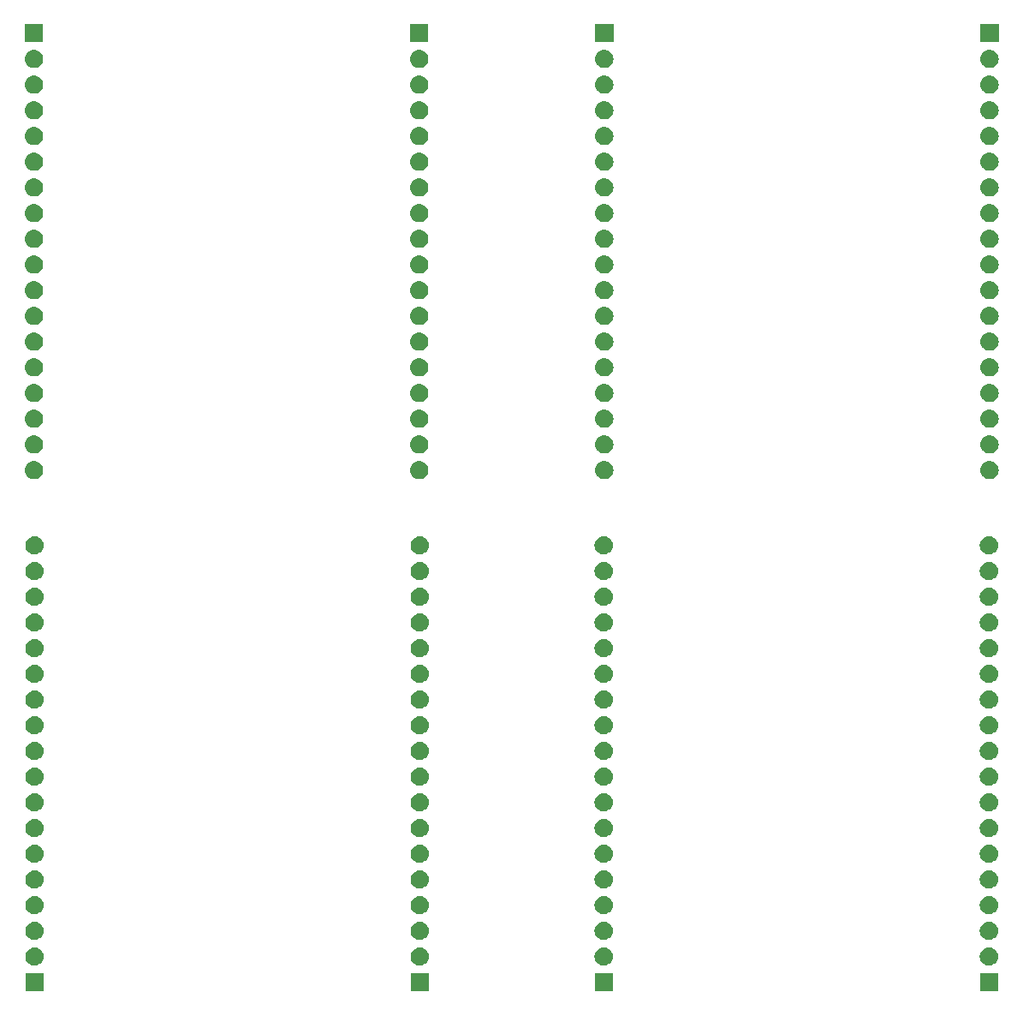
<source format=gbr>
G04 #@! TF.GenerationSoftware,KiCad,Pcbnew,5.0.2+dfsg1-1~bpo9+1*
G04 #@! TF.CreationDate,2020-03-02T01:02:18-06:00*
G04 #@! TF.ProjectId,bare4,62617265-342e-46b6-9963-61645f706362,1.0*
G04 #@! TF.SameCoordinates,Original*
G04 #@! TF.FileFunction,Soldermask,Bot*
G04 #@! TF.FilePolarity,Negative*
%FSLAX46Y46*%
G04 Gerber Fmt 4.6, Leading zero omitted, Abs format (unit mm)*
G04 Created by KiCad (PCBNEW 5.0.2+dfsg1-1~bpo9+1) date Mon 02 Mar 2020 01:02:18 AM CST*
%MOMM*%
%LPD*%
G01*
G04 APERTURE LIST*
%ADD10C,0.100000*%
G04 APERTURE END LIST*
D10*
G36*
X91821000Y-147792000D02*
X90019000Y-147792000D01*
X90019000Y-145990000D01*
X91821000Y-145990000D01*
X91821000Y-147792000D01*
X91821000Y-147792000D01*
G37*
G36*
X53721000Y-147792000D02*
X51919000Y-147792000D01*
X51919000Y-145990000D01*
X53721000Y-145990000D01*
X53721000Y-147792000D01*
X53721000Y-147792000D01*
G37*
G36*
X148121000Y-147792000D02*
X146319000Y-147792000D01*
X146319000Y-145990000D01*
X148121000Y-145990000D01*
X148121000Y-147792000D01*
X148121000Y-147792000D01*
G37*
G36*
X110021000Y-147792000D02*
X108219000Y-147792000D01*
X108219000Y-145990000D01*
X110021000Y-145990000D01*
X110021000Y-147792000D01*
X110021000Y-147792000D01*
G37*
G36*
X91030443Y-143456519D02*
X91096627Y-143463037D01*
X91209853Y-143497384D01*
X91266467Y-143514557D01*
X91405087Y-143588652D01*
X91422991Y-143598222D01*
X91458729Y-143627552D01*
X91560186Y-143710814D01*
X91643448Y-143812271D01*
X91672778Y-143848009D01*
X91672779Y-143848011D01*
X91756443Y-144004533D01*
X91756443Y-144004534D01*
X91807963Y-144174373D01*
X91825359Y-144351000D01*
X91807963Y-144527627D01*
X91773616Y-144640853D01*
X91756443Y-144697467D01*
X91682348Y-144836087D01*
X91672778Y-144853991D01*
X91643448Y-144889729D01*
X91560186Y-144991186D01*
X91458729Y-145074448D01*
X91422991Y-145103778D01*
X91422989Y-145103779D01*
X91266467Y-145187443D01*
X91209853Y-145204616D01*
X91096627Y-145238963D01*
X91030443Y-145245481D01*
X90964260Y-145252000D01*
X90875740Y-145252000D01*
X90809557Y-145245481D01*
X90743373Y-145238963D01*
X90630147Y-145204616D01*
X90573533Y-145187443D01*
X90417011Y-145103779D01*
X90417009Y-145103778D01*
X90381271Y-145074448D01*
X90279814Y-144991186D01*
X90196552Y-144889729D01*
X90167222Y-144853991D01*
X90157652Y-144836087D01*
X90083557Y-144697467D01*
X90066384Y-144640853D01*
X90032037Y-144527627D01*
X90014641Y-144351000D01*
X90032037Y-144174373D01*
X90083557Y-144004534D01*
X90083557Y-144004533D01*
X90167221Y-143848011D01*
X90167222Y-143848009D01*
X90196552Y-143812271D01*
X90279814Y-143710814D01*
X90381271Y-143627552D01*
X90417009Y-143598222D01*
X90434913Y-143588652D01*
X90573533Y-143514557D01*
X90630147Y-143497384D01*
X90743373Y-143463037D01*
X90809557Y-143456519D01*
X90875740Y-143450000D01*
X90964260Y-143450000D01*
X91030443Y-143456519D01*
X91030443Y-143456519D01*
G37*
G36*
X52930443Y-143456519D02*
X52996627Y-143463037D01*
X53109853Y-143497384D01*
X53166467Y-143514557D01*
X53305087Y-143588652D01*
X53322991Y-143598222D01*
X53358729Y-143627552D01*
X53460186Y-143710814D01*
X53543448Y-143812271D01*
X53572778Y-143848009D01*
X53572779Y-143848011D01*
X53656443Y-144004533D01*
X53656443Y-144004534D01*
X53707963Y-144174373D01*
X53725359Y-144351000D01*
X53707963Y-144527627D01*
X53673616Y-144640853D01*
X53656443Y-144697467D01*
X53582348Y-144836087D01*
X53572778Y-144853991D01*
X53543448Y-144889729D01*
X53460186Y-144991186D01*
X53358729Y-145074448D01*
X53322991Y-145103778D01*
X53322989Y-145103779D01*
X53166467Y-145187443D01*
X53109853Y-145204616D01*
X52996627Y-145238963D01*
X52930443Y-145245481D01*
X52864260Y-145252000D01*
X52775740Y-145252000D01*
X52709557Y-145245481D01*
X52643373Y-145238963D01*
X52530147Y-145204616D01*
X52473533Y-145187443D01*
X52317011Y-145103779D01*
X52317009Y-145103778D01*
X52281271Y-145074448D01*
X52179814Y-144991186D01*
X52096552Y-144889729D01*
X52067222Y-144853991D01*
X52057652Y-144836087D01*
X51983557Y-144697467D01*
X51966384Y-144640853D01*
X51932037Y-144527627D01*
X51914641Y-144351000D01*
X51932037Y-144174373D01*
X51983557Y-144004534D01*
X51983557Y-144004533D01*
X52067221Y-143848011D01*
X52067222Y-143848009D01*
X52096552Y-143812271D01*
X52179814Y-143710814D01*
X52281271Y-143627552D01*
X52317009Y-143598222D01*
X52334913Y-143588652D01*
X52473533Y-143514557D01*
X52530147Y-143497384D01*
X52643373Y-143463037D01*
X52709557Y-143456519D01*
X52775740Y-143450000D01*
X52864260Y-143450000D01*
X52930443Y-143456519D01*
X52930443Y-143456519D01*
G37*
G36*
X109230443Y-143456519D02*
X109296627Y-143463037D01*
X109409853Y-143497384D01*
X109466467Y-143514557D01*
X109605087Y-143588652D01*
X109622991Y-143598222D01*
X109658729Y-143627552D01*
X109760186Y-143710814D01*
X109843448Y-143812271D01*
X109872778Y-143848009D01*
X109872779Y-143848011D01*
X109956443Y-144004533D01*
X109956443Y-144004534D01*
X110007963Y-144174373D01*
X110025359Y-144351000D01*
X110007963Y-144527627D01*
X109973616Y-144640853D01*
X109956443Y-144697467D01*
X109882348Y-144836087D01*
X109872778Y-144853991D01*
X109843448Y-144889729D01*
X109760186Y-144991186D01*
X109658729Y-145074448D01*
X109622991Y-145103778D01*
X109622989Y-145103779D01*
X109466467Y-145187443D01*
X109409853Y-145204616D01*
X109296627Y-145238963D01*
X109230443Y-145245481D01*
X109164260Y-145252000D01*
X109075740Y-145252000D01*
X109009557Y-145245481D01*
X108943373Y-145238963D01*
X108830147Y-145204616D01*
X108773533Y-145187443D01*
X108617011Y-145103779D01*
X108617009Y-145103778D01*
X108581271Y-145074448D01*
X108479814Y-144991186D01*
X108396552Y-144889729D01*
X108367222Y-144853991D01*
X108357652Y-144836087D01*
X108283557Y-144697467D01*
X108266384Y-144640853D01*
X108232037Y-144527627D01*
X108214641Y-144351000D01*
X108232037Y-144174373D01*
X108283557Y-144004534D01*
X108283557Y-144004533D01*
X108367221Y-143848011D01*
X108367222Y-143848009D01*
X108396552Y-143812271D01*
X108479814Y-143710814D01*
X108581271Y-143627552D01*
X108617009Y-143598222D01*
X108634913Y-143588652D01*
X108773533Y-143514557D01*
X108830147Y-143497384D01*
X108943373Y-143463037D01*
X109009557Y-143456519D01*
X109075740Y-143450000D01*
X109164260Y-143450000D01*
X109230443Y-143456519D01*
X109230443Y-143456519D01*
G37*
G36*
X147330443Y-143456519D02*
X147396627Y-143463037D01*
X147509853Y-143497384D01*
X147566467Y-143514557D01*
X147705087Y-143588652D01*
X147722991Y-143598222D01*
X147758729Y-143627552D01*
X147860186Y-143710814D01*
X147943448Y-143812271D01*
X147972778Y-143848009D01*
X147972779Y-143848011D01*
X148056443Y-144004533D01*
X148056443Y-144004534D01*
X148107963Y-144174373D01*
X148125359Y-144351000D01*
X148107963Y-144527627D01*
X148073616Y-144640853D01*
X148056443Y-144697467D01*
X147982348Y-144836087D01*
X147972778Y-144853991D01*
X147943448Y-144889729D01*
X147860186Y-144991186D01*
X147758729Y-145074448D01*
X147722991Y-145103778D01*
X147722989Y-145103779D01*
X147566467Y-145187443D01*
X147509853Y-145204616D01*
X147396627Y-145238963D01*
X147330443Y-145245481D01*
X147264260Y-145252000D01*
X147175740Y-145252000D01*
X147109557Y-145245481D01*
X147043373Y-145238963D01*
X146930147Y-145204616D01*
X146873533Y-145187443D01*
X146717011Y-145103779D01*
X146717009Y-145103778D01*
X146681271Y-145074448D01*
X146579814Y-144991186D01*
X146496552Y-144889729D01*
X146467222Y-144853991D01*
X146457652Y-144836087D01*
X146383557Y-144697467D01*
X146366384Y-144640853D01*
X146332037Y-144527627D01*
X146314641Y-144351000D01*
X146332037Y-144174373D01*
X146383557Y-144004534D01*
X146383557Y-144004533D01*
X146467221Y-143848011D01*
X146467222Y-143848009D01*
X146496552Y-143812271D01*
X146579814Y-143710814D01*
X146681271Y-143627552D01*
X146717009Y-143598222D01*
X146734913Y-143588652D01*
X146873533Y-143514557D01*
X146930147Y-143497384D01*
X147043373Y-143463037D01*
X147109557Y-143456519D01*
X147175740Y-143450000D01*
X147264260Y-143450000D01*
X147330443Y-143456519D01*
X147330443Y-143456519D01*
G37*
G36*
X91030442Y-140916518D02*
X91096627Y-140923037D01*
X91209853Y-140957384D01*
X91266467Y-140974557D01*
X91405087Y-141048652D01*
X91422991Y-141058222D01*
X91458729Y-141087552D01*
X91560186Y-141170814D01*
X91643448Y-141272271D01*
X91672778Y-141308009D01*
X91672779Y-141308011D01*
X91756443Y-141464533D01*
X91756443Y-141464534D01*
X91807963Y-141634373D01*
X91825359Y-141811000D01*
X91807963Y-141987627D01*
X91773616Y-142100853D01*
X91756443Y-142157467D01*
X91682348Y-142296087D01*
X91672778Y-142313991D01*
X91643448Y-142349729D01*
X91560186Y-142451186D01*
X91458729Y-142534448D01*
X91422991Y-142563778D01*
X91422989Y-142563779D01*
X91266467Y-142647443D01*
X91209853Y-142664616D01*
X91096627Y-142698963D01*
X91030443Y-142705481D01*
X90964260Y-142712000D01*
X90875740Y-142712000D01*
X90809557Y-142705481D01*
X90743373Y-142698963D01*
X90630147Y-142664616D01*
X90573533Y-142647443D01*
X90417011Y-142563779D01*
X90417009Y-142563778D01*
X90381271Y-142534448D01*
X90279814Y-142451186D01*
X90196552Y-142349729D01*
X90167222Y-142313991D01*
X90157652Y-142296087D01*
X90083557Y-142157467D01*
X90066384Y-142100853D01*
X90032037Y-141987627D01*
X90014641Y-141811000D01*
X90032037Y-141634373D01*
X90083557Y-141464534D01*
X90083557Y-141464533D01*
X90167221Y-141308011D01*
X90167222Y-141308009D01*
X90196552Y-141272271D01*
X90279814Y-141170814D01*
X90381271Y-141087552D01*
X90417009Y-141058222D01*
X90434913Y-141048652D01*
X90573533Y-140974557D01*
X90630147Y-140957384D01*
X90743373Y-140923037D01*
X90809558Y-140916518D01*
X90875740Y-140910000D01*
X90964260Y-140910000D01*
X91030442Y-140916518D01*
X91030442Y-140916518D01*
G37*
G36*
X109230442Y-140916518D02*
X109296627Y-140923037D01*
X109409853Y-140957384D01*
X109466467Y-140974557D01*
X109605087Y-141048652D01*
X109622991Y-141058222D01*
X109658729Y-141087552D01*
X109760186Y-141170814D01*
X109843448Y-141272271D01*
X109872778Y-141308009D01*
X109872779Y-141308011D01*
X109956443Y-141464533D01*
X109956443Y-141464534D01*
X110007963Y-141634373D01*
X110025359Y-141811000D01*
X110007963Y-141987627D01*
X109973616Y-142100853D01*
X109956443Y-142157467D01*
X109882348Y-142296087D01*
X109872778Y-142313991D01*
X109843448Y-142349729D01*
X109760186Y-142451186D01*
X109658729Y-142534448D01*
X109622991Y-142563778D01*
X109622989Y-142563779D01*
X109466467Y-142647443D01*
X109409853Y-142664616D01*
X109296627Y-142698963D01*
X109230443Y-142705481D01*
X109164260Y-142712000D01*
X109075740Y-142712000D01*
X109009557Y-142705481D01*
X108943373Y-142698963D01*
X108830147Y-142664616D01*
X108773533Y-142647443D01*
X108617011Y-142563779D01*
X108617009Y-142563778D01*
X108581271Y-142534448D01*
X108479814Y-142451186D01*
X108396552Y-142349729D01*
X108367222Y-142313991D01*
X108357652Y-142296087D01*
X108283557Y-142157467D01*
X108266384Y-142100853D01*
X108232037Y-141987627D01*
X108214641Y-141811000D01*
X108232037Y-141634373D01*
X108283557Y-141464534D01*
X108283557Y-141464533D01*
X108367221Y-141308011D01*
X108367222Y-141308009D01*
X108396552Y-141272271D01*
X108479814Y-141170814D01*
X108581271Y-141087552D01*
X108617009Y-141058222D01*
X108634913Y-141048652D01*
X108773533Y-140974557D01*
X108830147Y-140957384D01*
X108943373Y-140923037D01*
X109009558Y-140916518D01*
X109075740Y-140910000D01*
X109164260Y-140910000D01*
X109230442Y-140916518D01*
X109230442Y-140916518D01*
G37*
G36*
X52930442Y-140916518D02*
X52996627Y-140923037D01*
X53109853Y-140957384D01*
X53166467Y-140974557D01*
X53305087Y-141048652D01*
X53322991Y-141058222D01*
X53358729Y-141087552D01*
X53460186Y-141170814D01*
X53543448Y-141272271D01*
X53572778Y-141308009D01*
X53572779Y-141308011D01*
X53656443Y-141464533D01*
X53656443Y-141464534D01*
X53707963Y-141634373D01*
X53725359Y-141811000D01*
X53707963Y-141987627D01*
X53673616Y-142100853D01*
X53656443Y-142157467D01*
X53582348Y-142296087D01*
X53572778Y-142313991D01*
X53543448Y-142349729D01*
X53460186Y-142451186D01*
X53358729Y-142534448D01*
X53322991Y-142563778D01*
X53322989Y-142563779D01*
X53166467Y-142647443D01*
X53109853Y-142664616D01*
X52996627Y-142698963D01*
X52930443Y-142705481D01*
X52864260Y-142712000D01*
X52775740Y-142712000D01*
X52709557Y-142705481D01*
X52643373Y-142698963D01*
X52530147Y-142664616D01*
X52473533Y-142647443D01*
X52317011Y-142563779D01*
X52317009Y-142563778D01*
X52281271Y-142534448D01*
X52179814Y-142451186D01*
X52096552Y-142349729D01*
X52067222Y-142313991D01*
X52057652Y-142296087D01*
X51983557Y-142157467D01*
X51966384Y-142100853D01*
X51932037Y-141987627D01*
X51914641Y-141811000D01*
X51932037Y-141634373D01*
X51983557Y-141464534D01*
X51983557Y-141464533D01*
X52067221Y-141308011D01*
X52067222Y-141308009D01*
X52096552Y-141272271D01*
X52179814Y-141170814D01*
X52281271Y-141087552D01*
X52317009Y-141058222D01*
X52334913Y-141048652D01*
X52473533Y-140974557D01*
X52530147Y-140957384D01*
X52643373Y-140923037D01*
X52709558Y-140916518D01*
X52775740Y-140910000D01*
X52864260Y-140910000D01*
X52930442Y-140916518D01*
X52930442Y-140916518D01*
G37*
G36*
X147330442Y-140916518D02*
X147396627Y-140923037D01*
X147509853Y-140957384D01*
X147566467Y-140974557D01*
X147705087Y-141048652D01*
X147722991Y-141058222D01*
X147758729Y-141087552D01*
X147860186Y-141170814D01*
X147943448Y-141272271D01*
X147972778Y-141308009D01*
X147972779Y-141308011D01*
X148056443Y-141464533D01*
X148056443Y-141464534D01*
X148107963Y-141634373D01*
X148125359Y-141811000D01*
X148107963Y-141987627D01*
X148073616Y-142100853D01*
X148056443Y-142157467D01*
X147982348Y-142296087D01*
X147972778Y-142313991D01*
X147943448Y-142349729D01*
X147860186Y-142451186D01*
X147758729Y-142534448D01*
X147722991Y-142563778D01*
X147722989Y-142563779D01*
X147566467Y-142647443D01*
X147509853Y-142664616D01*
X147396627Y-142698963D01*
X147330443Y-142705481D01*
X147264260Y-142712000D01*
X147175740Y-142712000D01*
X147109557Y-142705481D01*
X147043373Y-142698963D01*
X146930147Y-142664616D01*
X146873533Y-142647443D01*
X146717011Y-142563779D01*
X146717009Y-142563778D01*
X146681271Y-142534448D01*
X146579814Y-142451186D01*
X146496552Y-142349729D01*
X146467222Y-142313991D01*
X146457652Y-142296087D01*
X146383557Y-142157467D01*
X146366384Y-142100853D01*
X146332037Y-141987627D01*
X146314641Y-141811000D01*
X146332037Y-141634373D01*
X146383557Y-141464534D01*
X146383557Y-141464533D01*
X146467221Y-141308011D01*
X146467222Y-141308009D01*
X146496552Y-141272271D01*
X146579814Y-141170814D01*
X146681271Y-141087552D01*
X146717009Y-141058222D01*
X146734913Y-141048652D01*
X146873533Y-140974557D01*
X146930147Y-140957384D01*
X147043373Y-140923037D01*
X147109558Y-140916518D01*
X147175740Y-140910000D01*
X147264260Y-140910000D01*
X147330442Y-140916518D01*
X147330442Y-140916518D01*
G37*
G36*
X147330443Y-138376519D02*
X147396627Y-138383037D01*
X147509853Y-138417384D01*
X147566467Y-138434557D01*
X147705087Y-138508652D01*
X147722991Y-138518222D01*
X147758729Y-138547552D01*
X147860186Y-138630814D01*
X147943448Y-138732271D01*
X147972778Y-138768009D01*
X147972779Y-138768011D01*
X148056443Y-138924533D01*
X148056443Y-138924534D01*
X148107963Y-139094373D01*
X148125359Y-139271000D01*
X148107963Y-139447627D01*
X148073616Y-139560853D01*
X148056443Y-139617467D01*
X147982348Y-139756087D01*
X147972778Y-139773991D01*
X147943448Y-139809729D01*
X147860186Y-139911186D01*
X147758729Y-139994448D01*
X147722991Y-140023778D01*
X147722989Y-140023779D01*
X147566467Y-140107443D01*
X147509853Y-140124616D01*
X147396627Y-140158963D01*
X147330443Y-140165481D01*
X147264260Y-140172000D01*
X147175740Y-140172000D01*
X147109557Y-140165481D01*
X147043373Y-140158963D01*
X146930147Y-140124616D01*
X146873533Y-140107443D01*
X146717011Y-140023779D01*
X146717009Y-140023778D01*
X146681271Y-139994448D01*
X146579814Y-139911186D01*
X146496552Y-139809729D01*
X146467222Y-139773991D01*
X146457652Y-139756087D01*
X146383557Y-139617467D01*
X146366384Y-139560853D01*
X146332037Y-139447627D01*
X146314641Y-139271000D01*
X146332037Y-139094373D01*
X146383557Y-138924534D01*
X146383557Y-138924533D01*
X146467221Y-138768011D01*
X146467222Y-138768009D01*
X146496552Y-138732271D01*
X146579814Y-138630814D01*
X146681271Y-138547552D01*
X146717009Y-138518222D01*
X146734913Y-138508652D01*
X146873533Y-138434557D01*
X146930147Y-138417384D01*
X147043373Y-138383037D01*
X147109557Y-138376519D01*
X147175740Y-138370000D01*
X147264260Y-138370000D01*
X147330443Y-138376519D01*
X147330443Y-138376519D01*
G37*
G36*
X91030443Y-138376519D02*
X91096627Y-138383037D01*
X91209853Y-138417384D01*
X91266467Y-138434557D01*
X91405087Y-138508652D01*
X91422991Y-138518222D01*
X91458729Y-138547552D01*
X91560186Y-138630814D01*
X91643448Y-138732271D01*
X91672778Y-138768009D01*
X91672779Y-138768011D01*
X91756443Y-138924533D01*
X91756443Y-138924534D01*
X91807963Y-139094373D01*
X91825359Y-139271000D01*
X91807963Y-139447627D01*
X91773616Y-139560853D01*
X91756443Y-139617467D01*
X91682348Y-139756087D01*
X91672778Y-139773991D01*
X91643448Y-139809729D01*
X91560186Y-139911186D01*
X91458729Y-139994448D01*
X91422991Y-140023778D01*
X91422989Y-140023779D01*
X91266467Y-140107443D01*
X91209853Y-140124616D01*
X91096627Y-140158963D01*
X91030443Y-140165481D01*
X90964260Y-140172000D01*
X90875740Y-140172000D01*
X90809557Y-140165481D01*
X90743373Y-140158963D01*
X90630147Y-140124616D01*
X90573533Y-140107443D01*
X90417011Y-140023779D01*
X90417009Y-140023778D01*
X90381271Y-139994448D01*
X90279814Y-139911186D01*
X90196552Y-139809729D01*
X90167222Y-139773991D01*
X90157652Y-139756087D01*
X90083557Y-139617467D01*
X90066384Y-139560853D01*
X90032037Y-139447627D01*
X90014641Y-139271000D01*
X90032037Y-139094373D01*
X90083557Y-138924534D01*
X90083557Y-138924533D01*
X90167221Y-138768011D01*
X90167222Y-138768009D01*
X90196552Y-138732271D01*
X90279814Y-138630814D01*
X90381271Y-138547552D01*
X90417009Y-138518222D01*
X90434913Y-138508652D01*
X90573533Y-138434557D01*
X90630147Y-138417384D01*
X90743373Y-138383037D01*
X90809557Y-138376519D01*
X90875740Y-138370000D01*
X90964260Y-138370000D01*
X91030443Y-138376519D01*
X91030443Y-138376519D01*
G37*
G36*
X52930443Y-138376519D02*
X52996627Y-138383037D01*
X53109853Y-138417384D01*
X53166467Y-138434557D01*
X53305087Y-138508652D01*
X53322991Y-138518222D01*
X53358729Y-138547552D01*
X53460186Y-138630814D01*
X53543448Y-138732271D01*
X53572778Y-138768009D01*
X53572779Y-138768011D01*
X53656443Y-138924533D01*
X53656443Y-138924534D01*
X53707963Y-139094373D01*
X53725359Y-139271000D01*
X53707963Y-139447627D01*
X53673616Y-139560853D01*
X53656443Y-139617467D01*
X53582348Y-139756087D01*
X53572778Y-139773991D01*
X53543448Y-139809729D01*
X53460186Y-139911186D01*
X53358729Y-139994448D01*
X53322991Y-140023778D01*
X53322989Y-140023779D01*
X53166467Y-140107443D01*
X53109853Y-140124616D01*
X52996627Y-140158963D01*
X52930443Y-140165481D01*
X52864260Y-140172000D01*
X52775740Y-140172000D01*
X52709557Y-140165481D01*
X52643373Y-140158963D01*
X52530147Y-140124616D01*
X52473533Y-140107443D01*
X52317011Y-140023779D01*
X52317009Y-140023778D01*
X52281271Y-139994448D01*
X52179814Y-139911186D01*
X52096552Y-139809729D01*
X52067222Y-139773991D01*
X52057652Y-139756087D01*
X51983557Y-139617467D01*
X51966384Y-139560853D01*
X51932037Y-139447627D01*
X51914641Y-139271000D01*
X51932037Y-139094373D01*
X51983557Y-138924534D01*
X51983557Y-138924533D01*
X52067221Y-138768011D01*
X52067222Y-138768009D01*
X52096552Y-138732271D01*
X52179814Y-138630814D01*
X52281271Y-138547552D01*
X52317009Y-138518222D01*
X52334913Y-138508652D01*
X52473533Y-138434557D01*
X52530147Y-138417384D01*
X52643373Y-138383037D01*
X52709557Y-138376519D01*
X52775740Y-138370000D01*
X52864260Y-138370000D01*
X52930443Y-138376519D01*
X52930443Y-138376519D01*
G37*
G36*
X109230443Y-138376519D02*
X109296627Y-138383037D01*
X109409853Y-138417384D01*
X109466467Y-138434557D01*
X109605087Y-138508652D01*
X109622991Y-138518222D01*
X109658729Y-138547552D01*
X109760186Y-138630814D01*
X109843448Y-138732271D01*
X109872778Y-138768009D01*
X109872779Y-138768011D01*
X109956443Y-138924533D01*
X109956443Y-138924534D01*
X110007963Y-139094373D01*
X110025359Y-139271000D01*
X110007963Y-139447627D01*
X109973616Y-139560853D01*
X109956443Y-139617467D01*
X109882348Y-139756087D01*
X109872778Y-139773991D01*
X109843448Y-139809729D01*
X109760186Y-139911186D01*
X109658729Y-139994448D01*
X109622991Y-140023778D01*
X109622989Y-140023779D01*
X109466467Y-140107443D01*
X109409853Y-140124616D01*
X109296627Y-140158963D01*
X109230443Y-140165481D01*
X109164260Y-140172000D01*
X109075740Y-140172000D01*
X109009557Y-140165481D01*
X108943373Y-140158963D01*
X108830147Y-140124616D01*
X108773533Y-140107443D01*
X108617011Y-140023779D01*
X108617009Y-140023778D01*
X108581271Y-139994448D01*
X108479814Y-139911186D01*
X108396552Y-139809729D01*
X108367222Y-139773991D01*
X108357652Y-139756087D01*
X108283557Y-139617467D01*
X108266384Y-139560853D01*
X108232037Y-139447627D01*
X108214641Y-139271000D01*
X108232037Y-139094373D01*
X108283557Y-138924534D01*
X108283557Y-138924533D01*
X108367221Y-138768011D01*
X108367222Y-138768009D01*
X108396552Y-138732271D01*
X108479814Y-138630814D01*
X108581271Y-138547552D01*
X108617009Y-138518222D01*
X108634913Y-138508652D01*
X108773533Y-138434557D01*
X108830147Y-138417384D01*
X108943373Y-138383037D01*
X109009557Y-138376519D01*
X109075740Y-138370000D01*
X109164260Y-138370000D01*
X109230443Y-138376519D01*
X109230443Y-138376519D01*
G37*
G36*
X147330443Y-135836519D02*
X147396627Y-135843037D01*
X147509853Y-135877384D01*
X147566467Y-135894557D01*
X147705087Y-135968652D01*
X147722991Y-135978222D01*
X147758729Y-136007552D01*
X147860186Y-136090814D01*
X147943448Y-136192271D01*
X147972778Y-136228009D01*
X147972779Y-136228011D01*
X148056443Y-136384533D01*
X148056443Y-136384534D01*
X148107963Y-136554373D01*
X148125359Y-136731000D01*
X148107963Y-136907627D01*
X148073616Y-137020853D01*
X148056443Y-137077467D01*
X147982348Y-137216087D01*
X147972778Y-137233991D01*
X147943448Y-137269729D01*
X147860186Y-137371186D01*
X147758729Y-137454448D01*
X147722991Y-137483778D01*
X147722989Y-137483779D01*
X147566467Y-137567443D01*
X147509853Y-137584616D01*
X147396627Y-137618963D01*
X147330443Y-137625481D01*
X147264260Y-137632000D01*
X147175740Y-137632000D01*
X147109557Y-137625481D01*
X147043373Y-137618963D01*
X146930147Y-137584616D01*
X146873533Y-137567443D01*
X146717011Y-137483779D01*
X146717009Y-137483778D01*
X146681271Y-137454448D01*
X146579814Y-137371186D01*
X146496552Y-137269729D01*
X146467222Y-137233991D01*
X146457652Y-137216087D01*
X146383557Y-137077467D01*
X146366384Y-137020853D01*
X146332037Y-136907627D01*
X146314641Y-136731000D01*
X146332037Y-136554373D01*
X146383557Y-136384534D01*
X146383557Y-136384533D01*
X146467221Y-136228011D01*
X146467222Y-136228009D01*
X146496552Y-136192271D01*
X146579814Y-136090814D01*
X146681271Y-136007552D01*
X146717009Y-135978222D01*
X146734913Y-135968652D01*
X146873533Y-135894557D01*
X146930147Y-135877384D01*
X147043373Y-135843037D01*
X147109557Y-135836519D01*
X147175740Y-135830000D01*
X147264260Y-135830000D01*
X147330443Y-135836519D01*
X147330443Y-135836519D01*
G37*
G36*
X109230443Y-135836519D02*
X109296627Y-135843037D01*
X109409853Y-135877384D01*
X109466467Y-135894557D01*
X109605087Y-135968652D01*
X109622991Y-135978222D01*
X109658729Y-136007552D01*
X109760186Y-136090814D01*
X109843448Y-136192271D01*
X109872778Y-136228009D01*
X109872779Y-136228011D01*
X109956443Y-136384533D01*
X109956443Y-136384534D01*
X110007963Y-136554373D01*
X110025359Y-136731000D01*
X110007963Y-136907627D01*
X109973616Y-137020853D01*
X109956443Y-137077467D01*
X109882348Y-137216087D01*
X109872778Y-137233991D01*
X109843448Y-137269729D01*
X109760186Y-137371186D01*
X109658729Y-137454448D01*
X109622991Y-137483778D01*
X109622989Y-137483779D01*
X109466467Y-137567443D01*
X109409853Y-137584616D01*
X109296627Y-137618963D01*
X109230443Y-137625481D01*
X109164260Y-137632000D01*
X109075740Y-137632000D01*
X109009557Y-137625481D01*
X108943373Y-137618963D01*
X108830147Y-137584616D01*
X108773533Y-137567443D01*
X108617011Y-137483779D01*
X108617009Y-137483778D01*
X108581271Y-137454448D01*
X108479814Y-137371186D01*
X108396552Y-137269729D01*
X108367222Y-137233991D01*
X108357652Y-137216087D01*
X108283557Y-137077467D01*
X108266384Y-137020853D01*
X108232037Y-136907627D01*
X108214641Y-136731000D01*
X108232037Y-136554373D01*
X108283557Y-136384534D01*
X108283557Y-136384533D01*
X108367221Y-136228011D01*
X108367222Y-136228009D01*
X108396552Y-136192271D01*
X108479814Y-136090814D01*
X108581271Y-136007552D01*
X108617009Y-135978222D01*
X108634913Y-135968652D01*
X108773533Y-135894557D01*
X108830147Y-135877384D01*
X108943373Y-135843037D01*
X109009557Y-135836519D01*
X109075740Y-135830000D01*
X109164260Y-135830000D01*
X109230443Y-135836519D01*
X109230443Y-135836519D01*
G37*
G36*
X91030443Y-135836519D02*
X91096627Y-135843037D01*
X91209853Y-135877384D01*
X91266467Y-135894557D01*
X91405087Y-135968652D01*
X91422991Y-135978222D01*
X91458729Y-136007552D01*
X91560186Y-136090814D01*
X91643448Y-136192271D01*
X91672778Y-136228009D01*
X91672779Y-136228011D01*
X91756443Y-136384533D01*
X91756443Y-136384534D01*
X91807963Y-136554373D01*
X91825359Y-136731000D01*
X91807963Y-136907627D01*
X91773616Y-137020853D01*
X91756443Y-137077467D01*
X91682348Y-137216087D01*
X91672778Y-137233991D01*
X91643448Y-137269729D01*
X91560186Y-137371186D01*
X91458729Y-137454448D01*
X91422991Y-137483778D01*
X91422989Y-137483779D01*
X91266467Y-137567443D01*
X91209853Y-137584616D01*
X91096627Y-137618963D01*
X91030443Y-137625481D01*
X90964260Y-137632000D01*
X90875740Y-137632000D01*
X90809557Y-137625481D01*
X90743373Y-137618963D01*
X90630147Y-137584616D01*
X90573533Y-137567443D01*
X90417011Y-137483779D01*
X90417009Y-137483778D01*
X90381271Y-137454448D01*
X90279814Y-137371186D01*
X90196552Y-137269729D01*
X90167222Y-137233991D01*
X90157652Y-137216087D01*
X90083557Y-137077467D01*
X90066384Y-137020853D01*
X90032037Y-136907627D01*
X90014641Y-136731000D01*
X90032037Y-136554373D01*
X90083557Y-136384534D01*
X90083557Y-136384533D01*
X90167221Y-136228011D01*
X90167222Y-136228009D01*
X90196552Y-136192271D01*
X90279814Y-136090814D01*
X90381271Y-136007552D01*
X90417009Y-135978222D01*
X90434913Y-135968652D01*
X90573533Y-135894557D01*
X90630147Y-135877384D01*
X90743373Y-135843037D01*
X90809557Y-135836519D01*
X90875740Y-135830000D01*
X90964260Y-135830000D01*
X91030443Y-135836519D01*
X91030443Y-135836519D01*
G37*
G36*
X52930443Y-135836519D02*
X52996627Y-135843037D01*
X53109853Y-135877384D01*
X53166467Y-135894557D01*
X53305087Y-135968652D01*
X53322991Y-135978222D01*
X53358729Y-136007552D01*
X53460186Y-136090814D01*
X53543448Y-136192271D01*
X53572778Y-136228009D01*
X53572779Y-136228011D01*
X53656443Y-136384533D01*
X53656443Y-136384534D01*
X53707963Y-136554373D01*
X53725359Y-136731000D01*
X53707963Y-136907627D01*
X53673616Y-137020853D01*
X53656443Y-137077467D01*
X53582348Y-137216087D01*
X53572778Y-137233991D01*
X53543448Y-137269729D01*
X53460186Y-137371186D01*
X53358729Y-137454448D01*
X53322991Y-137483778D01*
X53322989Y-137483779D01*
X53166467Y-137567443D01*
X53109853Y-137584616D01*
X52996627Y-137618963D01*
X52930443Y-137625481D01*
X52864260Y-137632000D01*
X52775740Y-137632000D01*
X52709557Y-137625481D01*
X52643373Y-137618963D01*
X52530147Y-137584616D01*
X52473533Y-137567443D01*
X52317011Y-137483779D01*
X52317009Y-137483778D01*
X52281271Y-137454448D01*
X52179814Y-137371186D01*
X52096552Y-137269729D01*
X52067222Y-137233991D01*
X52057652Y-137216087D01*
X51983557Y-137077467D01*
X51966384Y-137020853D01*
X51932037Y-136907627D01*
X51914641Y-136731000D01*
X51932037Y-136554373D01*
X51983557Y-136384534D01*
X51983557Y-136384533D01*
X52067221Y-136228011D01*
X52067222Y-136228009D01*
X52096552Y-136192271D01*
X52179814Y-136090814D01*
X52281271Y-136007552D01*
X52317009Y-135978222D01*
X52334913Y-135968652D01*
X52473533Y-135894557D01*
X52530147Y-135877384D01*
X52643373Y-135843037D01*
X52709557Y-135836519D01*
X52775740Y-135830000D01*
X52864260Y-135830000D01*
X52930443Y-135836519D01*
X52930443Y-135836519D01*
G37*
G36*
X147330442Y-133296518D02*
X147396627Y-133303037D01*
X147509853Y-133337384D01*
X147566467Y-133354557D01*
X147705087Y-133428652D01*
X147722991Y-133438222D01*
X147758729Y-133467552D01*
X147860186Y-133550814D01*
X147943448Y-133652271D01*
X147972778Y-133688009D01*
X147972779Y-133688011D01*
X148056443Y-133844533D01*
X148056443Y-133844534D01*
X148107963Y-134014373D01*
X148125359Y-134191000D01*
X148107963Y-134367627D01*
X148073616Y-134480853D01*
X148056443Y-134537467D01*
X147982348Y-134676087D01*
X147972778Y-134693991D01*
X147943448Y-134729729D01*
X147860186Y-134831186D01*
X147758729Y-134914448D01*
X147722991Y-134943778D01*
X147722989Y-134943779D01*
X147566467Y-135027443D01*
X147509853Y-135044616D01*
X147396627Y-135078963D01*
X147330442Y-135085482D01*
X147264260Y-135092000D01*
X147175740Y-135092000D01*
X147109558Y-135085482D01*
X147043373Y-135078963D01*
X146930147Y-135044616D01*
X146873533Y-135027443D01*
X146717011Y-134943779D01*
X146717009Y-134943778D01*
X146681271Y-134914448D01*
X146579814Y-134831186D01*
X146496552Y-134729729D01*
X146467222Y-134693991D01*
X146457652Y-134676087D01*
X146383557Y-134537467D01*
X146366384Y-134480853D01*
X146332037Y-134367627D01*
X146314641Y-134191000D01*
X146332037Y-134014373D01*
X146383557Y-133844534D01*
X146383557Y-133844533D01*
X146467221Y-133688011D01*
X146467222Y-133688009D01*
X146496552Y-133652271D01*
X146579814Y-133550814D01*
X146681271Y-133467552D01*
X146717009Y-133438222D01*
X146734913Y-133428652D01*
X146873533Y-133354557D01*
X146930147Y-133337384D01*
X147043373Y-133303037D01*
X147109558Y-133296518D01*
X147175740Y-133290000D01*
X147264260Y-133290000D01*
X147330442Y-133296518D01*
X147330442Y-133296518D01*
G37*
G36*
X109230442Y-133296518D02*
X109296627Y-133303037D01*
X109409853Y-133337384D01*
X109466467Y-133354557D01*
X109605087Y-133428652D01*
X109622991Y-133438222D01*
X109658729Y-133467552D01*
X109760186Y-133550814D01*
X109843448Y-133652271D01*
X109872778Y-133688009D01*
X109872779Y-133688011D01*
X109956443Y-133844533D01*
X109956443Y-133844534D01*
X110007963Y-134014373D01*
X110025359Y-134191000D01*
X110007963Y-134367627D01*
X109973616Y-134480853D01*
X109956443Y-134537467D01*
X109882348Y-134676087D01*
X109872778Y-134693991D01*
X109843448Y-134729729D01*
X109760186Y-134831186D01*
X109658729Y-134914448D01*
X109622991Y-134943778D01*
X109622989Y-134943779D01*
X109466467Y-135027443D01*
X109409853Y-135044616D01*
X109296627Y-135078963D01*
X109230442Y-135085482D01*
X109164260Y-135092000D01*
X109075740Y-135092000D01*
X109009558Y-135085482D01*
X108943373Y-135078963D01*
X108830147Y-135044616D01*
X108773533Y-135027443D01*
X108617011Y-134943779D01*
X108617009Y-134943778D01*
X108581271Y-134914448D01*
X108479814Y-134831186D01*
X108396552Y-134729729D01*
X108367222Y-134693991D01*
X108357652Y-134676087D01*
X108283557Y-134537467D01*
X108266384Y-134480853D01*
X108232037Y-134367627D01*
X108214641Y-134191000D01*
X108232037Y-134014373D01*
X108283557Y-133844534D01*
X108283557Y-133844533D01*
X108367221Y-133688011D01*
X108367222Y-133688009D01*
X108396552Y-133652271D01*
X108479814Y-133550814D01*
X108581271Y-133467552D01*
X108617009Y-133438222D01*
X108634913Y-133428652D01*
X108773533Y-133354557D01*
X108830147Y-133337384D01*
X108943373Y-133303037D01*
X109009558Y-133296518D01*
X109075740Y-133290000D01*
X109164260Y-133290000D01*
X109230442Y-133296518D01*
X109230442Y-133296518D01*
G37*
G36*
X91030442Y-133296518D02*
X91096627Y-133303037D01*
X91209853Y-133337384D01*
X91266467Y-133354557D01*
X91405087Y-133428652D01*
X91422991Y-133438222D01*
X91458729Y-133467552D01*
X91560186Y-133550814D01*
X91643448Y-133652271D01*
X91672778Y-133688009D01*
X91672779Y-133688011D01*
X91756443Y-133844533D01*
X91756443Y-133844534D01*
X91807963Y-134014373D01*
X91825359Y-134191000D01*
X91807963Y-134367627D01*
X91773616Y-134480853D01*
X91756443Y-134537467D01*
X91682348Y-134676087D01*
X91672778Y-134693991D01*
X91643448Y-134729729D01*
X91560186Y-134831186D01*
X91458729Y-134914448D01*
X91422991Y-134943778D01*
X91422989Y-134943779D01*
X91266467Y-135027443D01*
X91209853Y-135044616D01*
X91096627Y-135078963D01*
X91030442Y-135085482D01*
X90964260Y-135092000D01*
X90875740Y-135092000D01*
X90809558Y-135085482D01*
X90743373Y-135078963D01*
X90630147Y-135044616D01*
X90573533Y-135027443D01*
X90417011Y-134943779D01*
X90417009Y-134943778D01*
X90381271Y-134914448D01*
X90279814Y-134831186D01*
X90196552Y-134729729D01*
X90167222Y-134693991D01*
X90157652Y-134676087D01*
X90083557Y-134537467D01*
X90066384Y-134480853D01*
X90032037Y-134367627D01*
X90014641Y-134191000D01*
X90032037Y-134014373D01*
X90083557Y-133844534D01*
X90083557Y-133844533D01*
X90167221Y-133688011D01*
X90167222Y-133688009D01*
X90196552Y-133652271D01*
X90279814Y-133550814D01*
X90381271Y-133467552D01*
X90417009Y-133438222D01*
X90434913Y-133428652D01*
X90573533Y-133354557D01*
X90630147Y-133337384D01*
X90743373Y-133303037D01*
X90809558Y-133296518D01*
X90875740Y-133290000D01*
X90964260Y-133290000D01*
X91030442Y-133296518D01*
X91030442Y-133296518D01*
G37*
G36*
X52930442Y-133296518D02*
X52996627Y-133303037D01*
X53109853Y-133337384D01*
X53166467Y-133354557D01*
X53305087Y-133428652D01*
X53322991Y-133438222D01*
X53358729Y-133467552D01*
X53460186Y-133550814D01*
X53543448Y-133652271D01*
X53572778Y-133688009D01*
X53572779Y-133688011D01*
X53656443Y-133844533D01*
X53656443Y-133844534D01*
X53707963Y-134014373D01*
X53725359Y-134191000D01*
X53707963Y-134367627D01*
X53673616Y-134480853D01*
X53656443Y-134537467D01*
X53582348Y-134676087D01*
X53572778Y-134693991D01*
X53543448Y-134729729D01*
X53460186Y-134831186D01*
X53358729Y-134914448D01*
X53322991Y-134943778D01*
X53322989Y-134943779D01*
X53166467Y-135027443D01*
X53109853Y-135044616D01*
X52996627Y-135078963D01*
X52930442Y-135085482D01*
X52864260Y-135092000D01*
X52775740Y-135092000D01*
X52709558Y-135085482D01*
X52643373Y-135078963D01*
X52530147Y-135044616D01*
X52473533Y-135027443D01*
X52317011Y-134943779D01*
X52317009Y-134943778D01*
X52281271Y-134914448D01*
X52179814Y-134831186D01*
X52096552Y-134729729D01*
X52067222Y-134693991D01*
X52057652Y-134676087D01*
X51983557Y-134537467D01*
X51966384Y-134480853D01*
X51932037Y-134367627D01*
X51914641Y-134191000D01*
X51932037Y-134014373D01*
X51983557Y-133844534D01*
X51983557Y-133844533D01*
X52067221Y-133688011D01*
X52067222Y-133688009D01*
X52096552Y-133652271D01*
X52179814Y-133550814D01*
X52281271Y-133467552D01*
X52317009Y-133438222D01*
X52334913Y-133428652D01*
X52473533Y-133354557D01*
X52530147Y-133337384D01*
X52643373Y-133303037D01*
X52709558Y-133296518D01*
X52775740Y-133290000D01*
X52864260Y-133290000D01*
X52930442Y-133296518D01*
X52930442Y-133296518D01*
G37*
G36*
X109230442Y-130756518D02*
X109296627Y-130763037D01*
X109409853Y-130797384D01*
X109466467Y-130814557D01*
X109605087Y-130888652D01*
X109622991Y-130898222D01*
X109658729Y-130927552D01*
X109760186Y-131010814D01*
X109843448Y-131112271D01*
X109872778Y-131148009D01*
X109872779Y-131148011D01*
X109956443Y-131304533D01*
X109956443Y-131304534D01*
X110007963Y-131474373D01*
X110025359Y-131651000D01*
X110007963Y-131827627D01*
X109973616Y-131940853D01*
X109956443Y-131997467D01*
X109882348Y-132136087D01*
X109872778Y-132153991D01*
X109843448Y-132189729D01*
X109760186Y-132291186D01*
X109658729Y-132374448D01*
X109622991Y-132403778D01*
X109622989Y-132403779D01*
X109466467Y-132487443D01*
X109409853Y-132504616D01*
X109296627Y-132538963D01*
X109230443Y-132545481D01*
X109164260Y-132552000D01*
X109075740Y-132552000D01*
X109009557Y-132545481D01*
X108943373Y-132538963D01*
X108830147Y-132504616D01*
X108773533Y-132487443D01*
X108617011Y-132403779D01*
X108617009Y-132403778D01*
X108581271Y-132374448D01*
X108479814Y-132291186D01*
X108396552Y-132189729D01*
X108367222Y-132153991D01*
X108357652Y-132136087D01*
X108283557Y-131997467D01*
X108266384Y-131940853D01*
X108232037Y-131827627D01*
X108214641Y-131651000D01*
X108232037Y-131474373D01*
X108283557Y-131304534D01*
X108283557Y-131304533D01*
X108367221Y-131148011D01*
X108367222Y-131148009D01*
X108396552Y-131112271D01*
X108479814Y-131010814D01*
X108581271Y-130927552D01*
X108617009Y-130898222D01*
X108634913Y-130888652D01*
X108773533Y-130814557D01*
X108830147Y-130797384D01*
X108943373Y-130763037D01*
X109009558Y-130756518D01*
X109075740Y-130750000D01*
X109164260Y-130750000D01*
X109230442Y-130756518D01*
X109230442Y-130756518D01*
G37*
G36*
X147330442Y-130756518D02*
X147396627Y-130763037D01*
X147509853Y-130797384D01*
X147566467Y-130814557D01*
X147705087Y-130888652D01*
X147722991Y-130898222D01*
X147758729Y-130927552D01*
X147860186Y-131010814D01*
X147943448Y-131112271D01*
X147972778Y-131148009D01*
X147972779Y-131148011D01*
X148056443Y-131304533D01*
X148056443Y-131304534D01*
X148107963Y-131474373D01*
X148125359Y-131651000D01*
X148107963Y-131827627D01*
X148073616Y-131940853D01*
X148056443Y-131997467D01*
X147982348Y-132136087D01*
X147972778Y-132153991D01*
X147943448Y-132189729D01*
X147860186Y-132291186D01*
X147758729Y-132374448D01*
X147722991Y-132403778D01*
X147722989Y-132403779D01*
X147566467Y-132487443D01*
X147509853Y-132504616D01*
X147396627Y-132538963D01*
X147330443Y-132545481D01*
X147264260Y-132552000D01*
X147175740Y-132552000D01*
X147109557Y-132545481D01*
X147043373Y-132538963D01*
X146930147Y-132504616D01*
X146873533Y-132487443D01*
X146717011Y-132403779D01*
X146717009Y-132403778D01*
X146681271Y-132374448D01*
X146579814Y-132291186D01*
X146496552Y-132189729D01*
X146467222Y-132153991D01*
X146457652Y-132136087D01*
X146383557Y-131997467D01*
X146366384Y-131940853D01*
X146332037Y-131827627D01*
X146314641Y-131651000D01*
X146332037Y-131474373D01*
X146383557Y-131304534D01*
X146383557Y-131304533D01*
X146467221Y-131148011D01*
X146467222Y-131148009D01*
X146496552Y-131112271D01*
X146579814Y-131010814D01*
X146681271Y-130927552D01*
X146717009Y-130898222D01*
X146734913Y-130888652D01*
X146873533Y-130814557D01*
X146930147Y-130797384D01*
X147043373Y-130763037D01*
X147109558Y-130756518D01*
X147175740Y-130750000D01*
X147264260Y-130750000D01*
X147330442Y-130756518D01*
X147330442Y-130756518D01*
G37*
G36*
X91030442Y-130756518D02*
X91096627Y-130763037D01*
X91209853Y-130797384D01*
X91266467Y-130814557D01*
X91405087Y-130888652D01*
X91422991Y-130898222D01*
X91458729Y-130927552D01*
X91560186Y-131010814D01*
X91643448Y-131112271D01*
X91672778Y-131148009D01*
X91672779Y-131148011D01*
X91756443Y-131304533D01*
X91756443Y-131304534D01*
X91807963Y-131474373D01*
X91825359Y-131651000D01*
X91807963Y-131827627D01*
X91773616Y-131940853D01*
X91756443Y-131997467D01*
X91682348Y-132136087D01*
X91672778Y-132153991D01*
X91643448Y-132189729D01*
X91560186Y-132291186D01*
X91458729Y-132374448D01*
X91422991Y-132403778D01*
X91422989Y-132403779D01*
X91266467Y-132487443D01*
X91209853Y-132504616D01*
X91096627Y-132538963D01*
X91030443Y-132545481D01*
X90964260Y-132552000D01*
X90875740Y-132552000D01*
X90809557Y-132545481D01*
X90743373Y-132538963D01*
X90630147Y-132504616D01*
X90573533Y-132487443D01*
X90417011Y-132403779D01*
X90417009Y-132403778D01*
X90381271Y-132374448D01*
X90279814Y-132291186D01*
X90196552Y-132189729D01*
X90167222Y-132153991D01*
X90157652Y-132136087D01*
X90083557Y-131997467D01*
X90066384Y-131940853D01*
X90032037Y-131827627D01*
X90014641Y-131651000D01*
X90032037Y-131474373D01*
X90083557Y-131304534D01*
X90083557Y-131304533D01*
X90167221Y-131148011D01*
X90167222Y-131148009D01*
X90196552Y-131112271D01*
X90279814Y-131010814D01*
X90381271Y-130927552D01*
X90417009Y-130898222D01*
X90434913Y-130888652D01*
X90573533Y-130814557D01*
X90630147Y-130797384D01*
X90743373Y-130763037D01*
X90809558Y-130756518D01*
X90875740Y-130750000D01*
X90964260Y-130750000D01*
X91030442Y-130756518D01*
X91030442Y-130756518D01*
G37*
G36*
X52930442Y-130756518D02*
X52996627Y-130763037D01*
X53109853Y-130797384D01*
X53166467Y-130814557D01*
X53305087Y-130888652D01*
X53322991Y-130898222D01*
X53358729Y-130927552D01*
X53460186Y-131010814D01*
X53543448Y-131112271D01*
X53572778Y-131148009D01*
X53572779Y-131148011D01*
X53656443Y-131304533D01*
X53656443Y-131304534D01*
X53707963Y-131474373D01*
X53725359Y-131651000D01*
X53707963Y-131827627D01*
X53673616Y-131940853D01*
X53656443Y-131997467D01*
X53582348Y-132136087D01*
X53572778Y-132153991D01*
X53543448Y-132189729D01*
X53460186Y-132291186D01*
X53358729Y-132374448D01*
X53322991Y-132403778D01*
X53322989Y-132403779D01*
X53166467Y-132487443D01*
X53109853Y-132504616D01*
X52996627Y-132538963D01*
X52930443Y-132545481D01*
X52864260Y-132552000D01*
X52775740Y-132552000D01*
X52709557Y-132545481D01*
X52643373Y-132538963D01*
X52530147Y-132504616D01*
X52473533Y-132487443D01*
X52317011Y-132403779D01*
X52317009Y-132403778D01*
X52281271Y-132374448D01*
X52179814Y-132291186D01*
X52096552Y-132189729D01*
X52067222Y-132153991D01*
X52057652Y-132136087D01*
X51983557Y-131997467D01*
X51966384Y-131940853D01*
X51932037Y-131827627D01*
X51914641Y-131651000D01*
X51932037Y-131474373D01*
X51983557Y-131304534D01*
X51983557Y-131304533D01*
X52067221Y-131148011D01*
X52067222Y-131148009D01*
X52096552Y-131112271D01*
X52179814Y-131010814D01*
X52281271Y-130927552D01*
X52317009Y-130898222D01*
X52334913Y-130888652D01*
X52473533Y-130814557D01*
X52530147Y-130797384D01*
X52643373Y-130763037D01*
X52709558Y-130756518D01*
X52775740Y-130750000D01*
X52864260Y-130750000D01*
X52930442Y-130756518D01*
X52930442Y-130756518D01*
G37*
G36*
X91030442Y-128216518D02*
X91096627Y-128223037D01*
X91209853Y-128257384D01*
X91266467Y-128274557D01*
X91405087Y-128348652D01*
X91422991Y-128358222D01*
X91458729Y-128387552D01*
X91560186Y-128470814D01*
X91643448Y-128572271D01*
X91672778Y-128608009D01*
X91672779Y-128608011D01*
X91756443Y-128764533D01*
X91756443Y-128764534D01*
X91807963Y-128934373D01*
X91825359Y-129111000D01*
X91807963Y-129287627D01*
X91773616Y-129400853D01*
X91756443Y-129457467D01*
X91682348Y-129596087D01*
X91672778Y-129613991D01*
X91643448Y-129649729D01*
X91560186Y-129751186D01*
X91458729Y-129834448D01*
X91422991Y-129863778D01*
X91422989Y-129863779D01*
X91266467Y-129947443D01*
X91209853Y-129964616D01*
X91096627Y-129998963D01*
X91030442Y-130005482D01*
X90964260Y-130012000D01*
X90875740Y-130012000D01*
X90809558Y-130005482D01*
X90743373Y-129998963D01*
X90630147Y-129964616D01*
X90573533Y-129947443D01*
X90417011Y-129863779D01*
X90417009Y-129863778D01*
X90381271Y-129834448D01*
X90279814Y-129751186D01*
X90196552Y-129649729D01*
X90167222Y-129613991D01*
X90157652Y-129596087D01*
X90083557Y-129457467D01*
X90066384Y-129400853D01*
X90032037Y-129287627D01*
X90014641Y-129111000D01*
X90032037Y-128934373D01*
X90083557Y-128764534D01*
X90083557Y-128764533D01*
X90167221Y-128608011D01*
X90167222Y-128608009D01*
X90196552Y-128572271D01*
X90279814Y-128470814D01*
X90381271Y-128387552D01*
X90417009Y-128358222D01*
X90434913Y-128348652D01*
X90573533Y-128274557D01*
X90630147Y-128257384D01*
X90743373Y-128223037D01*
X90809558Y-128216518D01*
X90875740Y-128210000D01*
X90964260Y-128210000D01*
X91030442Y-128216518D01*
X91030442Y-128216518D01*
G37*
G36*
X147330442Y-128216518D02*
X147396627Y-128223037D01*
X147509853Y-128257384D01*
X147566467Y-128274557D01*
X147705087Y-128348652D01*
X147722991Y-128358222D01*
X147758729Y-128387552D01*
X147860186Y-128470814D01*
X147943448Y-128572271D01*
X147972778Y-128608009D01*
X147972779Y-128608011D01*
X148056443Y-128764533D01*
X148056443Y-128764534D01*
X148107963Y-128934373D01*
X148125359Y-129111000D01*
X148107963Y-129287627D01*
X148073616Y-129400853D01*
X148056443Y-129457467D01*
X147982348Y-129596087D01*
X147972778Y-129613991D01*
X147943448Y-129649729D01*
X147860186Y-129751186D01*
X147758729Y-129834448D01*
X147722991Y-129863778D01*
X147722989Y-129863779D01*
X147566467Y-129947443D01*
X147509853Y-129964616D01*
X147396627Y-129998963D01*
X147330442Y-130005482D01*
X147264260Y-130012000D01*
X147175740Y-130012000D01*
X147109558Y-130005482D01*
X147043373Y-129998963D01*
X146930147Y-129964616D01*
X146873533Y-129947443D01*
X146717011Y-129863779D01*
X146717009Y-129863778D01*
X146681271Y-129834448D01*
X146579814Y-129751186D01*
X146496552Y-129649729D01*
X146467222Y-129613991D01*
X146457652Y-129596087D01*
X146383557Y-129457467D01*
X146366384Y-129400853D01*
X146332037Y-129287627D01*
X146314641Y-129111000D01*
X146332037Y-128934373D01*
X146383557Y-128764534D01*
X146383557Y-128764533D01*
X146467221Y-128608011D01*
X146467222Y-128608009D01*
X146496552Y-128572271D01*
X146579814Y-128470814D01*
X146681271Y-128387552D01*
X146717009Y-128358222D01*
X146734913Y-128348652D01*
X146873533Y-128274557D01*
X146930147Y-128257384D01*
X147043373Y-128223037D01*
X147109558Y-128216518D01*
X147175740Y-128210000D01*
X147264260Y-128210000D01*
X147330442Y-128216518D01*
X147330442Y-128216518D01*
G37*
G36*
X52930442Y-128216518D02*
X52996627Y-128223037D01*
X53109853Y-128257384D01*
X53166467Y-128274557D01*
X53305087Y-128348652D01*
X53322991Y-128358222D01*
X53358729Y-128387552D01*
X53460186Y-128470814D01*
X53543448Y-128572271D01*
X53572778Y-128608009D01*
X53572779Y-128608011D01*
X53656443Y-128764533D01*
X53656443Y-128764534D01*
X53707963Y-128934373D01*
X53725359Y-129111000D01*
X53707963Y-129287627D01*
X53673616Y-129400853D01*
X53656443Y-129457467D01*
X53582348Y-129596087D01*
X53572778Y-129613991D01*
X53543448Y-129649729D01*
X53460186Y-129751186D01*
X53358729Y-129834448D01*
X53322991Y-129863778D01*
X53322989Y-129863779D01*
X53166467Y-129947443D01*
X53109853Y-129964616D01*
X52996627Y-129998963D01*
X52930442Y-130005482D01*
X52864260Y-130012000D01*
X52775740Y-130012000D01*
X52709558Y-130005482D01*
X52643373Y-129998963D01*
X52530147Y-129964616D01*
X52473533Y-129947443D01*
X52317011Y-129863779D01*
X52317009Y-129863778D01*
X52281271Y-129834448D01*
X52179814Y-129751186D01*
X52096552Y-129649729D01*
X52067222Y-129613991D01*
X52057652Y-129596087D01*
X51983557Y-129457467D01*
X51966384Y-129400853D01*
X51932037Y-129287627D01*
X51914641Y-129111000D01*
X51932037Y-128934373D01*
X51983557Y-128764534D01*
X51983557Y-128764533D01*
X52067221Y-128608011D01*
X52067222Y-128608009D01*
X52096552Y-128572271D01*
X52179814Y-128470814D01*
X52281271Y-128387552D01*
X52317009Y-128358222D01*
X52334913Y-128348652D01*
X52473533Y-128274557D01*
X52530147Y-128257384D01*
X52643373Y-128223037D01*
X52709558Y-128216518D01*
X52775740Y-128210000D01*
X52864260Y-128210000D01*
X52930442Y-128216518D01*
X52930442Y-128216518D01*
G37*
G36*
X109230442Y-128216518D02*
X109296627Y-128223037D01*
X109409853Y-128257384D01*
X109466467Y-128274557D01*
X109605087Y-128348652D01*
X109622991Y-128358222D01*
X109658729Y-128387552D01*
X109760186Y-128470814D01*
X109843448Y-128572271D01*
X109872778Y-128608009D01*
X109872779Y-128608011D01*
X109956443Y-128764533D01*
X109956443Y-128764534D01*
X110007963Y-128934373D01*
X110025359Y-129111000D01*
X110007963Y-129287627D01*
X109973616Y-129400853D01*
X109956443Y-129457467D01*
X109882348Y-129596087D01*
X109872778Y-129613991D01*
X109843448Y-129649729D01*
X109760186Y-129751186D01*
X109658729Y-129834448D01*
X109622991Y-129863778D01*
X109622989Y-129863779D01*
X109466467Y-129947443D01*
X109409853Y-129964616D01*
X109296627Y-129998963D01*
X109230442Y-130005482D01*
X109164260Y-130012000D01*
X109075740Y-130012000D01*
X109009558Y-130005482D01*
X108943373Y-129998963D01*
X108830147Y-129964616D01*
X108773533Y-129947443D01*
X108617011Y-129863779D01*
X108617009Y-129863778D01*
X108581271Y-129834448D01*
X108479814Y-129751186D01*
X108396552Y-129649729D01*
X108367222Y-129613991D01*
X108357652Y-129596087D01*
X108283557Y-129457467D01*
X108266384Y-129400853D01*
X108232037Y-129287627D01*
X108214641Y-129111000D01*
X108232037Y-128934373D01*
X108283557Y-128764534D01*
X108283557Y-128764533D01*
X108367221Y-128608011D01*
X108367222Y-128608009D01*
X108396552Y-128572271D01*
X108479814Y-128470814D01*
X108581271Y-128387552D01*
X108617009Y-128358222D01*
X108634913Y-128348652D01*
X108773533Y-128274557D01*
X108830147Y-128257384D01*
X108943373Y-128223037D01*
X109009558Y-128216518D01*
X109075740Y-128210000D01*
X109164260Y-128210000D01*
X109230442Y-128216518D01*
X109230442Y-128216518D01*
G37*
G36*
X147330442Y-125676518D02*
X147396627Y-125683037D01*
X147509853Y-125717384D01*
X147566467Y-125734557D01*
X147705087Y-125808652D01*
X147722991Y-125818222D01*
X147758729Y-125847552D01*
X147860186Y-125930814D01*
X147943448Y-126032271D01*
X147972778Y-126068009D01*
X147972779Y-126068011D01*
X148056443Y-126224533D01*
X148056443Y-126224534D01*
X148107963Y-126394373D01*
X148125359Y-126571000D01*
X148107963Y-126747627D01*
X148073616Y-126860853D01*
X148056443Y-126917467D01*
X147982348Y-127056087D01*
X147972778Y-127073991D01*
X147943448Y-127109729D01*
X147860186Y-127211186D01*
X147758729Y-127294448D01*
X147722991Y-127323778D01*
X147722989Y-127323779D01*
X147566467Y-127407443D01*
X147509853Y-127424616D01*
X147396627Y-127458963D01*
X147330442Y-127465482D01*
X147264260Y-127472000D01*
X147175740Y-127472000D01*
X147109558Y-127465482D01*
X147043373Y-127458963D01*
X146930147Y-127424616D01*
X146873533Y-127407443D01*
X146717011Y-127323779D01*
X146717009Y-127323778D01*
X146681271Y-127294448D01*
X146579814Y-127211186D01*
X146496552Y-127109729D01*
X146467222Y-127073991D01*
X146457652Y-127056087D01*
X146383557Y-126917467D01*
X146366384Y-126860853D01*
X146332037Y-126747627D01*
X146314641Y-126571000D01*
X146332037Y-126394373D01*
X146383557Y-126224534D01*
X146383557Y-126224533D01*
X146467221Y-126068011D01*
X146467222Y-126068009D01*
X146496552Y-126032271D01*
X146579814Y-125930814D01*
X146681271Y-125847552D01*
X146717009Y-125818222D01*
X146734913Y-125808652D01*
X146873533Y-125734557D01*
X146930147Y-125717384D01*
X147043373Y-125683037D01*
X147109558Y-125676518D01*
X147175740Y-125670000D01*
X147264260Y-125670000D01*
X147330442Y-125676518D01*
X147330442Y-125676518D01*
G37*
G36*
X109230442Y-125676518D02*
X109296627Y-125683037D01*
X109409853Y-125717384D01*
X109466467Y-125734557D01*
X109605087Y-125808652D01*
X109622991Y-125818222D01*
X109658729Y-125847552D01*
X109760186Y-125930814D01*
X109843448Y-126032271D01*
X109872778Y-126068009D01*
X109872779Y-126068011D01*
X109956443Y-126224533D01*
X109956443Y-126224534D01*
X110007963Y-126394373D01*
X110025359Y-126571000D01*
X110007963Y-126747627D01*
X109973616Y-126860853D01*
X109956443Y-126917467D01*
X109882348Y-127056087D01*
X109872778Y-127073991D01*
X109843448Y-127109729D01*
X109760186Y-127211186D01*
X109658729Y-127294448D01*
X109622991Y-127323778D01*
X109622989Y-127323779D01*
X109466467Y-127407443D01*
X109409853Y-127424616D01*
X109296627Y-127458963D01*
X109230442Y-127465482D01*
X109164260Y-127472000D01*
X109075740Y-127472000D01*
X109009558Y-127465482D01*
X108943373Y-127458963D01*
X108830147Y-127424616D01*
X108773533Y-127407443D01*
X108617011Y-127323779D01*
X108617009Y-127323778D01*
X108581271Y-127294448D01*
X108479814Y-127211186D01*
X108396552Y-127109729D01*
X108367222Y-127073991D01*
X108357652Y-127056087D01*
X108283557Y-126917467D01*
X108266384Y-126860853D01*
X108232037Y-126747627D01*
X108214641Y-126571000D01*
X108232037Y-126394373D01*
X108283557Y-126224534D01*
X108283557Y-126224533D01*
X108367221Y-126068011D01*
X108367222Y-126068009D01*
X108396552Y-126032271D01*
X108479814Y-125930814D01*
X108581271Y-125847552D01*
X108617009Y-125818222D01*
X108634913Y-125808652D01*
X108773533Y-125734557D01*
X108830147Y-125717384D01*
X108943373Y-125683037D01*
X109009558Y-125676518D01*
X109075740Y-125670000D01*
X109164260Y-125670000D01*
X109230442Y-125676518D01*
X109230442Y-125676518D01*
G37*
G36*
X52930442Y-125676518D02*
X52996627Y-125683037D01*
X53109853Y-125717384D01*
X53166467Y-125734557D01*
X53305087Y-125808652D01*
X53322991Y-125818222D01*
X53358729Y-125847552D01*
X53460186Y-125930814D01*
X53543448Y-126032271D01*
X53572778Y-126068009D01*
X53572779Y-126068011D01*
X53656443Y-126224533D01*
X53656443Y-126224534D01*
X53707963Y-126394373D01*
X53725359Y-126571000D01*
X53707963Y-126747627D01*
X53673616Y-126860853D01*
X53656443Y-126917467D01*
X53582348Y-127056087D01*
X53572778Y-127073991D01*
X53543448Y-127109729D01*
X53460186Y-127211186D01*
X53358729Y-127294448D01*
X53322991Y-127323778D01*
X53322989Y-127323779D01*
X53166467Y-127407443D01*
X53109853Y-127424616D01*
X52996627Y-127458963D01*
X52930442Y-127465482D01*
X52864260Y-127472000D01*
X52775740Y-127472000D01*
X52709558Y-127465482D01*
X52643373Y-127458963D01*
X52530147Y-127424616D01*
X52473533Y-127407443D01*
X52317011Y-127323779D01*
X52317009Y-127323778D01*
X52281271Y-127294448D01*
X52179814Y-127211186D01*
X52096552Y-127109729D01*
X52067222Y-127073991D01*
X52057652Y-127056087D01*
X51983557Y-126917467D01*
X51966384Y-126860853D01*
X51932037Y-126747627D01*
X51914641Y-126571000D01*
X51932037Y-126394373D01*
X51983557Y-126224534D01*
X51983557Y-126224533D01*
X52067221Y-126068011D01*
X52067222Y-126068009D01*
X52096552Y-126032271D01*
X52179814Y-125930814D01*
X52281271Y-125847552D01*
X52317009Y-125818222D01*
X52334913Y-125808652D01*
X52473533Y-125734557D01*
X52530147Y-125717384D01*
X52643373Y-125683037D01*
X52709558Y-125676518D01*
X52775740Y-125670000D01*
X52864260Y-125670000D01*
X52930442Y-125676518D01*
X52930442Y-125676518D01*
G37*
G36*
X91030442Y-125676518D02*
X91096627Y-125683037D01*
X91209853Y-125717384D01*
X91266467Y-125734557D01*
X91405087Y-125808652D01*
X91422991Y-125818222D01*
X91458729Y-125847552D01*
X91560186Y-125930814D01*
X91643448Y-126032271D01*
X91672778Y-126068009D01*
X91672779Y-126068011D01*
X91756443Y-126224533D01*
X91756443Y-126224534D01*
X91807963Y-126394373D01*
X91825359Y-126571000D01*
X91807963Y-126747627D01*
X91773616Y-126860853D01*
X91756443Y-126917467D01*
X91682348Y-127056087D01*
X91672778Y-127073991D01*
X91643448Y-127109729D01*
X91560186Y-127211186D01*
X91458729Y-127294448D01*
X91422991Y-127323778D01*
X91422989Y-127323779D01*
X91266467Y-127407443D01*
X91209853Y-127424616D01*
X91096627Y-127458963D01*
X91030442Y-127465482D01*
X90964260Y-127472000D01*
X90875740Y-127472000D01*
X90809558Y-127465482D01*
X90743373Y-127458963D01*
X90630147Y-127424616D01*
X90573533Y-127407443D01*
X90417011Y-127323779D01*
X90417009Y-127323778D01*
X90381271Y-127294448D01*
X90279814Y-127211186D01*
X90196552Y-127109729D01*
X90167222Y-127073991D01*
X90157652Y-127056087D01*
X90083557Y-126917467D01*
X90066384Y-126860853D01*
X90032037Y-126747627D01*
X90014641Y-126571000D01*
X90032037Y-126394373D01*
X90083557Y-126224534D01*
X90083557Y-126224533D01*
X90167221Y-126068011D01*
X90167222Y-126068009D01*
X90196552Y-126032271D01*
X90279814Y-125930814D01*
X90381271Y-125847552D01*
X90417009Y-125818222D01*
X90434913Y-125808652D01*
X90573533Y-125734557D01*
X90630147Y-125717384D01*
X90743373Y-125683037D01*
X90809558Y-125676518D01*
X90875740Y-125670000D01*
X90964260Y-125670000D01*
X91030442Y-125676518D01*
X91030442Y-125676518D01*
G37*
G36*
X91030443Y-123136519D02*
X91096627Y-123143037D01*
X91209853Y-123177384D01*
X91266467Y-123194557D01*
X91405087Y-123268652D01*
X91422991Y-123278222D01*
X91458729Y-123307552D01*
X91560186Y-123390814D01*
X91643448Y-123492271D01*
X91672778Y-123528009D01*
X91672779Y-123528011D01*
X91756443Y-123684533D01*
X91756443Y-123684534D01*
X91807963Y-123854373D01*
X91825359Y-124031000D01*
X91807963Y-124207627D01*
X91773616Y-124320853D01*
X91756443Y-124377467D01*
X91682348Y-124516087D01*
X91672778Y-124533991D01*
X91643448Y-124569729D01*
X91560186Y-124671186D01*
X91458729Y-124754448D01*
X91422991Y-124783778D01*
X91422989Y-124783779D01*
X91266467Y-124867443D01*
X91209853Y-124884616D01*
X91096627Y-124918963D01*
X91030442Y-124925482D01*
X90964260Y-124932000D01*
X90875740Y-124932000D01*
X90809558Y-124925482D01*
X90743373Y-124918963D01*
X90630147Y-124884616D01*
X90573533Y-124867443D01*
X90417011Y-124783779D01*
X90417009Y-124783778D01*
X90381271Y-124754448D01*
X90279814Y-124671186D01*
X90196552Y-124569729D01*
X90167222Y-124533991D01*
X90157652Y-124516087D01*
X90083557Y-124377467D01*
X90066384Y-124320853D01*
X90032037Y-124207627D01*
X90014641Y-124031000D01*
X90032037Y-123854373D01*
X90083557Y-123684534D01*
X90083557Y-123684533D01*
X90167221Y-123528011D01*
X90167222Y-123528009D01*
X90196552Y-123492271D01*
X90279814Y-123390814D01*
X90381271Y-123307552D01*
X90417009Y-123278222D01*
X90434913Y-123268652D01*
X90573533Y-123194557D01*
X90630147Y-123177384D01*
X90743373Y-123143037D01*
X90809557Y-123136519D01*
X90875740Y-123130000D01*
X90964260Y-123130000D01*
X91030443Y-123136519D01*
X91030443Y-123136519D01*
G37*
G36*
X52930443Y-123136519D02*
X52996627Y-123143037D01*
X53109853Y-123177384D01*
X53166467Y-123194557D01*
X53305087Y-123268652D01*
X53322991Y-123278222D01*
X53358729Y-123307552D01*
X53460186Y-123390814D01*
X53543448Y-123492271D01*
X53572778Y-123528009D01*
X53572779Y-123528011D01*
X53656443Y-123684533D01*
X53656443Y-123684534D01*
X53707963Y-123854373D01*
X53725359Y-124031000D01*
X53707963Y-124207627D01*
X53673616Y-124320853D01*
X53656443Y-124377467D01*
X53582348Y-124516087D01*
X53572778Y-124533991D01*
X53543448Y-124569729D01*
X53460186Y-124671186D01*
X53358729Y-124754448D01*
X53322991Y-124783778D01*
X53322989Y-124783779D01*
X53166467Y-124867443D01*
X53109853Y-124884616D01*
X52996627Y-124918963D01*
X52930442Y-124925482D01*
X52864260Y-124932000D01*
X52775740Y-124932000D01*
X52709558Y-124925482D01*
X52643373Y-124918963D01*
X52530147Y-124884616D01*
X52473533Y-124867443D01*
X52317011Y-124783779D01*
X52317009Y-124783778D01*
X52281271Y-124754448D01*
X52179814Y-124671186D01*
X52096552Y-124569729D01*
X52067222Y-124533991D01*
X52057652Y-124516087D01*
X51983557Y-124377467D01*
X51966384Y-124320853D01*
X51932037Y-124207627D01*
X51914641Y-124031000D01*
X51932037Y-123854373D01*
X51983557Y-123684534D01*
X51983557Y-123684533D01*
X52067221Y-123528011D01*
X52067222Y-123528009D01*
X52096552Y-123492271D01*
X52179814Y-123390814D01*
X52281271Y-123307552D01*
X52317009Y-123278222D01*
X52334913Y-123268652D01*
X52473533Y-123194557D01*
X52530147Y-123177384D01*
X52643373Y-123143037D01*
X52709557Y-123136519D01*
X52775740Y-123130000D01*
X52864260Y-123130000D01*
X52930443Y-123136519D01*
X52930443Y-123136519D01*
G37*
G36*
X109230443Y-123136519D02*
X109296627Y-123143037D01*
X109409853Y-123177384D01*
X109466467Y-123194557D01*
X109605087Y-123268652D01*
X109622991Y-123278222D01*
X109658729Y-123307552D01*
X109760186Y-123390814D01*
X109843448Y-123492271D01*
X109872778Y-123528009D01*
X109872779Y-123528011D01*
X109956443Y-123684533D01*
X109956443Y-123684534D01*
X110007963Y-123854373D01*
X110025359Y-124031000D01*
X110007963Y-124207627D01*
X109973616Y-124320853D01*
X109956443Y-124377467D01*
X109882348Y-124516087D01*
X109872778Y-124533991D01*
X109843448Y-124569729D01*
X109760186Y-124671186D01*
X109658729Y-124754448D01*
X109622991Y-124783778D01*
X109622989Y-124783779D01*
X109466467Y-124867443D01*
X109409853Y-124884616D01*
X109296627Y-124918963D01*
X109230442Y-124925482D01*
X109164260Y-124932000D01*
X109075740Y-124932000D01*
X109009558Y-124925482D01*
X108943373Y-124918963D01*
X108830147Y-124884616D01*
X108773533Y-124867443D01*
X108617011Y-124783779D01*
X108617009Y-124783778D01*
X108581271Y-124754448D01*
X108479814Y-124671186D01*
X108396552Y-124569729D01*
X108367222Y-124533991D01*
X108357652Y-124516087D01*
X108283557Y-124377467D01*
X108266384Y-124320853D01*
X108232037Y-124207627D01*
X108214641Y-124031000D01*
X108232037Y-123854373D01*
X108283557Y-123684534D01*
X108283557Y-123684533D01*
X108367221Y-123528011D01*
X108367222Y-123528009D01*
X108396552Y-123492271D01*
X108479814Y-123390814D01*
X108581271Y-123307552D01*
X108617009Y-123278222D01*
X108634913Y-123268652D01*
X108773533Y-123194557D01*
X108830147Y-123177384D01*
X108943373Y-123143037D01*
X109009557Y-123136519D01*
X109075740Y-123130000D01*
X109164260Y-123130000D01*
X109230443Y-123136519D01*
X109230443Y-123136519D01*
G37*
G36*
X147330443Y-123136519D02*
X147396627Y-123143037D01*
X147509853Y-123177384D01*
X147566467Y-123194557D01*
X147705087Y-123268652D01*
X147722991Y-123278222D01*
X147758729Y-123307552D01*
X147860186Y-123390814D01*
X147943448Y-123492271D01*
X147972778Y-123528009D01*
X147972779Y-123528011D01*
X148056443Y-123684533D01*
X148056443Y-123684534D01*
X148107963Y-123854373D01*
X148125359Y-124031000D01*
X148107963Y-124207627D01*
X148073616Y-124320853D01*
X148056443Y-124377467D01*
X147982348Y-124516087D01*
X147972778Y-124533991D01*
X147943448Y-124569729D01*
X147860186Y-124671186D01*
X147758729Y-124754448D01*
X147722991Y-124783778D01*
X147722989Y-124783779D01*
X147566467Y-124867443D01*
X147509853Y-124884616D01*
X147396627Y-124918963D01*
X147330442Y-124925482D01*
X147264260Y-124932000D01*
X147175740Y-124932000D01*
X147109558Y-124925482D01*
X147043373Y-124918963D01*
X146930147Y-124884616D01*
X146873533Y-124867443D01*
X146717011Y-124783779D01*
X146717009Y-124783778D01*
X146681271Y-124754448D01*
X146579814Y-124671186D01*
X146496552Y-124569729D01*
X146467222Y-124533991D01*
X146457652Y-124516087D01*
X146383557Y-124377467D01*
X146366384Y-124320853D01*
X146332037Y-124207627D01*
X146314641Y-124031000D01*
X146332037Y-123854373D01*
X146383557Y-123684534D01*
X146383557Y-123684533D01*
X146467221Y-123528011D01*
X146467222Y-123528009D01*
X146496552Y-123492271D01*
X146579814Y-123390814D01*
X146681271Y-123307552D01*
X146717009Y-123278222D01*
X146734913Y-123268652D01*
X146873533Y-123194557D01*
X146930147Y-123177384D01*
X147043373Y-123143037D01*
X147109557Y-123136519D01*
X147175740Y-123130000D01*
X147264260Y-123130000D01*
X147330443Y-123136519D01*
X147330443Y-123136519D01*
G37*
G36*
X109230442Y-120596518D02*
X109296627Y-120603037D01*
X109409853Y-120637384D01*
X109466467Y-120654557D01*
X109605087Y-120728652D01*
X109622991Y-120738222D01*
X109658729Y-120767552D01*
X109760186Y-120850814D01*
X109843448Y-120952271D01*
X109872778Y-120988009D01*
X109872779Y-120988011D01*
X109956443Y-121144533D01*
X109956443Y-121144534D01*
X110007963Y-121314373D01*
X110025359Y-121491000D01*
X110007963Y-121667627D01*
X109973616Y-121780853D01*
X109956443Y-121837467D01*
X109882348Y-121976087D01*
X109872778Y-121993991D01*
X109843448Y-122029729D01*
X109760186Y-122131186D01*
X109658729Y-122214448D01*
X109622991Y-122243778D01*
X109622989Y-122243779D01*
X109466467Y-122327443D01*
X109409853Y-122344616D01*
X109296627Y-122378963D01*
X109230442Y-122385482D01*
X109164260Y-122392000D01*
X109075740Y-122392000D01*
X109009558Y-122385482D01*
X108943373Y-122378963D01*
X108830147Y-122344616D01*
X108773533Y-122327443D01*
X108617011Y-122243779D01*
X108617009Y-122243778D01*
X108581271Y-122214448D01*
X108479814Y-122131186D01*
X108396552Y-122029729D01*
X108367222Y-121993991D01*
X108357652Y-121976087D01*
X108283557Y-121837467D01*
X108266384Y-121780853D01*
X108232037Y-121667627D01*
X108214641Y-121491000D01*
X108232037Y-121314373D01*
X108283557Y-121144534D01*
X108283557Y-121144533D01*
X108367221Y-120988011D01*
X108367222Y-120988009D01*
X108396552Y-120952271D01*
X108479814Y-120850814D01*
X108581271Y-120767552D01*
X108617009Y-120738222D01*
X108634913Y-120728652D01*
X108773533Y-120654557D01*
X108830147Y-120637384D01*
X108943373Y-120603037D01*
X109009558Y-120596518D01*
X109075740Y-120590000D01*
X109164260Y-120590000D01*
X109230442Y-120596518D01*
X109230442Y-120596518D01*
G37*
G36*
X52930442Y-120596518D02*
X52996627Y-120603037D01*
X53109853Y-120637384D01*
X53166467Y-120654557D01*
X53305087Y-120728652D01*
X53322991Y-120738222D01*
X53358729Y-120767552D01*
X53460186Y-120850814D01*
X53543448Y-120952271D01*
X53572778Y-120988009D01*
X53572779Y-120988011D01*
X53656443Y-121144533D01*
X53656443Y-121144534D01*
X53707963Y-121314373D01*
X53725359Y-121491000D01*
X53707963Y-121667627D01*
X53673616Y-121780853D01*
X53656443Y-121837467D01*
X53582348Y-121976087D01*
X53572778Y-121993991D01*
X53543448Y-122029729D01*
X53460186Y-122131186D01*
X53358729Y-122214448D01*
X53322991Y-122243778D01*
X53322989Y-122243779D01*
X53166467Y-122327443D01*
X53109853Y-122344616D01*
X52996627Y-122378963D01*
X52930442Y-122385482D01*
X52864260Y-122392000D01*
X52775740Y-122392000D01*
X52709558Y-122385482D01*
X52643373Y-122378963D01*
X52530147Y-122344616D01*
X52473533Y-122327443D01*
X52317011Y-122243779D01*
X52317009Y-122243778D01*
X52281271Y-122214448D01*
X52179814Y-122131186D01*
X52096552Y-122029729D01*
X52067222Y-121993991D01*
X52057652Y-121976087D01*
X51983557Y-121837467D01*
X51966384Y-121780853D01*
X51932037Y-121667627D01*
X51914641Y-121491000D01*
X51932037Y-121314373D01*
X51983557Y-121144534D01*
X51983557Y-121144533D01*
X52067221Y-120988011D01*
X52067222Y-120988009D01*
X52096552Y-120952271D01*
X52179814Y-120850814D01*
X52281271Y-120767552D01*
X52317009Y-120738222D01*
X52334913Y-120728652D01*
X52473533Y-120654557D01*
X52530147Y-120637384D01*
X52643373Y-120603037D01*
X52709558Y-120596518D01*
X52775740Y-120590000D01*
X52864260Y-120590000D01*
X52930442Y-120596518D01*
X52930442Y-120596518D01*
G37*
G36*
X91030442Y-120596518D02*
X91096627Y-120603037D01*
X91209853Y-120637384D01*
X91266467Y-120654557D01*
X91405087Y-120728652D01*
X91422991Y-120738222D01*
X91458729Y-120767552D01*
X91560186Y-120850814D01*
X91643448Y-120952271D01*
X91672778Y-120988009D01*
X91672779Y-120988011D01*
X91756443Y-121144533D01*
X91756443Y-121144534D01*
X91807963Y-121314373D01*
X91825359Y-121491000D01*
X91807963Y-121667627D01*
X91773616Y-121780853D01*
X91756443Y-121837467D01*
X91682348Y-121976087D01*
X91672778Y-121993991D01*
X91643448Y-122029729D01*
X91560186Y-122131186D01*
X91458729Y-122214448D01*
X91422991Y-122243778D01*
X91422989Y-122243779D01*
X91266467Y-122327443D01*
X91209853Y-122344616D01*
X91096627Y-122378963D01*
X91030442Y-122385482D01*
X90964260Y-122392000D01*
X90875740Y-122392000D01*
X90809558Y-122385482D01*
X90743373Y-122378963D01*
X90630147Y-122344616D01*
X90573533Y-122327443D01*
X90417011Y-122243779D01*
X90417009Y-122243778D01*
X90381271Y-122214448D01*
X90279814Y-122131186D01*
X90196552Y-122029729D01*
X90167222Y-121993991D01*
X90157652Y-121976087D01*
X90083557Y-121837467D01*
X90066384Y-121780853D01*
X90032037Y-121667627D01*
X90014641Y-121491000D01*
X90032037Y-121314373D01*
X90083557Y-121144534D01*
X90083557Y-121144533D01*
X90167221Y-120988011D01*
X90167222Y-120988009D01*
X90196552Y-120952271D01*
X90279814Y-120850814D01*
X90381271Y-120767552D01*
X90417009Y-120738222D01*
X90434913Y-120728652D01*
X90573533Y-120654557D01*
X90630147Y-120637384D01*
X90743373Y-120603037D01*
X90809558Y-120596518D01*
X90875740Y-120590000D01*
X90964260Y-120590000D01*
X91030442Y-120596518D01*
X91030442Y-120596518D01*
G37*
G36*
X147330442Y-120596518D02*
X147396627Y-120603037D01*
X147509853Y-120637384D01*
X147566467Y-120654557D01*
X147705087Y-120728652D01*
X147722991Y-120738222D01*
X147758729Y-120767552D01*
X147860186Y-120850814D01*
X147943448Y-120952271D01*
X147972778Y-120988009D01*
X147972779Y-120988011D01*
X148056443Y-121144533D01*
X148056443Y-121144534D01*
X148107963Y-121314373D01*
X148125359Y-121491000D01*
X148107963Y-121667627D01*
X148073616Y-121780853D01*
X148056443Y-121837467D01*
X147982348Y-121976087D01*
X147972778Y-121993991D01*
X147943448Y-122029729D01*
X147860186Y-122131186D01*
X147758729Y-122214448D01*
X147722991Y-122243778D01*
X147722989Y-122243779D01*
X147566467Y-122327443D01*
X147509853Y-122344616D01*
X147396627Y-122378963D01*
X147330442Y-122385482D01*
X147264260Y-122392000D01*
X147175740Y-122392000D01*
X147109558Y-122385482D01*
X147043373Y-122378963D01*
X146930147Y-122344616D01*
X146873533Y-122327443D01*
X146717011Y-122243779D01*
X146717009Y-122243778D01*
X146681271Y-122214448D01*
X146579814Y-122131186D01*
X146496552Y-122029729D01*
X146467222Y-121993991D01*
X146457652Y-121976087D01*
X146383557Y-121837467D01*
X146366384Y-121780853D01*
X146332037Y-121667627D01*
X146314641Y-121491000D01*
X146332037Y-121314373D01*
X146383557Y-121144534D01*
X146383557Y-121144533D01*
X146467221Y-120988011D01*
X146467222Y-120988009D01*
X146496552Y-120952271D01*
X146579814Y-120850814D01*
X146681271Y-120767552D01*
X146717009Y-120738222D01*
X146734913Y-120728652D01*
X146873533Y-120654557D01*
X146930147Y-120637384D01*
X147043373Y-120603037D01*
X147109558Y-120596518D01*
X147175740Y-120590000D01*
X147264260Y-120590000D01*
X147330442Y-120596518D01*
X147330442Y-120596518D01*
G37*
G36*
X109230443Y-118056519D02*
X109296627Y-118063037D01*
X109409853Y-118097384D01*
X109466467Y-118114557D01*
X109605087Y-118188652D01*
X109622991Y-118198222D01*
X109658729Y-118227552D01*
X109760186Y-118310814D01*
X109843448Y-118412271D01*
X109872778Y-118448009D01*
X109872779Y-118448011D01*
X109956443Y-118604533D01*
X109956443Y-118604534D01*
X110007963Y-118774373D01*
X110025359Y-118951000D01*
X110007963Y-119127627D01*
X109973616Y-119240853D01*
X109956443Y-119297467D01*
X109882348Y-119436087D01*
X109872778Y-119453991D01*
X109843448Y-119489729D01*
X109760186Y-119591186D01*
X109658729Y-119674448D01*
X109622991Y-119703778D01*
X109622989Y-119703779D01*
X109466467Y-119787443D01*
X109409853Y-119804616D01*
X109296627Y-119838963D01*
X109230443Y-119845481D01*
X109164260Y-119852000D01*
X109075740Y-119852000D01*
X109009557Y-119845481D01*
X108943373Y-119838963D01*
X108830147Y-119804616D01*
X108773533Y-119787443D01*
X108617011Y-119703779D01*
X108617009Y-119703778D01*
X108581271Y-119674448D01*
X108479814Y-119591186D01*
X108396552Y-119489729D01*
X108367222Y-119453991D01*
X108357652Y-119436087D01*
X108283557Y-119297467D01*
X108266384Y-119240853D01*
X108232037Y-119127627D01*
X108214641Y-118951000D01*
X108232037Y-118774373D01*
X108283557Y-118604534D01*
X108283557Y-118604533D01*
X108367221Y-118448011D01*
X108367222Y-118448009D01*
X108396552Y-118412271D01*
X108479814Y-118310814D01*
X108581271Y-118227552D01*
X108617009Y-118198222D01*
X108634913Y-118188652D01*
X108773533Y-118114557D01*
X108830147Y-118097384D01*
X108943373Y-118063037D01*
X109009557Y-118056519D01*
X109075740Y-118050000D01*
X109164260Y-118050000D01*
X109230443Y-118056519D01*
X109230443Y-118056519D01*
G37*
G36*
X147330443Y-118056519D02*
X147396627Y-118063037D01*
X147509853Y-118097384D01*
X147566467Y-118114557D01*
X147705087Y-118188652D01*
X147722991Y-118198222D01*
X147758729Y-118227552D01*
X147860186Y-118310814D01*
X147943448Y-118412271D01*
X147972778Y-118448009D01*
X147972779Y-118448011D01*
X148056443Y-118604533D01*
X148056443Y-118604534D01*
X148107963Y-118774373D01*
X148125359Y-118951000D01*
X148107963Y-119127627D01*
X148073616Y-119240853D01*
X148056443Y-119297467D01*
X147982348Y-119436087D01*
X147972778Y-119453991D01*
X147943448Y-119489729D01*
X147860186Y-119591186D01*
X147758729Y-119674448D01*
X147722991Y-119703778D01*
X147722989Y-119703779D01*
X147566467Y-119787443D01*
X147509853Y-119804616D01*
X147396627Y-119838963D01*
X147330443Y-119845481D01*
X147264260Y-119852000D01*
X147175740Y-119852000D01*
X147109557Y-119845481D01*
X147043373Y-119838963D01*
X146930147Y-119804616D01*
X146873533Y-119787443D01*
X146717011Y-119703779D01*
X146717009Y-119703778D01*
X146681271Y-119674448D01*
X146579814Y-119591186D01*
X146496552Y-119489729D01*
X146467222Y-119453991D01*
X146457652Y-119436087D01*
X146383557Y-119297467D01*
X146366384Y-119240853D01*
X146332037Y-119127627D01*
X146314641Y-118951000D01*
X146332037Y-118774373D01*
X146383557Y-118604534D01*
X146383557Y-118604533D01*
X146467221Y-118448011D01*
X146467222Y-118448009D01*
X146496552Y-118412271D01*
X146579814Y-118310814D01*
X146681271Y-118227552D01*
X146717009Y-118198222D01*
X146734913Y-118188652D01*
X146873533Y-118114557D01*
X146930147Y-118097384D01*
X147043373Y-118063037D01*
X147109557Y-118056519D01*
X147175740Y-118050000D01*
X147264260Y-118050000D01*
X147330443Y-118056519D01*
X147330443Y-118056519D01*
G37*
G36*
X91030443Y-118056519D02*
X91096627Y-118063037D01*
X91209853Y-118097384D01*
X91266467Y-118114557D01*
X91405087Y-118188652D01*
X91422991Y-118198222D01*
X91458729Y-118227552D01*
X91560186Y-118310814D01*
X91643448Y-118412271D01*
X91672778Y-118448009D01*
X91672779Y-118448011D01*
X91756443Y-118604533D01*
X91756443Y-118604534D01*
X91807963Y-118774373D01*
X91825359Y-118951000D01*
X91807963Y-119127627D01*
X91773616Y-119240853D01*
X91756443Y-119297467D01*
X91682348Y-119436087D01*
X91672778Y-119453991D01*
X91643448Y-119489729D01*
X91560186Y-119591186D01*
X91458729Y-119674448D01*
X91422991Y-119703778D01*
X91422989Y-119703779D01*
X91266467Y-119787443D01*
X91209853Y-119804616D01*
X91096627Y-119838963D01*
X91030443Y-119845481D01*
X90964260Y-119852000D01*
X90875740Y-119852000D01*
X90809557Y-119845481D01*
X90743373Y-119838963D01*
X90630147Y-119804616D01*
X90573533Y-119787443D01*
X90417011Y-119703779D01*
X90417009Y-119703778D01*
X90381271Y-119674448D01*
X90279814Y-119591186D01*
X90196552Y-119489729D01*
X90167222Y-119453991D01*
X90157652Y-119436087D01*
X90083557Y-119297467D01*
X90066384Y-119240853D01*
X90032037Y-119127627D01*
X90014641Y-118951000D01*
X90032037Y-118774373D01*
X90083557Y-118604534D01*
X90083557Y-118604533D01*
X90167221Y-118448011D01*
X90167222Y-118448009D01*
X90196552Y-118412271D01*
X90279814Y-118310814D01*
X90381271Y-118227552D01*
X90417009Y-118198222D01*
X90434913Y-118188652D01*
X90573533Y-118114557D01*
X90630147Y-118097384D01*
X90743373Y-118063037D01*
X90809557Y-118056519D01*
X90875740Y-118050000D01*
X90964260Y-118050000D01*
X91030443Y-118056519D01*
X91030443Y-118056519D01*
G37*
G36*
X52930443Y-118056519D02*
X52996627Y-118063037D01*
X53109853Y-118097384D01*
X53166467Y-118114557D01*
X53305087Y-118188652D01*
X53322991Y-118198222D01*
X53358729Y-118227552D01*
X53460186Y-118310814D01*
X53543448Y-118412271D01*
X53572778Y-118448009D01*
X53572779Y-118448011D01*
X53656443Y-118604533D01*
X53656443Y-118604534D01*
X53707963Y-118774373D01*
X53725359Y-118951000D01*
X53707963Y-119127627D01*
X53673616Y-119240853D01*
X53656443Y-119297467D01*
X53582348Y-119436087D01*
X53572778Y-119453991D01*
X53543448Y-119489729D01*
X53460186Y-119591186D01*
X53358729Y-119674448D01*
X53322991Y-119703778D01*
X53322989Y-119703779D01*
X53166467Y-119787443D01*
X53109853Y-119804616D01*
X52996627Y-119838963D01*
X52930443Y-119845481D01*
X52864260Y-119852000D01*
X52775740Y-119852000D01*
X52709557Y-119845481D01*
X52643373Y-119838963D01*
X52530147Y-119804616D01*
X52473533Y-119787443D01*
X52317011Y-119703779D01*
X52317009Y-119703778D01*
X52281271Y-119674448D01*
X52179814Y-119591186D01*
X52096552Y-119489729D01*
X52067222Y-119453991D01*
X52057652Y-119436087D01*
X51983557Y-119297467D01*
X51966384Y-119240853D01*
X51932037Y-119127627D01*
X51914641Y-118951000D01*
X51932037Y-118774373D01*
X51983557Y-118604534D01*
X51983557Y-118604533D01*
X52067221Y-118448011D01*
X52067222Y-118448009D01*
X52096552Y-118412271D01*
X52179814Y-118310814D01*
X52281271Y-118227552D01*
X52317009Y-118198222D01*
X52334913Y-118188652D01*
X52473533Y-118114557D01*
X52530147Y-118097384D01*
X52643373Y-118063037D01*
X52709557Y-118056519D01*
X52775740Y-118050000D01*
X52864260Y-118050000D01*
X52930443Y-118056519D01*
X52930443Y-118056519D01*
G37*
G36*
X147330443Y-115516519D02*
X147396627Y-115523037D01*
X147509853Y-115557384D01*
X147566467Y-115574557D01*
X147705087Y-115648652D01*
X147722991Y-115658222D01*
X147758729Y-115687552D01*
X147860186Y-115770814D01*
X147943448Y-115872271D01*
X147972778Y-115908009D01*
X147972779Y-115908011D01*
X148056443Y-116064533D01*
X148056443Y-116064534D01*
X148107963Y-116234373D01*
X148125359Y-116411000D01*
X148107963Y-116587627D01*
X148073616Y-116700853D01*
X148056443Y-116757467D01*
X147982348Y-116896087D01*
X147972778Y-116913991D01*
X147943448Y-116949729D01*
X147860186Y-117051186D01*
X147758729Y-117134448D01*
X147722991Y-117163778D01*
X147722989Y-117163779D01*
X147566467Y-117247443D01*
X147509853Y-117264616D01*
X147396627Y-117298963D01*
X147330443Y-117305481D01*
X147264260Y-117312000D01*
X147175740Y-117312000D01*
X147109557Y-117305481D01*
X147043373Y-117298963D01*
X146930147Y-117264616D01*
X146873533Y-117247443D01*
X146717011Y-117163779D01*
X146717009Y-117163778D01*
X146681271Y-117134448D01*
X146579814Y-117051186D01*
X146496552Y-116949729D01*
X146467222Y-116913991D01*
X146457652Y-116896087D01*
X146383557Y-116757467D01*
X146366384Y-116700853D01*
X146332037Y-116587627D01*
X146314641Y-116411000D01*
X146332037Y-116234373D01*
X146383557Y-116064534D01*
X146383557Y-116064533D01*
X146467221Y-115908011D01*
X146467222Y-115908009D01*
X146496552Y-115872271D01*
X146579814Y-115770814D01*
X146681271Y-115687552D01*
X146717009Y-115658222D01*
X146734913Y-115648652D01*
X146873533Y-115574557D01*
X146930147Y-115557384D01*
X147043373Y-115523037D01*
X147109557Y-115516519D01*
X147175740Y-115510000D01*
X147264260Y-115510000D01*
X147330443Y-115516519D01*
X147330443Y-115516519D01*
G37*
G36*
X91030443Y-115516519D02*
X91096627Y-115523037D01*
X91209853Y-115557384D01*
X91266467Y-115574557D01*
X91405087Y-115648652D01*
X91422991Y-115658222D01*
X91458729Y-115687552D01*
X91560186Y-115770814D01*
X91643448Y-115872271D01*
X91672778Y-115908009D01*
X91672779Y-115908011D01*
X91756443Y-116064533D01*
X91756443Y-116064534D01*
X91807963Y-116234373D01*
X91825359Y-116411000D01*
X91807963Y-116587627D01*
X91773616Y-116700853D01*
X91756443Y-116757467D01*
X91682348Y-116896087D01*
X91672778Y-116913991D01*
X91643448Y-116949729D01*
X91560186Y-117051186D01*
X91458729Y-117134448D01*
X91422991Y-117163778D01*
X91422989Y-117163779D01*
X91266467Y-117247443D01*
X91209853Y-117264616D01*
X91096627Y-117298963D01*
X91030443Y-117305481D01*
X90964260Y-117312000D01*
X90875740Y-117312000D01*
X90809557Y-117305481D01*
X90743373Y-117298963D01*
X90630147Y-117264616D01*
X90573533Y-117247443D01*
X90417011Y-117163779D01*
X90417009Y-117163778D01*
X90381271Y-117134448D01*
X90279814Y-117051186D01*
X90196552Y-116949729D01*
X90167222Y-116913991D01*
X90157652Y-116896087D01*
X90083557Y-116757467D01*
X90066384Y-116700853D01*
X90032037Y-116587627D01*
X90014641Y-116411000D01*
X90032037Y-116234373D01*
X90083557Y-116064534D01*
X90083557Y-116064533D01*
X90167221Y-115908011D01*
X90167222Y-115908009D01*
X90196552Y-115872271D01*
X90279814Y-115770814D01*
X90381271Y-115687552D01*
X90417009Y-115658222D01*
X90434913Y-115648652D01*
X90573533Y-115574557D01*
X90630147Y-115557384D01*
X90743373Y-115523037D01*
X90809557Y-115516519D01*
X90875740Y-115510000D01*
X90964260Y-115510000D01*
X91030443Y-115516519D01*
X91030443Y-115516519D01*
G37*
G36*
X109230443Y-115516519D02*
X109296627Y-115523037D01*
X109409853Y-115557384D01*
X109466467Y-115574557D01*
X109605087Y-115648652D01*
X109622991Y-115658222D01*
X109658729Y-115687552D01*
X109760186Y-115770814D01*
X109843448Y-115872271D01*
X109872778Y-115908009D01*
X109872779Y-115908011D01*
X109956443Y-116064533D01*
X109956443Y-116064534D01*
X110007963Y-116234373D01*
X110025359Y-116411000D01*
X110007963Y-116587627D01*
X109973616Y-116700853D01*
X109956443Y-116757467D01*
X109882348Y-116896087D01*
X109872778Y-116913991D01*
X109843448Y-116949729D01*
X109760186Y-117051186D01*
X109658729Y-117134448D01*
X109622991Y-117163778D01*
X109622989Y-117163779D01*
X109466467Y-117247443D01*
X109409853Y-117264616D01*
X109296627Y-117298963D01*
X109230443Y-117305481D01*
X109164260Y-117312000D01*
X109075740Y-117312000D01*
X109009557Y-117305481D01*
X108943373Y-117298963D01*
X108830147Y-117264616D01*
X108773533Y-117247443D01*
X108617011Y-117163779D01*
X108617009Y-117163778D01*
X108581271Y-117134448D01*
X108479814Y-117051186D01*
X108396552Y-116949729D01*
X108367222Y-116913991D01*
X108357652Y-116896087D01*
X108283557Y-116757467D01*
X108266384Y-116700853D01*
X108232037Y-116587627D01*
X108214641Y-116411000D01*
X108232037Y-116234373D01*
X108283557Y-116064534D01*
X108283557Y-116064533D01*
X108367221Y-115908011D01*
X108367222Y-115908009D01*
X108396552Y-115872271D01*
X108479814Y-115770814D01*
X108581271Y-115687552D01*
X108617009Y-115658222D01*
X108634913Y-115648652D01*
X108773533Y-115574557D01*
X108830147Y-115557384D01*
X108943373Y-115523037D01*
X109009557Y-115516519D01*
X109075740Y-115510000D01*
X109164260Y-115510000D01*
X109230443Y-115516519D01*
X109230443Y-115516519D01*
G37*
G36*
X52930443Y-115516519D02*
X52996627Y-115523037D01*
X53109853Y-115557384D01*
X53166467Y-115574557D01*
X53305087Y-115648652D01*
X53322991Y-115658222D01*
X53358729Y-115687552D01*
X53460186Y-115770814D01*
X53543448Y-115872271D01*
X53572778Y-115908009D01*
X53572779Y-115908011D01*
X53656443Y-116064533D01*
X53656443Y-116064534D01*
X53707963Y-116234373D01*
X53725359Y-116411000D01*
X53707963Y-116587627D01*
X53673616Y-116700853D01*
X53656443Y-116757467D01*
X53582348Y-116896087D01*
X53572778Y-116913991D01*
X53543448Y-116949729D01*
X53460186Y-117051186D01*
X53358729Y-117134448D01*
X53322991Y-117163778D01*
X53322989Y-117163779D01*
X53166467Y-117247443D01*
X53109853Y-117264616D01*
X52996627Y-117298963D01*
X52930443Y-117305481D01*
X52864260Y-117312000D01*
X52775740Y-117312000D01*
X52709557Y-117305481D01*
X52643373Y-117298963D01*
X52530147Y-117264616D01*
X52473533Y-117247443D01*
X52317011Y-117163779D01*
X52317009Y-117163778D01*
X52281271Y-117134448D01*
X52179814Y-117051186D01*
X52096552Y-116949729D01*
X52067222Y-116913991D01*
X52057652Y-116896087D01*
X51983557Y-116757467D01*
X51966384Y-116700853D01*
X51932037Y-116587627D01*
X51914641Y-116411000D01*
X51932037Y-116234373D01*
X51983557Y-116064534D01*
X51983557Y-116064533D01*
X52067221Y-115908011D01*
X52067222Y-115908009D01*
X52096552Y-115872271D01*
X52179814Y-115770814D01*
X52281271Y-115687552D01*
X52317009Y-115658222D01*
X52334913Y-115648652D01*
X52473533Y-115574557D01*
X52530147Y-115557384D01*
X52643373Y-115523037D01*
X52709557Y-115516519D01*
X52775740Y-115510000D01*
X52864260Y-115510000D01*
X52930443Y-115516519D01*
X52930443Y-115516519D01*
G37*
G36*
X52930443Y-112976519D02*
X52996627Y-112983037D01*
X53109853Y-113017384D01*
X53166467Y-113034557D01*
X53305087Y-113108652D01*
X53322991Y-113118222D01*
X53358729Y-113147552D01*
X53460186Y-113230814D01*
X53543448Y-113332271D01*
X53572778Y-113368009D01*
X53572779Y-113368011D01*
X53656443Y-113524533D01*
X53656443Y-113524534D01*
X53707963Y-113694373D01*
X53725359Y-113871000D01*
X53707963Y-114047627D01*
X53673616Y-114160853D01*
X53656443Y-114217467D01*
X53582348Y-114356087D01*
X53572778Y-114373991D01*
X53543448Y-114409729D01*
X53460186Y-114511186D01*
X53358729Y-114594448D01*
X53322991Y-114623778D01*
X53322989Y-114623779D01*
X53166467Y-114707443D01*
X53109853Y-114724616D01*
X52996627Y-114758963D01*
X52930442Y-114765482D01*
X52864260Y-114772000D01*
X52775740Y-114772000D01*
X52709558Y-114765482D01*
X52643373Y-114758963D01*
X52530147Y-114724616D01*
X52473533Y-114707443D01*
X52317011Y-114623779D01*
X52317009Y-114623778D01*
X52281271Y-114594448D01*
X52179814Y-114511186D01*
X52096552Y-114409729D01*
X52067222Y-114373991D01*
X52057652Y-114356087D01*
X51983557Y-114217467D01*
X51966384Y-114160853D01*
X51932037Y-114047627D01*
X51914641Y-113871000D01*
X51932037Y-113694373D01*
X51983557Y-113524534D01*
X51983557Y-113524533D01*
X52067221Y-113368011D01*
X52067222Y-113368009D01*
X52096552Y-113332271D01*
X52179814Y-113230814D01*
X52281271Y-113147552D01*
X52317009Y-113118222D01*
X52334913Y-113108652D01*
X52473533Y-113034557D01*
X52530147Y-113017384D01*
X52643373Y-112983037D01*
X52709557Y-112976519D01*
X52775740Y-112970000D01*
X52864260Y-112970000D01*
X52930443Y-112976519D01*
X52930443Y-112976519D01*
G37*
G36*
X147330443Y-112976519D02*
X147396627Y-112983037D01*
X147509853Y-113017384D01*
X147566467Y-113034557D01*
X147705087Y-113108652D01*
X147722991Y-113118222D01*
X147758729Y-113147552D01*
X147860186Y-113230814D01*
X147943448Y-113332271D01*
X147972778Y-113368009D01*
X147972779Y-113368011D01*
X148056443Y-113524533D01*
X148056443Y-113524534D01*
X148107963Y-113694373D01*
X148125359Y-113871000D01*
X148107963Y-114047627D01*
X148073616Y-114160853D01*
X148056443Y-114217467D01*
X147982348Y-114356087D01*
X147972778Y-114373991D01*
X147943448Y-114409729D01*
X147860186Y-114511186D01*
X147758729Y-114594448D01*
X147722991Y-114623778D01*
X147722989Y-114623779D01*
X147566467Y-114707443D01*
X147509853Y-114724616D01*
X147396627Y-114758963D01*
X147330442Y-114765482D01*
X147264260Y-114772000D01*
X147175740Y-114772000D01*
X147109558Y-114765482D01*
X147043373Y-114758963D01*
X146930147Y-114724616D01*
X146873533Y-114707443D01*
X146717011Y-114623779D01*
X146717009Y-114623778D01*
X146681271Y-114594448D01*
X146579814Y-114511186D01*
X146496552Y-114409729D01*
X146467222Y-114373991D01*
X146457652Y-114356087D01*
X146383557Y-114217467D01*
X146366384Y-114160853D01*
X146332037Y-114047627D01*
X146314641Y-113871000D01*
X146332037Y-113694373D01*
X146383557Y-113524534D01*
X146383557Y-113524533D01*
X146467221Y-113368011D01*
X146467222Y-113368009D01*
X146496552Y-113332271D01*
X146579814Y-113230814D01*
X146681271Y-113147552D01*
X146717009Y-113118222D01*
X146734913Y-113108652D01*
X146873533Y-113034557D01*
X146930147Y-113017384D01*
X147043373Y-112983037D01*
X147109557Y-112976519D01*
X147175740Y-112970000D01*
X147264260Y-112970000D01*
X147330443Y-112976519D01*
X147330443Y-112976519D01*
G37*
G36*
X109230443Y-112976519D02*
X109296627Y-112983037D01*
X109409853Y-113017384D01*
X109466467Y-113034557D01*
X109605087Y-113108652D01*
X109622991Y-113118222D01*
X109658729Y-113147552D01*
X109760186Y-113230814D01*
X109843448Y-113332271D01*
X109872778Y-113368009D01*
X109872779Y-113368011D01*
X109956443Y-113524533D01*
X109956443Y-113524534D01*
X110007963Y-113694373D01*
X110025359Y-113871000D01*
X110007963Y-114047627D01*
X109973616Y-114160853D01*
X109956443Y-114217467D01*
X109882348Y-114356087D01*
X109872778Y-114373991D01*
X109843448Y-114409729D01*
X109760186Y-114511186D01*
X109658729Y-114594448D01*
X109622991Y-114623778D01*
X109622989Y-114623779D01*
X109466467Y-114707443D01*
X109409853Y-114724616D01*
X109296627Y-114758963D01*
X109230442Y-114765482D01*
X109164260Y-114772000D01*
X109075740Y-114772000D01*
X109009558Y-114765482D01*
X108943373Y-114758963D01*
X108830147Y-114724616D01*
X108773533Y-114707443D01*
X108617011Y-114623779D01*
X108617009Y-114623778D01*
X108581271Y-114594448D01*
X108479814Y-114511186D01*
X108396552Y-114409729D01*
X108367222Y-114373991D01*
X108357652Y-114356087D01*
X108283557Y-114217467D01*
X108266384Y-114160853D01*
X108232037Y-114047627D01*
X108214641Y-113871000D01*
X108232037Y-113694373D01*
X108283557Y-113524534D01*
X108283557Y-113524533D01*
X108367221Y-113368011D01*
X108367222Y-113368009D01*
X108396552Y-113332271D01*
X108479814Y-113230814D01*
X108581271Y-113147552D01*
X108617009Y-113118222D01*
X108634913Y-113108652D01*
X108773533Y-113034557D01*
X108830147Y-113017384D01*
X108943373Y-112983037D01*
X109009557Y-112976519D01*
X109075740Y-112970000D01*
X109164260Y-112970000D01*
X109230443Y-112976519D01*
X109230443Y-112976519D01*
G37*
G36*
X91030443Y-112976519D02*
X91096627Y-112983037D01*
X91209853Y-113017384D01*
X91266467Y-113034557D01*
X91405087Y-113108652D01*
X91422991Y-113118222D01*
X91458729Y-113147552D01*
X91560186Y-113230814D01*
X91643448Y-113332271D01*
X91672778Y-113368009D01*
X91672779Y-113368011D01*
X91756443Y-113524533D01*
X91756443Y-113524534D01*
X91807963Y-113694373D01*
X91825359Y-113871000D01*
X91807963Y-114047627D01*
X91773616Y-114160853D01*
X91756443Y-114217467D01*
X91682348Y-114356087D01*
X91672778Y-114373991D01*
X91643448Y-114409729D01*
X91560186Y-114511186D01*
X91458729Y-114594448D01*
X91422991Y-114623778D01*
X91422989Y-114623779D01*
X91266467Y-114707443D01*
X91209853Y-114724616D01*
X91096627Y-114758963D01*
X91030442Y-114765482D01*
X90964260Y-114772000D01*
X90875740Y-114772000D01*
X90809558Y-114765482D01*
X90743373Y-114758963D01*
X90630147Y-114724616D01*
X90573533Y-114707443D01*
X90417011Y-114623779D01*
X90417009Y-114623778D01*
X90381271Y-114594448D01*
X90279814Y-114511186D01*
X90196552Y-114409729D01*
X90167222Y-114373991D01*
X90157652Y-114356087D01*
X90083557Y-114217467D01*
X90066384Y-114160853D01*
X90032037Y-114047627D01*
X90014641Y-113871000D01*
X90032037Y-113694373D01*
X90083557Y-113524534D01*
X90083557Y-113524533D01*
X90167221Y-113368011D01*
X90167222Y-113368009D01*
X90196552Y-113332271D01*
X90279814Y-113230814D01*
X90381271Y-113147552D01*
X90417009Y-113118222D01*
X90434913Y-113108652D01*
X90573533Y-113034557D01*
X90630147Y-113017384D01*
X90743373Y-112983037D01*
X90809557Y-112976519D01*
X90875740Y-112970000D01*
X90964260Y-112970000D01*
X91030443Y-112976519D01*
X91030443Y-112976519D01*
G37*
G36*
X91030443Y-110436519D02*
X91096627Y-110443037D01*
X91209853Y-110477384D01*
X91266467Y-110494557D01*
X91405087Y-110568652D01*
X91422991Y-110578222D01*
X91458729Y-110607552D01*
X91560186Y-110690814D01*
X91643448Y-110792271D01*
X91672778Y-110828009D01*
X91672779Y-110828011D01*
X91756443Y-110984533D01*
X91756443Y-110984534D01*
X91807963Y-111154373D01*
X91825359Y-111331000D01*
X91807963Y-111507627D01*
X91773616Y-111620853D01*
X91756443Y-111677467D01*
X91682348Y-111816087D01*
X91672778Y-111833991D01*
X91643448Y-111869729D01*
X91560186Y-111971186D01*
X91458729Y-112054448D01*
X91422991Y-112083778D01*
X91422989Y-112083779D01*
X91266467Y-112167443D01*
X91209853Y-112184616D01*
X91096627Y-112218963D01*
X91030443Y-112225481D01*
X90964260Y-112232000D01*
X90875740Y-112232000D01*
X90809557Y-112225481D01*
X90743373Y-112218963D01*
X90630147Y-112184616D01*
X90573533Y-112167443D01*
X90417011Y-112083779D01*
X90417009Y-112083778D01*
X90381271Y-112054448D01*
X90279814Y-111971186D01*
X90196552Y-111869729D01*
X90167222Y-111833991D01*
X90157652Y-111816087D01*
X90083557Y-111677467D01*
X90066384Y-111620853D01*
X90032037Y-111507627D01*
X90014641Y-111331000D01*
X90032037Y-111154373D01*
X90083557Y-110984534D01*
X90083557Y-110984533D01*
X90167221Y-110828011D01*
X90167222Y-110828009D01*
X90196552Y-110792271D01*
X90279814Y-110690814D01*
X90381271Y-110607552D01*
X90417009Y-110578222D01*
X90434913Y-110568652D01*
X90573533Y-110494557D01*
X90630147Y-110477384D01*
X90743373Y-110443037D01*
X90809557Y-110436519D01*
X90875740Y-110430000D01*
X90964260Y-110430000D01*
X91030443Y-110436519D01*
X91030443Y-110436519D01*
G37*
G36*
X109230443Y-110436519D02*
X109296627Y-110443037D01*
X109409853Y-110477384D01*
X109466467Y-110494557D01*
X109605087Y-110568652D01*
X109622991Y-110578222D01*
X109658729Y-110607552D01*
X109760186Y-110690814D01*
X109843448Y-110792271D01*
X109872778Y-110828009D01*
X109872779Y-110828011D01*
X109956443Y-110984533D01*
X109956443Y-110984534D01*
X110007963Y-111154373D01*
X110025359Y-111331000D01*
X110007963Y-111507627D01*
X109973616Y-111620853D01*
X109956443Y-111677467D01*
X109882348Y-111816087D01*
X109872778Y-111833991D01*
X109843448Y-111869729D01*
X109760186Y-111971186D01*
X109658729Y-112054448D01*
X109622991Y-112083778D01*
X109622989Y-112083779D01*
X109466467Y-112167443D01*
X109409853Y-112184616D01*
X109296627Y-112218963D01*
X109230443Y-112225481D01*
X109164260Y-112232000D01*
X109075740Y-112232000D01*
X109009557Y-112225481D01*
X108943373Y-112218963D01*
X108830147Y-112184616D01*
X108773533Y-112167443D01*
X108617011Y-112083779D01*
X108617009Y-112083778D01*
X108581271Y-112054448D01*
X108479814Y-111971186D01*
X108396552Y-111869729D01*
X108367222Y-111833991D01*
X108357652Y-111816087D01*
X108283557Y-111677467D01*
X108266384Y-111620853D01*
X108232037Y-111507627D01*
X108214641Y-111331000D01*
X108232037Y-111154373D01*
X108283557Y-110984534D01*
X108283557Y-110984533D01*
X108367221Y-110828011D01*
X108367222Y-110828009D01*
X108396552Y-110792271D01*
X108479814Y-110690814D01*
X108581271Y-110607552D01*
X108617009Y-110578222D01*
X108634913Y-110568652D01*
X108773533Y-110494557D01*
X108830147Y-110477384D01*
X108943373Y-110443037D01*
X109009557Y-110436519D01*
X109075740Y-110430000D01*
X109164260Y-110430000D01*
X109230443Y-110436519D01*
X109230443Y-110436519D01*
G37*
G36*
X147330443Y-110436519D02*
X147396627Y-110443037D01*
X147509853Y-110477384D01*
X147566467Y-110494557D01*
X147705087Y-110568652D01*
X147722991Y-110578222D01*
X147758729Y-110607552D01*
X147860186Y-110690814D01*
X147943448Y-110792271D01*
X147972778Y-110828009D01*
X147972779Y-110828011D01*
X148056443Y-110984533D01*
X148056443Y-110984534D01*
X148107963Y-111154373D01*
X148125359Y-111331000D01*
X148107963Y-111507627D01*
X148073616Y-111620853D01*
X148056443Y-111677467D01*
X147982348Y-111816087D01*
X147972778Y-111833991D01*
X147943448Y-111869729D01*
X147860186Y-111971186D01*
X147758729Y-112054448D01*
X147722991Y-112083778D01*
X147722989Y-112083779D01*
X147566467Y-112167443D01*
X147509853Y-112184616D01*
X147396627Y-112218963D01*
X147330443Y-112225481D01*
X147264260Y-112232000D01*
X147175740Y-112232000D01*
X147109557Y-112225481D01*
X147043373Y-112218963D01*
X146930147Y-112184616D01*
X146873533Y-112167443D01*
X146717011Y-112083779D01*
X146717009Y-112083778D01*
X146681271Y-112054448D01*
X146579814Y-111971186D01*
X146496552Y-111869729D01*
X146467222Y-111833991D01*
X146457652Y-111816087D01*
X146383557Y-111677467D01*
X146366384Y-111620853D01*
X146332037Y-111507627D01*
X146314641Y-111331000D01*
X146332037Y-111154373D01*
X146383557Y-110984534D01*
X146383557Y-110984533D01*
X146467221Y-110828011D01*
X146467222Y-110828009D01*
X146496552Y-110792271D01*
X146579814Y-110690814D01*
X146681271Y-110607552D01*
X146717009Y-110578222D01*
X146734913Y-110568652D01*
X146873533Y-110494557D01*
X146930147Y-110477384D01*
X147043373Y-110443037D01*
X147109557Y-110436519D01*
X147175740Y-110430000D01*
X147264260Y-110430000D01*
X147330443Y-110436519D01*
X147330443Y-110436519D01*
G37*
G36*
X52930443Y-110436519D02*
X52996627Y-110443037D01*
X53109853Y-110477384D01*
X53166467Y-110494557D01*
X53305087Y-110568652D01*
X53322991Y-110578222D01*
X53358729Y-110607552D01*
X53460186Y-110690814D01*
X53543448Y-110792271D01*
X53572778Y-110828009D01*
X53572779Y-110828011D01*
X53656443Y-110984533D01*
X53656443Y-110984534D01*
X53707963Y-111154373D01*
X53725359Y-111331000D01*
X53707963Y-111507627D01*
X53673616Y-111620853D01*
X53656443Y-111677467D01*
X53582348Y-111816087D01*
X53572778Y-111833991D01*
X53543448Y-111869729D01*
X53460186Y-111971186D01*
X53358729Y-112054448D01*
X53322991Y-112083778D01*
X53322989Y-112083779D01*
X53166467Y-112167443D01*
X53109853Y-112184616D01*
X52996627Y-112218963D01*
X52930443Y-112225481D01*
X52864260Y-112232000D01*
X52775740Y-112232000D01*
X52709557Y-112225481D01*
X52643373Y-112218963D01*
X52530147Y-112184616D01*
X52473533Y-112167443D01*
X52317011Y-112083779D01*
X52317009Y-112083778D01*
X52281271Y-112054448D01*
X52179814Y-111971186D01*
X52096552Y-111869729D01*
X52067222Y-111833991D01*
X52057652Y-111816087D01*
X51983557Y-111677467D01*
X51966384Y-111620853D01*
X51932037Y-111507627D01*
X51914641Y-111331000D01*
X51932037Y-111154373D01*
X51983557Y-110984534D01*
X51983557Y-110984533D01*
X52067221Y-110828011D01*
X52067222Y-110828009D01*
X52096552Y-110792271D01*
X52179814Y-110690814D01*
X52281271Y-110607552D01*
X52317009Y-110578222D01*
X52334913Y-110568652D01*
X52473533Y-110494557D01*
X52530147Y-110477384D01*
X52643373Y-110443037D01*
X52709557Y-110436519D01*
X52775740Y-110430000D01*
X52864260Y-110430000D01*
X52930443Y-110436519D01*
X52930443Y-110436519D01*
G37*
G36*
X109230442Y-107896518D02*
X109296627Y-107903037D01*
X109409853Y-107937384D01*
X109466467Y-107954557D01*
X109605087Y-108028652D01*
X109622991Y-108038222D01*
X109658729Y-108067552D01*
X109760186Y-108150814D01*
X109843448Y-108252271D01*
X109872778Y-108288009D01*
X109872779Y-108288011D01*
X109956443Y-108444533D01*
X109956443Y-108444534D01*
X110007963Y-108614373D01*
X110025359Y-108791000D01*
X110007963Y-108967627D01*
X109973616Y-109080853D01*
X109956443Y-109137467D01*
X109882348Y-109276087D01*
X109872778Y-109293991D01*
X109843448Y-109329729D01*
X109760186Y-109431186D01*
X109658729Y-109514448D01*
X109622991Y-109543778D01*
X109622989Y-109543779D01*
X109466467Y-109627443D01*
X109409853Y-109644616D01*
X109296627Y-109678963D01*
X109230443Y-109685481D01*
X109164260Y-109692000D01*
X109075740Y-109692000D01*
X109009557Y-109685481D01*
X108943373Y-109678963D01*
X108830147Y-109644616D01*
X108773533Y-109627443D01*
X108617011Y-109543779D01*
X108617009Y-109543778D01*
X108581271Y-109514448D01*
X108479814Y-109431186D01*
X108396552Y-109329729D01*
X108367222Y-109293991D01*
X108357652Y-109276087D01*
X108283557Y-109137467D01*
X108266384Y-109080853D01*
X108232037Y-108967627D01*
X108214641Y-108791000D01*
X108232037Y-108614373D01*
X108283557Y-108444534D01*
X108283557Y-108444533D01*
X108367221Y-108288011D01*
X108367222Y-108288009D01*
X108396552Y-108252271D01*
X108479814Y-108150814D01*
X108581271Y-108067552D01*
X108617009Y-108038222D01*
X108634913Y-108028652D01*
X108773533Y-107954557D01*
X108830147Y-107937384D01*
X108943373Y-107903037D01*
X109009558Y-107896518D01*
X109075740Y-107890000D01*
X109164260Y-107890000D01*
X109230442Y-107896518D01*
X109230442Y-107896518D01*
G37*
G36*
X52930442Y-107896518D02*
X52996627Y-107903037D01*
X53109853Y-107937384D01*
X53166467Y-107954557D01*
X53305087Y-108028652D01*
X53322991Y-108038222D01*
X53358729Y-108067552D01*
X53460186Y-108150814D01*
X53543448Y-108252271D01*
X53572778Y-108288009D01*
X53572779Y-108288011D01*
X53656443Y-108444533D01*
X53656443Y-108444534D01*
X53707963Y-108614373D01*
X53725359Y-108791000D01*
X53707963Y-108967627D01*
X53673616Y-109080853D01*
X53656443Y-109137467D01*
X53582348Y-109276087D01*
X53572778Y-109293991D01*
X53543448Y-109329729D01*
X53460186Y-109431186D01*
X53358729Y-109514448D01*
X53322991Y-109543778D01*
X53322989Y-109543779D01*
X53166467Y-109627443D01*
X53109853Y-109644616D01*
X52996627Y-109678963D01*
X52930443Y-109685481D01*
X52864260Y-109692000D01*
X52775740Y-109692000D01*
X52709557Y-109685481D01*
X52643373Y-109678963D01*
X52530147Y-109644616D01*
X52473533Y-109627443D01*
X52317011Y-109543779D01*
X52317009Y-109543778D01*
X52281271Y-109514448D01*
X52179814Y-109431186D01*
X52096552Y-109329729D01*
X52067222Y-109293991D01*
X52057652Y-109276087D01*
X51983557Y-109137467D01*
X51966384Y-109080853D01*
X51932037Y-108967627D01*
X51914641Y-108791000D01*
X51932037Y-108614373D01*
X51983557Y-108444534D01*
X51983557Y-108444533D01*
X52067221Y-108288011D01*
X52067222Y-108288009D01*
X52096552Y-108252271D01*
X52179814Y-108150814D01*
X52281271Y-108067552D01*
X52317009Y-108038222D01*
X52334913Y-108028652D01*
X52473533Y-107954557D01*
X52530147Y-107937384D01*
X52643373Y-107903037D01*
X52709558Y-107896518D01*
X52775740Y-107890000D01*
X52864260Y-107890000D01*
X52930442Y-107896518D01*
X52930442Y-107896518D01*
G37*
G36*
X147330442Y-107896518D02*
X147396627Y-107903037D01*
X147509853Y-107937384D01*
X147566467Y-107954557D01*
X147705087Y-108028652D01*
X147722991Y-108038222D01*
X147758729Y-108067552D01*
X147860186Y-108150814D01*
X147943448Y-108252271D01*
X147972778Y-108288009D01*
X147972779Y-108288011D01*
X148056443Y-108444533D01*
X148056443Y-108444534D01*
X148107963Y-108614373D01*
X148125359Y-108791000D01*
X148107963Y-108967627D01*
X148073616Y-109080853D01*
X148056443Y-109137467D01*
X147982348Y-109276087D01*
X147972778Y-109293991D01*
X147943448Y-109329729D01*
X147860186Y-109431186D01*
X147758729Y-109514448D01*
X147722991Y-109543778D01*
X147722989Y-109543779D01*
X147566467Y-109627443D01*
X147509853Y-109644616D01*
X147396627Y-109678963D01*
X147330443Y-109685481D01*
X147264260Y-109692000D01*
X147175740Y-109692000D01*
X147109557Y-109685481D01*
X147043373Y-109678963D01*
X146930147Y-109644616D01*
X146873533Y-109627443D01*
X146717011Y-109543779D01*
X146717009Y-109543778D01*
X146681271Y-109514448D01*
X146579814Y-109431186D01*
X146496552Y-109329729D01*
X146467222Y-109293991D01*
X146457652Y-109276087D01*
X146383557Y-109137467D01*
X146366384Y-109080853D01*
X146332037Y-108967627D01*
X146314641Y-108791000D01*
X146332037Y-108614373D01*
X146383557Y-108444534D01*
X146383557Y-108444533D01*
X146467221Y-108288011D01*
X146467222Y-108288009D01*
X146496552Y-108252271D01*
X146579814Y-108150814D01*
X146681271Y-108067552D01*
X146717009Y-108038222D01*
X146734913Y-108028652D01*
X146873533Y-107954557D01*
X146930147Y-107937384D01*
X147043373Y-107903037D01*
X147109558Y-107896518D01*
X147175740Y-107890000D01*
X147264260Y-107890000D01*
X147330442Y-107896518D01*
X147330442Y-107896518D01*
G37*
G36*
X91030442Y-107896518D02*
X91096627Y-107903037D01*
X91209853Y-107937384D01*
X91266467Y-107954557D01*
X91405087Y-108028652D01*
X91422991Y-108038222D01*
X91458729Y-108067552D01*
X91560186Y-108150814D01*
X91643448Y-108252271D01*
X91672778Y-108288009D01*
X91672779Y-108288011D01*
X91756443Y-108444533D01*
X91756443Y-108444534D01*
X91807963Y-108614373D01*
X91825359Y-108791000D01*
X91807963Y-108967627D01*
X91773616Y-109080853D01*
X91756443Y-109137467D01*
X91682348Y-109276087D01*
X91672778Y-109293991D01*
X91643448Y-109329729D01*
X91560186Y-109431186D01*
X91458729Y-109514448D01*
X91422991Y-109543778D01*
X91422989Y-109543779D01*
X91266467Y-109627443D01*
X91209853Y-109644616D01*
X91096627Y-109678963D01*
X91030443Y-109685481D01*
X90964260Y-109692000D01*
X90875740Y-109692000D01*
X90809557Y-109685481D01*
X90743373Y-109678963D01*
X90630147Y-109644616D01*
X90573533Y-109627443D01*
X90417011Y-109543779D01*
X90417009Y-109543778D01*
X90381271Y-109514448D01*
X90279814Y-109431186D01*
X90196552Y-109329729D01*
X90167222Y-109293991D01*
X90157652Y-109276087D01*
X90083557Y-109137467D01*
X90066384Y-109080853D01*
X90032037Y-108967627D01*
X90014641Y-108791000D01*
X90032037Y-108614373D01*
X90083557Y-108444534D01*
X90083557Y-108444533D01*
X90167221Y-108288011D01*
X90167222Y-108288009D01*
X90196552Y-108252271D01*
X90279814Y-108150814D01*
X90381271Y-108067552D01*
X90417009Y-108038222D01*
X90434913Y-108028652D01*
X90573533Y-107954557D01*
X90630147Y-107937384D01*
X90743373Y-107903037D01*
X90809558Y-107896518D01*
X90875740Y-107890000D01*
X90964260Y-107890000D01*
X91030442Y-107896518D01*
X91030442Y-107896518D01*
G37*
G36*
X91030442Y-105356518D02*
X91096627Y-105363037D01*
X91209853Y-105397384D01*
X91266467Y-105414557D01*
X91405087Y-105488652D01*
X91422991Y-105498222D01*
X91458729Y-105527552D01*
X91560186Y-105610814D01*
X91643448Y-105712271D01*
X91672778Y-105748009D01*
X91672779Y-105748011D01*
X91756443Y-105904533D01*
X91756443Y-105904534D01*
X91807963Y-106074373D01*
X91825359Y-106251000D01*
X91807963Y-106427627D01*
X91773616Y-106540853D01*
X91756443Y-106597467D01*
X91682348Y-106736087D01*
X91672778Y-106753991D01*
X91643448Y-106789729D01*
X91560186Y-106891186D01*
X91458729Y-106974448D01*
X91422991Y-107003778D01*
X91422989Y-107003779D01*
X91266467Y-107087443D01*
X91209853Y-107104616D01*
X91096627Y-107138963D01*
X91030442Y-107145482D01*
X90964260Y-107152000D01*
X90875740Y-107152000D01*
X90809558Y-107145482D01*
X90743373Y-107138963D01*
X90630147Y-107104616D01*
X90573533Y-107087443D01*
X90417011Y-107003779D01*
X90417009Y-107003778D01*
X90381271Y-106974448D01*
X90279814Y-106891186D01*
X90196552Y-106789729D01*
X90167222Y-106753991D01*
X90157652Y-106736087D01*
X90083557Y-106597467D01*
X90066384Y-106540853D01*
X90032037Y-106427627D01*
X90014641Y-106251000D01*
X90032037Y-106074373D01*
X90083557Y-105904534D01*
X90083557Y-105904533D01*
X90167221Y-105748011D01*
X90167222Y-105748009D01*
X90196552Y-105712271D01*
X90279814Y-105610814D01*
X90381271Y-105527552D01*
X90417009Y-105498222D01*
X90434913Y-105488652D01*
X90573533Y-105414557D01*
X90630147Y-105397384D01*
X90743373Y-105363037D01*
X90809558Y-105356518D01*
X90875740Y-105350000D01*
X90964260Y-105350000D01*
X91030442Y-105356518D01*
X91030442Y-105356518D01*
G37*
G36*
X52930442Y-105356518D02*
X52996627Y-105363037D01*
X53109853Y-105397384D01*
X53166467Y-105414557D01*
X53305087Y-105488652D01*
X53322991Y-105498222D01*
X53358729Y-105527552D01*
X53460186Y-105610814D01*
X53543448Y-105712271D01*
X53572778Y-105748009D01*
X53572779Y-105748011D01*
X53656443Y-105904533D01*
X53656443Y-105904534D01*
X53707963Y-106074373D01*
X53725359Y-106251000D01*
X53707963Y-106427627D01*
X53673616Y-106540853D01*
X53656443Y-106597467D01*
X53582348Y-106736087D01*
X53572778Y-106753991D01*
X53543448Y-106789729D01*
X53460186Y-106891186D01*
X53358729Y-106974448D01*
X53322991Y-107003778D01*
X53322989Y-107003779D01*
X53166467Y-107087443D01*
X53109853Y-107104616D01*
X52996627Y-107138963D01*
X52930442Y-107145482D01*
X52864260Y-107152000D01*
X52775740Y-107152000D01*
X52709558Y-107145482D01*
X52643373Y-107138963D01*
X52530147Y-107104616D01*
X52473533Y-107087443D01*
X52317011Y-107003779D01*
X52317009Y-107003778D01*
X52281271Y-106974448D01*
X52179814Y-106891186D01*
X52096552Y-106789729D01*
X52067222Y-106753991D01*
X52057652Y-106736087D01*
X51983557Y-106597467D01*
X51966384Y-106540853D01*
X51932037Y-106427627D01*
X51914641Y-106251000D01*
X51932037Y-106074373D01*
X51983557Y-105904534D01*
X51983557Y-105904533D01*
X52067221Y-105748011D01*
X52067222Y-105748009D01*
X52096552Y-105712271D01*
X52179814Y-105610814D01*
X52281271Y-105527552D01*
X52317009Y-105498222D01*
X52334913Y-105488652D01*
X52473533Y-105414557D01*
X52530147Y-105397384D01*
X52643373Y-105363037D01*
X52709558Y-105356518D01*
X52775740Y-105350000D01*
X52864260Y-105350000D01*
X52930442Y-105356518D01*
X52930442Y-105356518D01*
G37*
G36*
X109230442Y-105356518D02*
X109296627Y-105363037D01*
X109409853Y-105397384D01*
X109466467Y-105414557D01*
X109605087Y-105488652D01*
X109622991Y-105498222D01*
X109658729Y-105527552D01*
X109760186Y-105610814D01*
X109843448Y-105712271D01*
X109872778Y-105748009D01*
X109872779Y-105748011D01*
X109956443Y-105904533D01*
X109956443Y-105904534D01*
X110007963Y-106074373D01*
X110025359Y-106251000D01*
X110007963Y-106427627D01*
X109973616Y-106540853D01*
X109956443Y-106597467D01*
X109882348Y-106736087D01*
X109872778Y-106753991D01*
X109843448Y-106789729D01*
X109760186Y-106891186D01*
X109658729Y-106974448D01*
X109622991Y-107003778D01*
X109622989Y-107003779D01*
X109466467Y-107087443D01*
X109409853Y-107104616D01*
X109296627Y-107138963D01*
X109230442Y-107145482D01*
X109164260Y-107152000D01*
X109075740Y-107152000D01*
X109009558Y-107145482D01*
X108943373Y-107138963D01*
X108830147Y-107104616D01*
X108773533Y-107087443D01*
X108617011Y-107003779D01*
X108617009Y-107003778D01*
X108581271Y-106974448D01*
X108479814Y-106891186D01*
X108396552Y-106789729D01*
X108367222Y-106753991D01*
X108357652Y-106736087D01*
X108283557Y-106597467D01*
X108266384Y-106540853D01*
X108232037Y-106427627D01*
X108214641Y-106251000D01*
X108232037Y-106074373D01*
X108283557Y-105904534D01*
X108283557Y-105904533D01*
X108367221Y-105748011D01*
X108367222Y-105748009D01*
X108396552Y-105712271D01*
X108479814Y-105610814D01*
X108581271Y-105527552D01*
X108617009Y-105498222D01*
X108634913Y-105488652D01*
X108773533Y-105414557D01*
X108830147Y-105397384D01*
X108943373Y-105363037D01*
X109009558Y-105356518D01*
X109075740Y-105350000D01*
X109164260Y-105350000D01*
X109230442Y-105356518D01*
X109230442Y-105356518D01*
G37*
G36*
X147330442Y-105356518D02*
X147396627Y-105363037D01*
X147509853Y-105397384D01*
X147566467Y-105414557D01*
X147705087Y-105488652D01*
X147722991Y-105498222D01*
X147758729Y-105527552D01*
X147860186Y-105610814D01*
X147943448Y-105712271D01*
X147972778Y-105748009D01*
X147972779Y-105748011D01*
X148056443Y-105904533D01*
X148056443Y-105904534D01*
X148107963Y-106074373D01*
X148125359Y-106251000D01*
X148107963Y-106427627D01*
X148073616Y-106540853D01*
X148056443Y-106597467D01*
X147982348Y-106736087D01*
X147972778Y-106753991D01*
X147943448Y-106789729D01*
X147860186Y-106891186D01*
X147758729Y-106974448D01*
X147722991Y-107003778D01*
X147722989Y-107003779D01*
X147566467Y-107087443D01*
X147509853Y-107104616D01*
X147396627Y-107138963D01*
X147330442Y-107145482D01*
X147264260Y-107152000D01*
X147175740Y-107152000D01*
X147109558Y-107145482D01*
X147043373Y-107138963D01*
X146930147Y-107104616D01*
X146873533Y-107087443D01*
X146717011Y-107003779D01*
X146717009Y-107003778D01*
X146681271Y-106974448D01*
X146579814Y-106891186D01*
X146496552Y-106789729D01*
X146467222Y-106753991D01*
X146457652Y-106736087D01*
X146383557Y-106597467D01*
X146366384Y-106540853D01*
X146332037Y-106427627D01*
X146314641Y-106251000D01*
X146332037Y-106074373D01*
X146383557Y-105904534D01*
X146383557Y-105904533D01*
X146467221Y-105748011D01*
X146467222Y-105748009D01*
X146496552Y-105712271D01*
X146579814Y-105610814D01*
X146681271Y-105527552D01*
X146717009Y-105498222D01*
X146734913Y-105488652D01*
X146873533Y-105414557D01*
X146930147Y-105397384D01*
X147043373Y-105363037D01*
X147109558Y-105356518D01*
X147175740Y-105350000D01*
X147264260Y-105350000D01*
X147330442Y-105356518D01*
X147330442Y-105356518D01*
G37*
G36*
X91030443Y-102816519D02*
X91096627Y-102823037D01*
X91209853Y-102857384D01*
X91266467Y-102874557D01*
X91405087Y-102948652D01*
X91422991Y-102958222D01*
X91458729Y-102987552D01*
X91560186Y-103070814D01*
X91643448Y-103172271D01*
X91672778Y-103208009D01*
X91672779Y-103208011D01*
X91756443Y-103364533D01*
X91756443Y-103364534D01*
X91807963Y-103534373D01*
X91825359Y-103711000D01*
X91807963Y-103887627D01*
X91773616Y-104000853D01*
X91756443Y-104057467D01*
X91682348Y-104196087D01*
X91672778Y-104213991D01*
X91643448Y-104249729D01*
X91560186Y-104351186D01*
X91458729Y-104434448D01*
X91422991Y-104463778D01*
X91422989Y-104463779D01*
X91266467Y-104547443D01*
X91209853Y-104564616D01*
X91096627Y-104598963D01*
X91030443Y-104605481D01*
X90964260Y-104612000D01*
X90875740Y-104612000D01*
X90809557Y-104605481D01*
X90743373Y-104598963D01*
X90630147Y-104564616D01*
X90573533Y-104547443D01*
X90417011Y-104463779D01*
X90417009Y-104463778D01*
X90381271Y-104434448D01*
X90279814Y-104351186D01*
X90196552Y-104249729D01*
X90167222Y-104213991D01*
X90157652Y-104196087D01*
X90083557Y-104057467D01*
X90066384Y-104000853D01*
X90032037Y-103887627D01*
X90014641Y-103711000D01*
X90032037Y-103534373D01*
X90083557Y-103364534D01*
X90083557Y-103364533D01*
X90167221Y-103208011D01*
X90167222Y-103208009D01*
X90196552Y-103172271D01*
X90279814Y-103070814D01*
X90381271Y-102987552D01*
X90417009Y-102958222D01*
X90434913Y-102948652D01*
X90573533Y-102874557D01*
X90630147Y-102857384D01*
X90743373Y-102823037D01*
X90809557Y-102816519D01*
X90875740Y-102810000D01*
X90964260Y-102810000D01*
X91030443Y-102816519D01*
X91030443Y-102816519D01*
G37*
G36*
X147330443Y-102816519D02*
X147396627Y-102823037D01*
X147509853Y-102857384D01*
X147566467Y-102874557D01*
X147705087Y-102948652D01*
X147722991Y-102958222D01*
X147758729Y-102987552D01*
X147860186Y-103070814D01*
X147943448Y-103172271D01*
X147972778Y-103208009D01*
X147972779Y-103208011D01*
X148056443Y-103364533D01*
X148056443Y-103364534D01*
X148107963Y-103534373D01*
X148125359Y-103711000D01*
X148107963Y-103887627D01*
X148073616Y-104000853D01*
X148056443Y-104057467D01*
X147982348Y-104196087D01*
X147972778Y-104213991D01*
X147943448Y-104249729D01*
X147860186Y-104351186D01*
X147758729Y-104434448D01*
X147722991Y-104463778D01*
X147722989Y-104463779D01*
X147566467Y-104547443D01*
X147509853Y-104564616D01*
X147396627Y-104598963D01*
X147330443Y-104605481D01*
X147264260Y-104612000D01*
X147175740Y-104612000D01*
X147109557Y-104605481D01*
X147043373Y-104598963D01*
X146930147Y-104564616D01*
X146873533Y-104547443D01*
X146717011Y-104463779D01*
X146717009Y-104463778D01*
X146681271Y-104434448D01*
X146579814Y-104351186D01*
X146496552Y-104249729D01*
X146467222Y-104213991D01*
X146457652Y-104196087D01*
X146383557Y-104057467D01*
X146366384Y-104000853D01*
X146332037Y-103887627D01*
X146314641Y-103711000D01*
X146332037Y-103534373D01*
X146383557Y-103364534D01*
X146383557Y-103364533D01*
X146467221Y-103208011D01*
X146467222Y-103208009D01*
X146496552Y-103172271D01*
X146579814Y-103070814D01*
X146681271Y-102987552D01*
X146717009Y-102958222D01*
X146734913Y-102948652D01*
X146873533Y-102874557D01*
X146930147Y-102857384D01*
X147043373Y-102823037D01*
X147109557Y-102816519D01*
X147175740Y-102810000D01*
X147264260Y-102810000D01*
X147330443Y-102816519D01*
X147330443Y-102816519D01*
G37*
G36*
X109230443Y-102816519D02*
X109296627Y-102823037D01*
X109409853Y-102857384D01*
X109466467Y-102874557D01*
X109605087Y-102948652D01*
X109622991Y-102958222D01*
X109658729Y-102987552D01*
X109760186Y-103070814D01*
X109843448Y-103172271D01*
X109872778Y-103208009D01*
X109872779Y-103208011D01*
X109956443Y-103364533D01*
X109956443Y-103364534D01*
X110007963Y-103534373D01*
X110025359Y-103711000D01*
X110007963Y-103887627D01*
X109973616Y-104000853D01*
X109956443Y-104057467D01*
X109882348Y-104196087D01*
X109872778Y-104213991D01*
X109843448Y-104249729D01*
X109760186Y-104351186D01*
X109658729Y-104434448D01*
X109622991Y-104463778D01*
X109622989Y-104463779D01*
X109466467Y-104547443D01*
X109409853Y-104564616D01*
X109296627Y-104598963D01*
X109230443Y-104605481D01*
X109164260Y-104612000D01*
X109075740Y-104612000D01*
X109009557Y-104605481D01*
X108943373Y-104598963D01*
X108830147Y-104564616D01*
X108773533Y-104547443D01*
X108617011Y-104463779D01*
X108617009Y-104463778D01*
X108581271Y-104434448D01*
X108479814Y-104351186D01*
X108396552Y-104249729D01*
X108367222Y-104213991D01*
X108357652Y-104196087D01*
X108283557Y-104057467D01*
X108266384Y-104000853D01*
X108232037Y-103887627D01*
X108214641Y-103711000D01*
X108232037Y-103534373D01*
X108283557Y-103364534D01*
X108283557Y-103364533D01*
X108367221Y-103208011D01*
X108367222Y-103208009D01*
X108396552Y-103172271D01*
X108479814Y-103070814D01*
X108581271Y-102987552D01*
X108617009Y-102958222D01*
X108634913Y-102948652D01*
X108773533Y-102874557D01*
X108830147Y-102857384D01*
X108943373Y-102823037D01*
X109009557Y-102816519D01*
X109075740Y-102810000D01*
X109164260Y-102810000D01*
X109230443Y-102816519D01*
X109230443Y-102816519D01*
G37*
G36*
X52930443Y-102816519D02*
X52996627Y-102823037D01*
X53109853Y-102857384D01*
X53166467Y-102874557D01*
X53305087Y-102948652D01*
X53322991Y-102958222D01*
X53358729Y-102987552D01*
X53460186Y-103070814D01*
X53543448Y-103172271D01*
X53572778Y-103208009D01*
X53572779Y-103208011D01*
X53656443Y-103364533D01*
X53656443Y-103364534D01*
X53707963Y-103534373D01*
X53725359Y-103711000D01*
X53707963Y-103887627D01*
X53673616Y-104000853D01*
X53656443Y-104057467D01*
X53582348Y-104196087D01*
X53572778Y-104213991D01*
X53543448Y-104249729D01*
X53460186Y-104351186D01*
X53358729Y-104434448D01*
X53322991Y-104463778D01*
X53322989Y-104463779D01*
X53166467Y-104547443D01*
X53109853Y-104564616D01*
X52996627Y-104598963D01*
X52930443Y-104605481D01*
X52864260Y-104612000D01*
X52775740Y-104612000D01*
X52709557Y-104605481D01*
X52643373Y-104598963D01*
X52530147Y-104564616D01*
X52473533Y-104547443D01*
X52317011Y-104463779D01*
X52317009Y-104463778D01*
X52281271Y-104434448D01*
X52179814Y-104351186D01*
X52096552Y-104249729D01*
X52067222Y-104213991D01*
X52057652Y-104196087D01*
X51983557Y-104057467D01*
X51966384Y-104000853D01*
X51932037Y-103887627D01*
X51914641Y-103711000D01*
X51932037Y-103534373D01*
X51983557Y-103364534D01*
X51983557Y-103364533D01*
X52067221Y-103208011D01*
X52067222Y-103208009D01*
X52096552Y-103172271D01*
X52179814Y-103070814D01*
X52281271Y-102987552D01*
X52317009Y-102958222D01*
X52334913Y-102948652D01*
X52473533Y-102874557D01*
X52530147Y-102857384D01*
X52643373Y-102823037D01*
X52709557Y-102816519D01*
X52775740Y-102810000D01*
X52864260Y-102810000D01*
X52930443Y-102816519D01*
X52930443Y-102816519D01*
G37*
G36*
X52890442Y-95394518D02*
X52956627Y-95401037D01*
X53069853Y-95435384D01*
X53126467Y-95452557D01*
X53265087Y-95526652D01*
X53282991Y-95536222D01*
X53318729Y-95565552D01*
X53420186Y-95648814D01*
X53503448Y-95750271D01*
X53532778Y-95786009D01*
X53532779Y-95786011D01*
X53616443Y-95942533D01*
X53616443Y-95942534D01*
X53667963Y-96112373D01*
X53685359Y-96289000D01*
X53667963Y-96465627D01*
X53633616Y-96578853D01*
X53616443Y-96635467D01*
X53542348Y-96774087D01*
X53532778Y-96791991D01*
X53503448Y-96827729D01*
X53420186Y-96929186D01*
X53318729Y-97012448D01*
X53282991Y-97041778D01*
X53282989Y-97041779D01*
X53126467Y-97125443D01*
X53069853Y-97142616D01*
X52956627Y-97176963D01*
X52890443Y-97183481D01*
X52824260Y-97190000D01*
X52735740Y-97190000D01*
X52669557Y-97183481D01*
X52603373Y-97176963D01*
X52490147Y-97142616D01*
X52433533Y-97125443D01*
X52277011Y-97041779D01*
X52277009Y-97041778D01*
X52241271Y-97012448D01*
X52139814Y-96929186D01*
X52056552Y-96827729D01*
X52027222Y-96791991D01*
X52017652Y-96774087D01*
X51943557Y-96635467D01*
X51926384Y-96578853D01*
X51892037Y-96465627D01*
X51874641Y-96289000D01*
X51892037Y-96112373D01*
X51943557Y-95942534D01*
X51943557Y-95942533D01*
X52027221Y-95786011D01*
X52027222Y-95786009D01*
X52056552Y-95750271D01*
X52139814Y-95648814D01*
X52241271Y-95565552D01*
X52277009Y-95536222D01*
X52294913Y-95526652D01*
X52433533Y-95452557D01*
X52490147Y-95435384D01*
X52603373Y-95401037D01*
X52669558Y-95394518D01*
X52735740Y-95388000D01*
X52824260Y-95388000D01*
X52890442Y-95394518D01*
X52890442Y-95394518D01*
G37*
G36*
X109290442Y-95394518D02*
X109356627Y-95401037D01*
X109469853Y-95435384D01*
X109526467Y-95452557D01*
X109665087Y-95526652D01*
X109682991Y-95536222D01*
X109718729Y-95565552D01*
X109820186Y-95648814D01*
X109903448Y-95750271D01*
X109932778Y-95786009D01*
X109932779Y-95786011D01*
X110016443Y-95942533D01*
X110016443Y-95942534D01*
X110067963Y-96112373D01*
X110085359Y-96289000D01*
X110067963Y-96465627D01*
X110033616Y-96578853D01*
X110016443Y-96635467D01*
X109942348Y-96774087D01*
X109932778Y-96791991D01*
X109903448Y-96827729D01*
X109820186Y-96929186D01*
X109718729Y-97012448D01*
X109682991Y-97041778D01*
X109682989Y-97041779D01*
X109526467Y-97125443D01*
X109469853Y-97142616D01*
X109356627Y-97176963D01*
X109290443Y-97183481D01*
X109224260Y-97190000D01*
X109135740Y-97190000D01*
X109069557Y-97183481D01*
X109003373Y-97176963D01*
X108890147Y-97142616D01*
X108833533Y-97125443D01*
X108677011Y-97041779D01*
X108677009Y-97041778D01*
X108641271Y-97012448D01*
X108539814Y-96929186D01*
X108456552Y-96827729D01*
X108427222Y-96791991D01*
X108417652Y-96774087D01*
X108343557Y-96635467D01*
X108326384Y-96578853D01*
X108292037Y-96465627D01*
X108274641Y-96289000D01*
X108292037Y-96112373D01*
X108343557Y-95942534D01*
X108343557Y-95942533D01*
X108427221Y-95786011D01*
X108427222Y-95786009D01*
X108456552Y-95750271D01*
X108539814Y-95648814D01*
X108641271Y-95565552D01*
X108677009Y-95536222D01*
X108694913Y-95526652D01*
X108833533Y-95452557D01*
X108890147Y-95435384D01*
X109003373Y-95401037D01*
X109069558Y-95394518D01*
X109135740Y-95388000D01*
X109224260Y-95388000D01*
X109290442Y-95394518D01*
X109290442Y-95394518D01*
G37*
G36*
X90990442Y-95394518D02*
X91056627Y-95401037D01*
X91169853Y-95435384D01*
X91226467Y-95452557D01*
X91365087Y-95526652D01*
X91382991Y-95536222D01*
X91418729Y-95565552D01*
X91520186Y-95648814D01*
X91603448Y-95750271D01*
X91632778Y-95786009D01*
X91632779Y-95786011D01*
X91716443Y-95942533D01*
X91716443Y-95942534D01*
X91767963Y-96112373D01*
X91785359Y-96289000D01*
X91767963Y-96465627D01*
X91733616Y-96578853D01*
X91716443Y-96635467D01*
X91642348Y-96774087D01*
X91632778Y-96791991D01*
X91603448Y-96827729D01*
X91520186Y-96929186D01*
X91418729Y-97012448D01*
X91382991Y-97041778D01*
X91382989Y-97041779D01*
X91226467Y-97125443D01*
X91169853Y-97142616D01*
X91056627Y-97176963D01*
X90990443Y-97183481D01*
X90924260Y-97190000D01*
X90835740Y-97190000D01*
X90769557Y-97183481D01*
X90703373Y-97176963D01*
X90590147Y-97142616D01*
X90533533Y-97125443D01*
X90377011Y-97041779D01*
X90377009Y-97041778D01*
X90341271Y-97012448D01*
X90239814Y-96929186D01*
X90156552Y-96827729D01*
X90127222Y-96791991D01*
X90117652Y-96774087D01*
X90043557Y-96635467D01*
X90026384Y-96578853D01*
X89992037Y-96465627D01*
X89974641Y-96289000D01*
X89992037Y-96112373D01*
X90043557Y-95942534D01*
X90043557Y-95942533D01*
X90127221Y-95786011D01*
X90127222Y-95786009D01*
X90156552Y-95750271D01*
X90239814Y-95648814D01*
X90341271Y-95565552D01*
X90377009Y-95536222D01*
X90394913Y-95526652D01*
X90533533Y-95452557D01*
X90590147Y-95435384D01*
X90703373Y-95401037D01*
X90769558Y-95394518D01*
X90835740Y-95388000D01*
X90924260Y-95388000D01*
X90990442Y-95394518D01*
X90990442Y-95394518D01*
G37*
G36*
X147390442Y-95394518D02*
X147456627Y-95401037D01*
X147569853Y-95435384D01*
X147626467Y-95452557D01*
X147765087Y-95526652D01*
X147782991Y-95536222D01*
X147818729Y-95565552D01*
X147920186Y-95648814D01*
X148003448Y-95750271D01*
X148032778Y-95786009D01*
X148032779Y-95786011D01*
X148116443Y-95942533D01*
X148116443Y-95942534D01*
X148167963Y-96112373D01*
X148185359Y-96289000D01*
X148167963Y-96465627D01*
X148133616Y-96578853D01*
X148116443Y-96635467D01*
X148042348Y-96774087D01*
X148032778Y-96791991D01*
X148003448Y-96827729D01*
X147920186Y-96929186D01*
X147818729Y-97012448D01*
X147782991Y-97041778D01*
X147782989Y-97041779D01*
X147626467Y-97125443D01*
X147569853Y-97142616D01*
X147456627Y-97176963D01*
X147390443Y-97183481D01*
X147324260Y-97190000D01*
X147235740Y-97190000D01*
X147169557Y-97183481D01*
X147103373Y-97176963D01*
X146990147Y-97142616D01*
X146933533Y-97125443D01*
X146777011Y-97041779D01*
X146777009Y-97041778D01*
X146741271Y-97012448D01*
X146639814Y-96929186D01*
X146556552Y-96827729D01*
X146527222Y-96791991D01*
X146517652Y-96774087D01*
X146443557Y-96635467D01*
X146426384Y-96578853D01*
X146392037Y-96465627D01*
X146374641Y-96289000D01*
X146392037Y-96112373D01*
X146443557Y-95942534D01*
X146443557Y-95942533D01*
X146527221Y-95786011D01*
X146527222Y-95786009D01*
X146556552Y-95750271D01*
X146639814Y-95648814D01*
X146741271Y-95565552D01*
X146777009Y-95536222D01*
X146794913Y-95526652D01*
X146933533Y-95452557D01*
X146990147Y-95435384D01*
X147103373Y-95401037D01*
X147169558Y-95394518D01*
X147235740Y-95388000D01*
X147324260Y-95388000D01*
X147390442Y-95394518D01*
X147390442Y-95394518D01*
G37*
G36*
X90990443Y-92854519D02*
X91056627Y-92861037D01*
X91169853Y-92895384D01*
X91226467Y-92912557D01*
X91365087Y-92986652D01*
X91382991Y-92996222D01*
X91418729Y-93025552D01*
X91520186Y-93108814D01*
X91603448Y-93210271D01*
X91632778Y-93246009D01*
X91632779Y-93246011D01*
X91716443Y-93402533D01*
X91716443Y-93402534D01*
X91767963Y-93572373D01*
X91785359Y-93749000D01*
X91767963Y-93925627D01*
X91733616Y-94038853D01*
X91716443Y-94095467D01*
X91642348Y-94234087D01*
X91632778Y-94251991D01*
X91603448Y-94287729D01*
X91520186Y-94389186D01*
X91418729Y-94472448D01*
X91382991Y-94501778D01*
X91382989Y-94501779D01*
X91226467Y-94585443D01*
X91169853Y-94602616D01*
X91056627Y-94636963D01*
X90990442Y-94643482D01*
X90924260Y-94650000D01*
X90835740Y-94650000D01*
X90769558Y-94643482D01*
X90703373Y-94636963D01*
X90590147Y-94602616D01*
X90533533Y-94585443D01*
X90377011Y-94501779D01*
X90377009Y-94501778D01*
X90341271Y-94472448D01*
X90239814Y-94389186D01*
X90156552Y-94287729D01*
X90127222Y-94251991D01*
X90117652Y-94234087D01*
X90043557Y-94095467D01*
X90026384Y-94038853D01*
X89992037Y-93925627D01*
X89974641Y-93749000D01*
X89992037Y-93572373D01*
X90043557Y-93402534D01*
X90043557Y-93402533D01*
X90127221Y-93246011D01*
X90127222Y-93246009D01*
X90156552Y-93210271D01*
X90239814Y-93108814D01*
X90341271Y-93025552D01*
X90377009Y-92996222D01*
X90394913Y-92986652D01*
X90533533Y-92912557D01*
X90590147Y-92895384D01*
X90703373Y-92861037D01*
X90769557Y-92854519D01*
X90835740Y-92848000D01*
X90924260Y-92848000D01*
X90990443Y-92854519D01*
X90990443Y-92854519D01*
G37*
G36*
X109290443Y-92854519D02*
X109356627Y-92861037D01*
X109469853Y-92895384D01*
X109526467Y-92912557D01*
X109665087Y-92986652D01*
X109682991Y-92996222D01*
X109718729Y-93025552D01*
X109820186Y-93108814D01*
X109903448Y-93210271D01*
X109932778Y-93246009D01*
X109932779Y-93246011D01*
X110016443Y-93402533D01*
X110016443Y-93402534D01*
X110067963Y-93572373D01*
X110085359Y-93749000D01*
X110067963Y-93925627D01*
X110033616Y-94038853D01*
X110016443Y-94095467D01*
X109942348Y-94234087D01*
X109932778Y-94251991D01*
X109903448Y-94287729D01*
X109820186Y-94389186D01*
X109718729Y-94472448D01*
X109682991Y-94501778D01*
X109682989Y-94501779D01*
X109526467Y-94585443D01*
X109469853Y-94602616D01*
X109356627Y-94636963D01*
X109290442Y-94643482D01*
X109224260Y-94650000D01*
X109135740Y-94650000D01*
X109069558Y-94643482D01*
X109003373Y-94636963D01*
X108890147Y-94602616D01*
X108833533Y-94585443D01*
X108677011Y-94501779D01*
X108677009Y-94501778D01*
X108641271Y-94472448D01*
X108539814Y-94389186D01*
X108456552Y-94287729D01*
X108427222Y-94251991D01*
X108417652Y-94234087D01*
X108343557Y-94095467D01*
X108326384Y-94038853D01*
X108292037Y-93925627D01*
X108274641Y-93749000D01*
X108292037Y-93572373D01*
X108343557Y-93402534D01*
X108343557Y-93402533D01*
X108427221Y-93246011D01*
X108427222Y-93246009D01*
X108456552Y-93210271D01*
X108539814Y-93108814D01*
X108641271Y-93025552D01*
X108677009Y-92996222D01*
X108694913Y-92986652D01*
X108833533Y-92912557D01*
X108890147Y-92895384D01*
X109003373Y-92861037D01*
X109069557Y-92854519D01*
X109135740Y-92848000D01*
X109224260Y-92848000D01*
X109290443Y-92854519D01*
X109290443Y-92854519D01*
G37*
G36*
X52890443Y-92854519D02*
X52956627Y-92861037D01*
X53069853Y-92895384D01*
X53126467Y-92912557D01*
X53265087Y-92986652D01*
X53282991Y-92996222D01*
X53318729Y-93025552D01*
X53420186Y-93108814D01*
X53503448Y-93210271D01*
X53532778Y-93246009D01*
X53532779Y-93246011D01*
X53616443Y-93402533D01*
X53616443Y-93402534D01*
X53667963Y-93572373D01*
X53685359Y-93749000D01*
X53667963Y-93925627D01*
X53633616Y-94038853D01*
X53616443Y-94095467D01*
X53542348Y-94234087D01*
X53532778Y-94251991D01*
X53503448Y-94287729D01*
X53420186Y-94389186D01*
X53318729Y-94472448D01*
X53282991Y-94501778D01*
X53282989Y-94501779D01*
X53126467Y-94585443D01*
X53069853Y-94602616D01*
X52956627Y-94636963D01*
X52890442Y-94643482D01*
X52824260Y-94650000D01*
X52735740Y-94650000D01*
X52669558Y-94643482D01*
X52603373Y-94636963D01*
X52490147Y-94602616D01*
X52433533Y-94585443D01*
X52277011Y-94501779D01*
X52277009Y-94501778D01*
X52241271Y-94472448D01*
X52139814Y-94389186D01*
X52056552Y-94287729D01*
X52027222Y-94251991D01*
X52017652Y-94234087D01*
X51943557Y-94095467D01*
X51926384Y-94038853D01*
X51892037Y-93925627D01*
X51874641Y-93749000D01*
X51892037Y-93572373D01*
X51943557Y-93402534D01*
X51943557Y-93402533D01*
X52027221Y-93246011D01*
X52027222Y-93246009D01*
X52056552Y-93210271D01*
X52139814Y-93108814D01*
X52241271Y-93025552D01*
X52277009Y-92996222D01*
X52294913Y-92986652D01*
X52433533Y-92912557D01*
X52490147Y-92895384D01*
X52603373Y-92861037D01*
X52669557Y-92854519D01*
X52735740Y-92848000D01*
X52824260Y-92848000D01*
X52890443Y-92854519D01*
X52890443Y-92854519D01*
G37*
G36*
X147390443Y-92854519D02*
X147456627Y-92861037D01*
X147569853Y-92895384D01*
X147626467Y-92912557D01*
X147765087Y-92986652D01*
X147782991Y-92996222D01*
X147818729Y-93025552D01*
X147920186Y-93108814D01*
X148003448Y-93210271D01*
X148032778Y-93246009D01*
X148032779Y-93246011D01*
X148116443Y-93402533D01*
X148116443Y-93402534D01*
X148167963Y-93572373D01*
X148185359Y-93749000D01*
X148167963Y-93925627D01*
X148133616Y-94038853D01*
X148116443Y-94095467D01*
X148042348Y-94234087D01*
X148032778Y-94251991D01*
X148003448Y-94287729D01*
X147920186Y-94389186D01*
X147818729Y-94472448D01*
X147782991Y-94501778D01*
X147782989Y-94501779D01*
X147626467Y-94585443D01*
X147569853Y-94602616D01*
X147456627Y-94636963D01*
X147390443Y-94643481D01*
X147324260Y-94650000D01*
X147235740Y-94650000D01*
X147169558Y-94643482D01*
X147103373Y-94636963D01*
X146990147Y-94602616D01*
X146933533Y-94585443D01*
X146777011Y-94501779D01*
X146777009Y-94501778D01*
X146741271Y-94472448D01*
X146639814Y-94389186D01*
X146556552Y-94287729D01*
X146527222Y-94251991D01*
X146517652Y-94234087D01*
X146443557Y-94095467D01*
X146426384Y-94038853D01*
X146392037Y-93925627D01*
X146374641Y-93749000D01*
X146392037Y-93572373D01*
X146443557Y-93402534D01*
X146443557Y-93402533D01*
X146527221Y-93246011D01*
X146527222Y-93246009D01*
X146556552Y-93210271D01*
X146639814Y-93108814D01*
X146741271Y-93025552D01*
X146777009Y-92996222D01*
X146794913Y-92986652D01*
X146933533Y-92912557D01*
X146990147Y-92895384D01*
X147103373Y-92861037D01*
X147169558Y-92854518D01*
X147235740Y-92848000D01*
X147324260Y-92848000D01*
X147390443Y-92854519D01*
X147390443Y-92854519D01*
G37*
G36*
X109290443Y-90314519D02*
X109356627Y-90321037D01*
X109469853Y-90355384D01*
X109526467Y-90372557D01*
X109665087Y-90446652D01*
X109682991Y-90456222D01*
X109718729Y-90485552D01*
X109820186Y-90568814D01*
X109903448Y-90670271D01*
X109932778Y-90706009D01*
X109932779Y-90706011D01*
X110016443Y-90862533D01*
X110016443Y-90862534D01*
X110067963Y-91032373D01*
X110085359Y-91209000D01*
X110067963Y-91385627D01*
X110033616Y-91498853D01*
X110016443Y-91555467D01*
X109942348Y-91694087D01*
X109932778Y-91711991D01*
X109903448Y-91747729D01*
X109820186Y-91849186D01*
X109718729Y-91932448D01*
X109682991Y-91961778D01*
X109682989Y-91961779D01*
X109526467Y-92045443D01*
X109469853Y-92062616D01*
X109356627Y-92096963D01*
X109290443Y-92103481D01*
X109224260Y-92110000D01*
X109135740Y-92110000D01*
X109069557Y-92103481D01*
X109003373Y-92096963D01*
X108890147Y-92062616D01*
X108833533Y-92045443D01*
X108677011Y-91961779D01*
X108677009Y-91961778D01*
X108641271Y-91932448D01*
X108539814Y-91849186D01*
X108456552Y-91747729D01*
X108427222Y-91711991D01*
X108417652Y-91694087D01*
X108343557Y-91555467D01*
X108326384Y-91498853D01*
X108292037Y-91385627D01*
X108274641Y-91209000D01*
X108292037Y-91032373D01*
X108343557Y-90862534D01*
X108343557Y-90862533D01*
X108427221Y-90706011D01*
X108427222Y-90706009D01*
X108456552Y-90670271D01*
X108539814Y-90568814D01*
X108641271Y-90485552D01*
X108677009Y-90456222D01*
X108694913Y-90446652D01*
X108833533Y-90372557D01*
X108890147Y-90355384D01*
X109003373Y-90321037D01*
X109069557Y-90314519D01*
X109135740Y-90308000D01*
X109224260Y-90308000D01*
X109290443Y-90314519D01*
X109290443Y-90314519D01*
G37*
G36*
X52890443Y-90314519D02*
X52956627Y-90321037D01*
X53069853Y-90355384D01*
X53126467Y-90372557D01*
X53265087Y-90446652D01*
X53282991Y-90456222D01*
X53318729Y-90485552D01*
X53420186Y-90568814D01*
X53503448Y-90670271D01*
X53532778Y-90706009D01*
X53532779Y-90706011D01*
X53616443Y-90862533D01*
X53616443Y-90862534D01*
X53667963Y-91032373D01*
X53685359Y-91209000D01*
X53667963Y-91385627D01*
X53633616Y-91498853D01*
X53616443Y-91555467D01*
X53542348Y-91694087D01*
X53532778Y-91711991D01*
X53503448Y-91747729D01*
X53420186Y-91849186D01*
X53318729Y-91932448D01*
X53282991Y-91961778D01*
X53282989Y-91961779D01*
X53126467Y-92045443D01*
X53069853Y-92062616D01*
X52956627Y-92096963D01*
X52890443Y-92103481D01*
X52824260Y-92110000D01*
X52735740Y-92110000D01*
X52669557Y-92103481D01*
X52603373Y-92096963D01*
X52490147Y-92062616D01*
X52433533Y-92045443D01*
X52277011Y-91961779D01*
X52277009Y-91961778D01*
X52241271Y-91932448D01*
X52139814Y-91849186D01*
X52056552Y-91747729D01*
X52027222Y-91711991D01*
X52017652Y-91694087D01*
X51943557Y-91555467D01*
X51926384Y-91498853D01*
X51892037Y-91385627D01*
X51874641Y-91209000D01*
X51892037Y-91032373D01*
X51943557Y-90862534D01*
X51943557Y-90862533D01*
X52027221Y-90706011D01*
X52027222Y-90706009D01*
X52056552Y-90670271D01*
X52139814Y-90568814D01*
X52241271Y-90485552D01*
X52277009Y-90456222D01*
X52294913Y-90446652D01*
X52433533Y-90372557D01*
X52490147Y-90355384D01*
X52603373Y-90321037D01*
X52669557Y-90314519D01*
X52735740Y-90308000D01*
X52824260Y-90308000D01*
X52890443Y-90314519D01*
X52890443Y-90314519D01*
G37*
G36*
X147390443Y-90314519D02*
X147456627Y-90321037D01*
X147569853Y-90355384D01*
X147626467Y-90372557D01*
X147765087Y-90446652D01*
X147782991Y-90456222D01*
X147818729Y-90485552D01*
X147920186Y-90568814D01*
X148003448Y-90670271D01*
X148032778Y-90706009D01*
X148032779Y-90706011D01*
X148116443Y-90862533D01*
X148116443Y-90862534D01*
X148167963Y-91032373D01*
X148185359Y-91209000D01*
X148167963Y-91385627D01*
X148133616Y-91498853D01*
X148116443Y-91555467D01*
X148042348Y-91694087D01*
X148032778Y-91711991D01*
X148003448Y-91747729D01*
X147920186Y-91849186D01*
X147818729Y-91932448D01*
X147782991Y-91961778D01*
X147782989Y-91961779D01*
X147626467Y-92045443D01*
X147569853Y-92062616D01*
X147456627Y-92096963D01*
X147390442Y-92103482D01*
X147324260Y-92110000D01*
X147235740Y-92110000D01*
X147169557Y-92103481D01*
X147103373Y-92096963D01*
X146990147Y-92062616D01*
X146933533Y-92045443D01*
X146777011Y-91961779D01*
X146777009Y-91961778D01*
X146741271Y-91932448D01*
X146639814Y-91849186D01*
X146556552Y-91747729D01*
X146527222Y-91711991D01*
X146517652Y-91694087D01*
X146443557Y-91555467D01*
X146426384Y-91498853D01*
X146392037Y-91385627D01*
X146374641Y-91209000D01*
X146392037Y-91032373D01*
X146443557Y-90862534D01*
X146443557Y-90862533D01*
X146527221Y-90706011D01*
X146527222Y-90706009D01*
X146556552Y-90670271D01*
X146639814Y-90568814D01*
X146741271Y-90485552D01*
X146777009Y-90456222D01*
X146794913Y-90446652D01*
X146933533Y-90372557D01*
X146990147Y-90355384D01*
X147103373Y-90321037D01*
X147169557Y-90314519D01*
X147235740Y-90308000D01*
X147324260Y-90308000D01*
X147390443Y-90314519D01*
X147390443Y-90314519D01*
G37*
G36*
X90990443Y-90314519D02*
X91056627Y-90321037D01*
X91169853Y-90355384D01*
X91226467Y-90372557D01*
X91365087Y-90446652D01*
X91382991Y-90456222D01*
X91418729Y-90485552D01*
X91520186Y-90568814D01*
X91603448Y-90670271D01*
X91632778Y-90706009D01*
X91632779Y-90706011D01*
X91716443Y-90862533D01*
X91716443Y-90862534D01*
X91767963Y-91032373D01*
X91785359Y-91209000D01*
X91767963Y-91385627D01*
X91733616Y-91498853D01*
X91716443Y-91555467D01*
X91642348Y-91694087D01*
X91632778Y-91711991D01*
X91603448Y-91747729D01*
X91520186Y-91849186D01*
X91418729Y-91932448D01*
X91382991Y-91961778D01*
X91382989Y-91961779D01*
X91226467Y-92045443D01*
X91169853Y-92062616D01*
X91056627Y-92096963D01*
X90990443Y-92103481D01*
X90924260Y-92110000D01*
X90835740Y-92110000D01*
X90769557Y-92103481D01*
X90703373Y-92096963D01*
X90590147Y-92062616D01*
X90533533Y-92045443D01*
X90377011Y-91961779D01*
X90377009Y-91961778D01*
X90341271Y-91932448D01*
X90239814Y-91849186D01*
X90156552Y-91747729D01*
X90127222Y-91711991D01*
X90117652Y-91694087D01*
X90043557Y-91555467D01*
X90026384Y-91498853D01*
X89992037Y-91385627D01*
X89974641Y-91209000D01*
X89992037Y-91032373D01*
X90043557Y-90862534D01*
X90043557Y-90862533D01*
X90127221Y-90706011D01*
X90127222Y-90706009D01*
X90156552Y-90670271D01*
X90239814Y-90568814D01*
X90341271Y-90485552D01*
X90377009Y-90456222D01*
X90394913Y-90446652D01*
X90533533Y-90372557D01*
X90590147Y-90355384D01*
X90703373Y-90321037D01*
X90769557Y-90314519D01*
X90835740Y-90308000D01*
X90924260Y-90308000D01*
X90990443Y-90314519D01*
X90990443Y-90314519D01*
G37*
G36*
X147390442Y-87774518D02*
X147456627Y-87781037D01*
X147569853Y-87815384D01*
X147626467Y-87832557D01*
X147765087Y-87906652D01*
X147782991Y-87916222D01*
X147818729Y-87945552D01*
X147920186Y-88028814D01*
X148003448Y-88130271D01*
X148032778Y-88166009D01*
X148032779Y-88166011D01*
X148116443Y-88322533D01*
X148116443Y-88322534D01*
X148167963Y-88492373D01*
X148185359Y-88669000D01*
X148167963Y-88845627D01*
X148133616Y-88958853D01*
X148116443Y-89015467D01*
X148042348Y-89154087D01*
X148032778Y-89171991D01*
X148003448Y-89207729D01*
X147920186Y-89309186D01*
X147818729Y-89392448D01*
X147782991Y-89421778D01*
X147782989Y-89421779D01*
X147626467Y-89505443D01*
X147569853Y-89522616D01*
X147456627Y-89556963D01*
X147390442Y-89563482D01*
X147324260Y-89570000D01*
X147235740Y-89570000D01*
X147169558Y-89563482D01*
X147103373Y-89556963D01*
X146990147Y-89522616D01*
X146933533Y-89505443D01*
X146777011Y-89421779D01*
X146777009Y-89421778D01*
X146741271Y-89392448D01*
X146639814Y-89309186D01*
X146556552Y-89207729D01*
X146527222Y-89171991D01*
X146517652Y-89154087D01*
X146443557Y-89015467D01*
X146426384Y-88958853D01*
X146392037Y-88845627D01*
X146374641Y-88669000D01*
X146392037Y-88492373D01*
X146443557Y-88322534D01*
X146443557Y-88322533D01*
X146527221Y-88166011D01*
X146527222Y-88166009D01*
X146556552Y-88130271D01*
X146639814Y-88028814D01*
X146741271Y-87945552D01*
X146777009Y-87916222D01*
X146794913Y-87906652D01*
X146933533Y-87832557D01*
X146990147Y-87815384D01*
X147103373Y-87781037D01*
X147169558Y-87774518D01*
X147235740Y-87768000D01*
X147324260Y-87768000D01*
X147390442Y-87774518D01*
X147390442Y-87774518D01*
G37*
G36*
X109290442Y-87774518D02*
X109356627Y-87781037D01*
X109469853Y-87815384D01*
X109526467Y-87832557D01*
X109665087Y-87906652D01*
X109682991Y-87916222D01*
X109718729Y-87945552D01*
X109820186Y-88028814D01*
X109903448Y-88130271D01*
X109932778Y-88166009D01*
X109932779Y-88166011D01*
X110016443Y-88322533D01*
X110016443Y-88322534D01*
X110067963Y-88492373D01*
X110085359Y-88669000D01*
X110067963Y-88845627D01*
X110033616Y-88958853D01*
X110016443Y-89015467D01*
X109942348Y-89154087D01*
X109932778Y-89171991D01*
X109903448Y-89207729D01*
X109820186Y-89309186D01*
X109718729Y-89392448D01*
X109682991Y-89421778D01*
X109682989Y-89421779D01*
X109526467Y-89505443D01*
X109469853Y-89522616D01*
X109356627Y-89556963D01*
X109290442Y-89563482D01*
X109224260Y-89570000D01*
X109135740Y-89570000D01*
X109069558Y-89563482D01*
X109003373Y-89556963D01*
X108890147Y-89522616D01*
X108833533Y-89505443D01*
X108677011Y-89421779D01*
X108677009Y-89421778D01*
X108641271Y-89392448D01*
X108539814Y-89309186D01*
X108456552Y-89207729D01*
X108427222Y-89171991D01*
X108417652Y-89154087D01*
X108343557Y-89015467D01*
X108326384Y-88958853D01*
X108292037Y-88845627D01*
X108274641Y-88669000D01*
X108292037Y-88492373D01*
X108343557Y-88322534D01*
X108343557Y-88322533D01*
X108427221Y-88166011D01*
X108427222Y-88166009D01*
X108456552Y-88130271D01*
X108539814Y-88028814D01*
X108641271Y-87945552D01*
X108677009Y-87916222D01*
X108694913Y-87906652D01*
X108833533Y-87832557D01*
X108890147Y-87815384D01*
X109003373Y-87781037D01*
X109069558Y-87774518D01*
X109135740Y-87768000D01*
X109224260Y-87768000D01*
X109290442Y-87774518D01*
X109290442Y-87774518D01*
G37*
G36*
X52890442Y-87774518D02*
X52956627Y-87781037D01*
X53069853Y-87815384D01*
X53126467Y-87832557D01*
X53265087Y-87906652D01*
X53282991Y-87916222D01*
X53318729Y-87945552D01*
X53420186Y-88028814D01*
X53503448Y-88130271D01*
X53532778Y-88166009D01*
X53532779Y-88166011D01*
X53616443Y-88322533D01*
X53616443Y-88322534D01*
X53667963Y-88492373D01*
X53685359Y-88669000D01*
X53667963Y-88845627D01*
X53633616Y-88958853D01*
X53616443Y-89015467D01*
X53542348Y-89154087D01*
X53532778Y-89171991D01*
X53503448Y-89207729D01*
X53420186Y-89309186D01*
X53318729Y-89392448D01*
X53282991Y-89421778D01*
X53282989Y-89421779D01*
X53126467Y-89505443D01*
X53069853Y-89522616D01*
X52956627Y-89556963D01*
X52890442Y-89563482D01*
X52824260Y-89570000D01*
X52735740Y-89570000D01*
X52669558Y-89563482D01*
X52603373Y-89556963D01*
X52490147Y-89522616D01*
X52433533Y-89505443D01*
X52277011Y-89421779D01*
X52277009Y-89421778D01*
X52241271Y-89392448D01*
X52139814Y-89309186D01*
X52056552Y-89207729D01*
X52027222Y-89171991D01*
X52017652Y-89154087D01*
X51943557Y-89015467D01*
X51926384Y-88958853D01*
X51892037Y-88845627D01*
X51874641Y-88669000D01*
X51892037Y-88492373D01*
X51943557Y-88322534D01*
X51943557Y-88322533D01*
X52027221Y-88166011D01*
X52027222Y-88166009D01*
X52056552Y-88130271D01*
X52139814Y-88028814D01*
X52241271Y-87945552D01*
X52277009Y-87916222D01*
X52294913Y-87906652D01*
X52433533Y-87832557D01*
X52490147Y-87815384D01*
X52603373Y-87781037D01*
X52669558Y-87774518D01*
X52735740Y-87768000D01*
X52824260Y-87768000D01*
X52890442Y-87774518D01*
X52890442Y-87774518D01*
G37*
G36*
X90990442Y-87774518D02*
X91056627Y-87781037D01*
X91169853Y-87815384D01*
X91226467Y-87832557D01*
X91365087Y-87906652D01*
X91382991Y-87916222D01*
X91418729Y-87945552D01*
X91520186Y-88028814D01*
X91603448Y-88130271D01*
X91632778Y-88166009D01*
X91632779Y-88166011D01*
X91716443Y-88322533D01*
X91716443Y-88322534D01*
X91767963Y-88492373D01*
X91785359Y-88669000D01*
X91767963Y-88845627D01*
X91733616Y-88958853D01*
X91716443Y-89015467D01*
X91642348Y-89154087D01*
X91632778Y-89171991D01*
X91603448Y-89207729D01*
X91520186Y-89309186D01*
X91418729Y-89392448D01*
X91382991Y-89421778D01*
X91382989Y-89421779D01*
X91226467Y-89505443D01*
X91169853Y-89522616D01*
X91056627Y-89556963D01*
X90990442Y-89563482D01*
X90924260Y-89570000D01*
X90835740Y-89570000D01*
X90769558Y-89563482D01*
X90703373Y-89556963D01*
X90590147Y-89522616D01*
X90533533Y-89505443D01*
X90377011Y-89421779D01*
X90377009Y-89421778D01*
X90341271Y-89392448D01*
X90239814Y-89309186D01*
X90156552Y-89207729D01*
X90127222Y-89171991D01*
X90117652Y-89154087D01*
X90043557Y-89015467D01*
X90026384Y-88958853D01*
X89992037Y-88845627D01*
X89974641Y-88669000D01*
X89992037Y-88492373D01*
X90043557Y-88322534D01*
X90043557Y-88322533D01*
X90127221Y-88166011D01*
X90127222Y-88166009D01*
X90156552Y-88130271D01*
X90239814Y-88028814D01*
X90341271Y-87945552D01*
X90377009Y-87916222D01*
X90394913Y-87906652D01*
X90533533Y-87832557D01*
X90590147Y-87815384D01*
X90703373Y-87781037D01*
X90769558Y-87774518D01*
X90835740Y-87768000D01*
X90924260Y-87768000D01*
X90990442Y-87774518D01*
X90990442Y-87774518D01*
G37*
G36*
X147390442Y-85234518D02*
X147456627Y-85241037D01*
X147569853Y-85275384D01*
X147626467Y-85292557D01*
X147765087Y-85366652D01*
X147782991Y-85376222D01*
X147818729Y-85405552D01*
X147920186Y-85488814D01*
X148003448Y-85590271D01*
X148032778Y-85626009D01*
X148032779Y-85626011D01*
X148116443Y-85782533D01*
X148116443Y-85782534D01*
X148167963Y-85952373D01*
X148185359Y-86129000D01*
X148167963Y-86305627D01*
X148133616Y-86418853D01*
X148116443Y-86475467D01*
X148042348Y-86614087D01*
X148032778Y-86631991D01*
X148003448Y-86667729D01*
X147920186Y-86769186D01*
X147818729Y-86852448D01*
X147782991Y-86881778D01*
X147782989Y-86881779D01*
X147626467Y-86965443D01*
X147569853Y-86982616D01*
X147456627Y-87016963D01*
X147390442Y-87023482D01*
X147324260Y-87030000D01*
X147235740Y-87030000D01*
X147169558Y-87023482D01*
X147103373Y-87016963D01*
X146990147Y-86982616D01*
X146933533Y-86965443D01*
X146777011Y-86881779D01*
X146777009Y-86881778D01*
X146741271Y-86852448D01*
X146639814Y-86769186D01*
X146556552Y-86667729D01*
X146527222Y-86631991D01*
X146517652Y-86614087D01*
X146443557Y-86475467D01*
X146426384Y-86418853D01*
X146392037Y-86305627D01*
X146374641Y-86129000D01*
X146392037Y-85952373D01*
X146443557Y-85782534D01*
X146443557Y-85782533D01*
X146527221Y-85626011D01*
X146527222Y-85626009D01*
X146556552Y-85590271D01*
X146639814Y-85488814D01*
X146741271Y-85405552D01*
X146777009Y-85376222D01*
X146794913Y-85366652D01*
X146933533Y-85292557D01*
X146990147Y-85275384D01*
X147103373Y-85241037D01*
X147169558Y-85234518D01*
X147235740Y-85228000D01*
X147324260Y-85228000D01*
X147390442Y-85234518D01*
X147390442Y-85234518D01*
G37*
G36*
X52890442Y-85234518D02*
X52956627Y-85241037D01*
X53069853Y-85275384D01*
X53126467Y-85292557D01*
X53265087Y-85366652D01*
X53282991Y-85376222D01*
X53318729Y-85405552D01*
X53420186Y-85488814D01*
X53503448Y-85590271D01*
X53532778Y-85626009D01*
X53532779Y-85626011D01*
X53616443Y-85782533D01*
X53616443Y-85782534D01*
X53667963Y-85952373D01*
X53685359Y-86129000D01*
X53667963Y-86305627D01*
X53633616Y-86418853D01*
X53616443Y-86475467D01*
X53542348Y-86614087D01*
X53532778Y-86631991D01*
X53503448Y-86667729D01*
X53420186Y-86769186D01*
X53318729Y-86852448D01*
X53282991Y-86881778D01*
X53282989Y-86881779D01*
X53126467Y-86965443D01*
X53069853Y-86982616D01*
X52956627Y-87016963D01*
X52890442Y-87023482D01*
X52824260Y-87030000D01*
X52735740Y-87030000D01*
X52669558Y-87023482D01*
X52603373Y-87016963D01*
X52490147Y-86982616D01*
X52433533Y-86965443D01*
X52277011Y-86881779D01*
X52277009Y-86881778D01*
X52241271Y-86852448D01*
X52139814Y-86769186D01*
X52056552Y-86667729D01*
X52027222Y-86631991D01*
X52017652Y-86614087D01*
X51943557Y-86475467D01*
X51926384Y-86418853D01*
X51892037Y-86305627D01*
X51874641Y-86129000D01*
X51892037Y-85952373D01*
X51943557Y-85782534D01*
X51943557Y-85782533D01*
X52027221Y-85626011D01*
X52027222Y-85626009D01*
X52056552Y-85590271D01*
X52139814Y-85488814D01*
X52241271Y-85405552D01*
X52277009Y-85376222D01*
X52294913Y-85366652D01*
X52433533Y-85292557D01*
X52490147Y-85275384D01*
X52603373Y-85241037D01*
X52669558Y-85234518D01*
X52735740Y-85228000D01*
X52824260Y-85228000D01*
X52890442Y-85234518D01*
X52890442Y-85234518D01*
G37*
G36*
X90990442Y-85234518D02*
X91056627Y-85241037D01*
X91169853Y-85275384D01*
X91226467Y-85292557D01*
X91365087Y-85366652D01*
X91382991Y-85376222D01*
X91418729Y-85405552D01*
X91520186Y-85488814D01*
X91603448Y-85590271D01*
X91632778Y-85626009D01*
X91632779Y-85626011D01*
X91716443Y-85782533D01*
X91716443Y-85782534D01*
X91767963Y-85952373D01*
X91785359Y-86129000D01*
X91767963Y-86305627D01*
X91733616Y-86418853D01*
X91716443Y-86475467D01*
X91642348Y-86614087D01*
X91632778Y-86631991D01*
X91603448Y-86667729D01*
X91520186Y-86769186D01*
X91418729Y-86852448D01*
X91382991Y-86881778D01*
X91382989Y-86881779D01*
X91226467Y-86965443D01*
X91169853Y-86982616D01*
X91056627Y-87016963D01*
X90990442Y-87023482D01*
X90924260Y-87030000D01*
X90835740Y-87030000D01*
X90769558Y-87023482D01*
X90703373Y-87016963D01*
X90590147Y-86982616D01*
X90533533Y-86965443D01*
X90377011Y-86881779D01*
X90377009Y-86881778D01*
X90341271Y-86852448D01*
X90239814Y-86769186D01*
X90156552Y-86667729D01*
X90127222Y-86631991D01*
X90117652Y-86614087D01*
X90043557Y-86475467D01*
X90026384Y-86418853D01*
X89992037Y-86305627D01*
X89974641Y-86129000D01*
X89992037Y-85952373D01*
X90043557Y-85782534D01*
X90043557Y-85782533D01*
X90127221Y-85626011D01*
X90127222Y-85626009D01*
X90156552Y-85590271D01*
X90239814Y-85488814D01*
X90341271Y-85405552D01*
X90377009Y-85376222D01*
X90394913Y-85366652D01*
X90533533Y-85292557D01*
X90590147Y-85275384D01*
X90703373Y-85241037D01*
X90769558Y-85234518D01*
X90835740Y-85228000D01*
X90924260Y-85228000D01*
X90990442Y-85234518D01*
X90990442Y-85234518D01*
G37*
G36*
X109290442Y-85234518D02*
X109356627Y-85241037D01*
X109469853Y-85275384D01*
X109526467Y-85292557D01*
X109665087Y-85366652D01*
X109682991Y-85376222D01*
X109718729Y-85405552D01*
X109820186Y-85488814D01*
X109903448Y-85590271D01*
X109932778Y-85626009D01*
X109932779Y-85626011D01*
X110016443Y-85782533D01*
X110016443Y-85782534D01*
X110067963Y-85952373D01*
X110085359Y-86129000D01*
X110067963Y-86305627D01*
X110033616Y-86418853D01*
X110016443Y-86475467D01*
X109942348Y-86614087D01*
X109932778Y-86631991D01*
X109903448Y-86667729D01*
X109820186Y-86769186D01*
X109718729Y-86852448D01*
X109682991Y-86881778D01*
X109682989Y-86881779D01*
X109526467Y-86965443D01*
X109469853Y-86982616D01*
X109356627Y-87016963D01*
X109290442Y-87023482D01*
X109224260Y-87030000D01*
X109135740Y-87030000D01*
X109069558Y-87023482D01*
X109003373Y-87016963D01*
X108890147Y-86982616D01*
X108833533Y-86965443D01*
X108677011Y-86881779D01*
X108677009Y-86881778D01*
X108641271Y-86852448D01*
X108539814Y-86769186D01*
X108456552Y-86667729D01*
X108427222Y-86631991D01*
X108417652Y-86614087D01*
X108343557Y-86475467D01*
X108326384Y-86418853D01*
X108292037Y-86305627D01*
X108274641Y-86129000D01*
X108292037Y-85952373D01*
X108343557Y-85782534D01*
X108343557Y-85782533D01*
X108427221Y-85626011D01*
X108427222Y-85626009D01*
X108456552Y-85590271D01*
X108539814Y-85488814D01*
X108641271Y-85405552D01*
X108677009Y-85376222D01*
X108694913Y-85366652D01*
X108833533Y-85292557D01*
X108890147Y-85275384D01*
X109003373Y-85241037D01*
X109069558Y-85234518D01*
X109135740Y-85228000D01*
X109224260Y-85228000D01*
X109290442Y-85234518D01*
X109290442Y-85234518D01*
G37*
G36*
X109290443Y-82694519D02*
X109356627Y-82701037D01*
X109469853Y-82735384D01*
X109526467Y-82752557D01*
X109665087Y-82826652D01*
X109682991Y-82836222D01*
X109718729Y-82865552D01*
X109820186Y-82948814D01*
X109903448Y-83050271D01*
X109932778Y-83086009D01*
X109932779Y-83086011D01*
X110016443Y-83242533D01*
X110016443Y-83242534D01*
X110067963Y-83412373D01*
X110085359Y-83589000D01*
X110067963Y-83765627D01*
X110033616Y-83878853D01*
X110016443Y-83935467D01*
X109942348Y-84074087D01*
X109932778Y-84091991D01*
X109903448Y-84127729D01*
X109820186Y-84229186D01*
X109718729Y-84312448D01*
X109682991Y-84341778D01*
X109682989Y-84341779D01*
X109526467Y-84425443D01*
X109469853Y-84442616D01*
X109356627Y-84476963D01*
X109290442Y-84483482D01*
X109224260Y-84490000D01*
X109135740Y-84490000D01*
X109069558Y-84483482D01*
X109003373Y-84476963D01*
X108890147Y-84442616D01*
X108833533Y-84425443D01*
X108677011Y-84341779D01*
X108677009Y-84341778D01*
X108641271Y-84312448D01*
X108539814Y-84229186D01*
X108456552Y-84127729D01*
X108427222Y-84091991D01*
X108417652Y-84074087D01*
X108343557Y-83935467D01*
X108326384Y-83878853D01*
X108292037Y-83765627D01*
X108274641Y-83589000D01*
X108292037Y-83412373D01*
X108343557Y-83242534D01*
X108343557Y-83242533D01*
X108427221Y-83086011D01*
X108427222Y-83086009D01*
X108456552Y-83050271D01*
X108539814Y-82948814D01*
X108641271Y-82865552D01*
X108677009Y-82836222D01*
X108694913Y-82826652D01*
X108833533Y-82752557D01*
X108890147Y-82735384D01*
X109003373Y-82701037D01*
X109069557Y-82694519D01*
X109135740Y-82688000D01*
X109224260Y-82688000D01*
X109290443Y-82694519D01*
X109290443Y-82694519D01*
G37*
G36*
X90990443Y-82694519D02*
X91056627Y-82701037D01*
X91169853Y-82735384D01*
X91226467Y-82752557D01*
X91365087Y-82826652D01*
X91382991Y-82836222D01*
X91418729Y-82865552D01*
X91520186Y-82948814D01*
X91603448Y-83050271D01*
X91632778Y-83086009D01*
X91632779Y-83086011D01*
X91716443Y-83242533D01*
X91716443Y-83242534D01*
X91767963Y-83412373D01*
X91785359Y-83589000D01*
X91767963Y-83765627D01*
X91733616Y-83878853D01*
X91716443Y-83935467D01*
X91642348Y-84074087D01*
X91632778Y-84091991D01*
X91603448Y-84127729D01*
X91520186Y-84229186D01*
X91418729Y-84312448D01*
X91382991Y-84341778D01*
X91382989Y-84341779D01*
X91226467Y-84425443D01*
X91169853Y-84442616D01*
X91056627Y-84476963D01*
X90990442Y-84483482D01*
X90924260Y-84490000D01*
X90835740Y-84490000D01*
X90769558Y-84483482D01*
X90703373Y-84476963D01*
X90590147Y-84442616D01*
X90533533Y-84425443D01*
X90377011Y-84341779D01*
X90377009Y-84341778D01*
X90341271Y-84312448D01*
X90239814Y-84229186D01*
X90156552Y-84127729D01*
X90127222Y-84091991D01*
X90117652Y-84074087D01*
X90043557Y-83935467D01*
X90026384Y-83878853D01*
X89992037Y-83765627D01*
X89974641Y-83589000D01*
X89992037Y-83412373D01*
X90043557Y-83242534D01*
X90043557Y-83242533D01*
X90127221Y-83086011D01*
X90127222Y-83086009D01*
X90156552Y-83050271D01*
X90239814Y-82948814D01*
X90341271Y-82865552D01*
X90377009Y-82836222D01*
X90394913Y-82826652D01*
X90533533Y-82752557D01*
X90590147Y-82735384D01*
X90703373Y-82701037D01*
X90769557Y-82694519D01*
X90835740Y-82688000D01*
X90924260Y-82688000D01*
X90990443Y-82694519D01*
X90990443Y-82694519D01*
G37*
G36*
X52890443Y-82694519D02*
X52956627Y-82701037D01*
X53069853Y-82735384D01*
X53126467Y-82752557D01*
X53265087Y-82826652D01*
X53282991Y-82836222D01*
X53318729Y-82865552D01*
X53420186Y-82948814D01*
X53503448Y-83050271D01*
X53532778Y-83086009D01*
X53532779Y-83086011D01*
X53616443Y-83242533D01*
X53616443Y-83242534D01*
X53667963Y-83412373D01*
X53685359Y-83589000D01*
X53667963Y-83765627D01*
X53633616Y-83878853D01*
X53616443Y-83935467D01*
X53542348Y-84074087D01*
X53532778Y-84091991D01*
X53503448Y-84127729D01*
X53420186Y-84229186D01*
X53318729Y-84312448D01*
X53282991Y-84341778D01*
X53282989Y-84341779D01*
X53126467Y-84425443D01*
X53069853Y-84442616D01*
X52956627Y-84476963D01*
X52890442Y-84483482D01*
X52824260Y-84490000D01*
X52735740Y-84490000D01*
X52669558Y-84483482D01*
X52603373Y-84476963D01*
X52490147Y-84442616D01*
X52433533Y-84425443D01*
X52277011Y-84341779D01*
X52277009Y-84341778D01*
X52241271Y-84312448D01*
X52139814Y-84229186D01*
X52056552Y-84127729D01*
X52027222Y-84091991D01*
X52017652Y-84074087D01*
X51943557Y-83935467D01*
X51926384Y-83878853D01*
X51892037Y-83765627D01*
X51874641Y-83589000D01*
X51892037Y-83412373D01*
X51943557Y-83242534D01*
X51943557Y-83242533D01*
X52027221Y-83086011D01*
X52027222Y-83086009D01*
X52056552Y-83050271D01*
X52139814Y-82948814D01*
X52241271Y-82865552D01*
X52277009Y-82836222D01*
X52294913Y-82826652D01*
X52433533Y-82752557D01*
X52490147Y-82735384D01*
X52603373Y-82701037D01*
X52669557Y-82694519D01*
X52735740Y-82688000D01*
X52824260Y-82688000D01*
X52890443Y-82694519D01*
X52890443Y-82694519D01*
G37*
G36*
X147390443Y-82694519D02*
X147456627Y-82701037D01*
X147569853Y-82735384D01*
X147626467Y-82752557D01*
X147765087Y-82826652D01*
X147782991Y-82836222D01*
X147818729Y-82865552D01*
X147920186Y-82948814D01*
X148003448Y-83050271D01*
X148032778Y-83086009D01*
X148032779Y-83086011D01*
X148116443Y-83242533D01*
X148116443Y-83242534D01*
X148167963Y-83412373D01*
X148185359Y-83589000D01*
X148167963Y-83765627D01*
X148133616Y-83878853D01*
X148116443Y-83935467D01*
X148042348Y-84074087D01*
X148032778Y-84091991D01*
X148003448Y-84127729D01*
X147920186Y-84229186D01*
X147818729Y-84312448D01*
X147782991Y-84341778D01*
X147782989Y-84341779D01*
X147626467Y-84425443D01*
X147569853Y-84442616D01*
X147456627Y-84476963D01*
X147390442Y-84483482D01*
X147324260Y-84490000D01*
X147235740Y-84490000D01*
X147169558Y-84483482D01*
X147103373Y-84476963D01*
X146990147Y-84442616D01*
X146933533Y-84425443D01*
X146777011Y-84341779D01*
X146777009Y-84341778D01*
X146741271Y-84312448D01*
X146639814Y-84229186D01*
X146556552Y-84127729D01*
X146527222Y-84091991D01*
X146517652Y-84074087D01*
X146443557Y-83935467D01*
X146426384Y-83878853D01*
X146392037Y-83765627D01*
X146374641Y-83589000D01*
X146392037Y-83412373D01*
X146443557Y-83242534D01*
X146443557Y-83242533D01*
X146527221Y-83086011D01*
X146527222Y-83086009D01*
X146556552Y-83050271D01*
X146639814Y-82948814D01*
X146741271Y-82865552D01*
X146777009Y-82836222D01*
X146794913Y-82826652D01*
X146933533Y-82752557D01*
X146990147Y-82735384D01*
X147103373Y-82701037D01*
X147169557Y-82694519D01*
X147235740Y-82688000D01*
X147324260Y-82688000D01*
X147390443Y-82694519D01*
X147390443Y-82694519D01*
G37*
G36*
X109290442Y-80154518D02*
X109356627Y-80161037D01*
X109469853Y-80195384D01*
X109526467Y-80212557D01*
X109665087Y-80286652D01*
X109682991Y-80296222D01*
X109718729Y-80325552D01*
X109820186Y-80408814D01*
X109903448Y-80510271D01*
X109932778Y-80546009D01*
X109932779Y-80546011D01*
X110016443Y-80702533D01*
X110016443Y-80702534D01*
X110067963Y-80872373D01*
X110085359Y-81049000D01*
X110067963Y-81225627D01*
X110033616Y-81338853D01*
X110016443Y-81395467D01*
X109942348Y-81534087D01*
X109932778Y-81551991D01*
X109903448Y-81587729D01*
X109820186Y-81689186D01*
X109718729Y-81772448D01*
X109682991Y-81801778D01*
X109682989Y-81801779D01*
X109526467Y-81885443D01*
X109469853Y-81902616D01*
X109356627Y-81936963D01*
X109290443Y-81943481D01*
X109224260Y-81950000D01*
X109135740Y-81950000D01*
X109069557Y-81943481D01*
X109003373Y-81936963D01*
X108890147Y-81902616D01*
X108833533Y-81885443D01*
X108677011Y-81801779D01*
X108677009Y-81801778D01*
X108641271Y-81772448D01*
X108539814Y-81689186D01*
X108456552Y-81587729D01*
X108427222Y-81551991D01*
X108417652Y-81534087D01*
X108343557Y-81395467D01*
X108326384Y-81338853D01*
X108292037Y-81225627D01*
X108274641Y-81049000D01*
X108292037Y-80872373D01*
X108343557Y-80702534D01*
X108343557Y-80702533D01*
X108427221Y-80546011D01*
X108427222Y-80546009D01*
X108456552Y-80510271D01*
X108539814Y-80408814D01*
X108641271Y-80325552D01*
X108677009Y-80296222D01*
X108694913Y-80286652D01*
X108833533Y-80212557D01*
X108890147Y-80195384D01*
X109003373Y-80161037D01*
X109069558Y-80154518D01*
X109135740Y-80148000D01*
X109224260Y-80148000D01*
X109290442Y-80154518D01*
X109290442Y-80154518D01*
G37*
G36*
X147390442Y-80154518D02*
X147456627Y-80161037D01*
X147569853Y-80195384D01*
X147626467Y-80212557D01*
X147765087Y-80286652D01*
X147782991Y-80296222D01*
X147818729Y-80325552D01*
X147920186Y-80408814D01*
X148003448Y-80510271D01*
X148032778Y-80546009D01*
X148032779Y-80546011D01*
X148116443Y-80702533D01*
X148116443Y-80702534D01*
X148167963Y-80872373D01*
X148185359Y-81049000D01*
X148167963Y-81225627D01*
X148133616Y-81338853D01*
X148116443Y-81395467D01*
X148042348Y-81534087D01*
X148032778Y-81551991D01*
X148003448Y-81587729D01*
X147920186Y-81689186D01*
X147818729Y-81772448D01*
X147782991Y-81801778D01*
X147782989Y-81801779D01*
X147626467Y-81885443D01*
X147569853Y-81902616D01*
X147456627Y-81936963D01*
X147390443Y-81943481D01*
X147324260Y-81950000D01*
X147235740Y-81950000D01*
X147169557Y-81943481D01*
X147103373Y-81936963D01*
X146990147Y-81902616D01*
X146933533Y-81885443D01*
X146777011Y-81801779D01*
X146777009Y-81801778D01*
X146741271Y-81772448D01*
X146639814Y-81689186D01*
X146556552Y-81587729D01*
X146527222Y-81551991D01*
X146517652Y-81534087D01*
X146443557Y-81395467D01*
X146426384Y-81338853D01*
X146392037Y-81225627D01*
X146374641Y-81049000D01*
X146392037Y-80872373D01*
X146443557Y-80702534D01*
X146443557Y-80702533D01*
X146527221Y-80546011D01*
X146527222Y-80546009D01*
X146556552Y-80510271D01*
X146639814Y-80408814D01*
X146741271Y-80325552D01*
X146777009Y-80296222D01*
X146794913Y-80286652D01*
X146933533Y-80212557D01*
X146990147Y-80195384D01*
X147103373Y-80161037D01*
X147169558Y-80154518D01*
X147235740Y-80148000D01*
X147324260Y-80148000D01*
X147390442Y-80154518D01*
X147390442Y-80154518D01*
G37*
G36*
X90990442Y-80154518D02*
X91056627Y-80161037D01*
X91169853Y-80195384D01*
X91226467Y-80212557D01*
X91365087Y-80286652D01*
X91382991Y-80296222D01*
X91418729Y-80325552D01*
X91520186Y-80408814D01*
X91603448Y-80510271D01*
X91632778Y-80546009D01*
X91632779Y-80546011D01*
X91716443Y-80702533D01*
X91716443Y-80702534D01*
X91767963Y-80872373D01*
X91785359Y-81049000D01*
X91767963Y-81225627D01*
X91733616Y-81338853D01*
X91716443Y-81395467D01*
X91642348Y-81534087D01*
X91632778Y-81551991D01*
X91603448Y-81587729D01*
X91520186Y-81689186D01*
X91418729Y-81772448D01*
X91382991Y-81801778D01*
X91382989Y-81801779D01*
X91226467Y-81885443D01*
X91169853Y-81902616D01*
X91056627Y-81936963D01*
X90990443Y-81943481D01*
X90924260Y-81950000D01*
X90835740Y-81950000D01*
X90769557Y-81943481D01*
X90703373Y-81936963D01*
X90590147Y-81902616D01*
X90533533Y-81885443D01*
X90377011Y-81801779D01*
X90377009Y-81801778D01*
X90341271Y-81772448D01*
X90239814Y-81689186D01*
X90156552Y-81587729D01*
X90127222Y-81551991D01*
X90117652Y-81534087D01*
X90043557Y-81395467D01*
X90026384Y-81338853D01*
X89992037Y-81225627D01*
X89974641Y-81049000D01*
X89992037Y-80872373D01*
X90043557Y-80702534D01*
X90043557Y-80702533D01*
X90127221Y-80546011D01*
X90127222Y-80546009D01*
X90156552Y-80510271D01*
X90239814Y-80408814D01*
X90341271Y-80325552D01*
X90377009Y-80296222D01*
X90394913Y-80286652D01*
X90533533Y-80212557D01*
X90590147Y-80195384D01*
X90703373Y-80161037D01*
X90769558Y-80154518D01*
X90835740Y-80148000D01*
X90924260Y-80148000D01*
X90990442Y-80154518D01*
X90990442Y-80154518D01*
G37*
G36*
X52890442Y-80154518D02*
X52956627Y-80161037D01*
X53069853Y-80195384D01*
X53126467Y-80212557D01*
X53265087Y-80286652D01*
X53282991Y-80296222D01*
X53318729Y-80325552D01*
X53420186Y-80408814D01*
X53503448Y-80510271D01*
X53532778Y-80546009D01*
X53532779Y-80546011D01*
X53616443Y-80702533D01*
X53616443Y-80702534D01*
X53667963Y-80872373D01*
X53685359Y-81049000D01*
X53667963Y-81225627D01*
X53633616Y-81338853D01*
X53616443Y-81395467D01*
X53542348Y-81534087D01*
X53532778Y-81551991D01*
X53503448Y-81587729D01*
X53420186Y-81689186D01*
X53318729Y-81772448D01*
X53282991Y-81801778D01*
X53282989Y-81801779D01*
X53126467Y-81885443D01*
X53069853Y-81902616D01*
X52956627Y-81936963D01*
X52890443Y-81943481D01*
X52824260Y-81950000D01*
X52735740Y-81950000D01*
X52669557Y-81943481D01*
X52603373Y-81936963D01*
X52490147Y-81902616D01*
X52433533Y-81885443D01*
X52277011Y-81801779D01*
X52277009Y-81801778D01*
X52241271Y-81772448D01*
X52139814Y-81689186D01*
X52056552Y-81587729D01*
X52027222Y-81551991D01*
X52017652Y-81534087D01*
X51943557Y-81395467D01*
X51926384Y-81338853D01*
X51892037Y-81225627D01*
X51874641Y-81049000D01*
X51892037Y-80872373D01*
X51943557Y-80702534D01*
X51943557Y-80702533D01*
X52027221Y-80546011D01*
X52027222Y-80546009D01*
X52056552Y-80510271D01*
X52139814Y-80408814D01*
X52241271Y-80325552D01*
X52277009Y-80296222D01*
X52294913Y-80286652D01*
X52433533Y-80212557D01*
X52490147Y-80195384D01*
X52603373Y-80161037D01*
X52669558Y-80154518D01*
X52735740Y-80148000D01*
X52824260Y-80148000D01*
X52890442Y-80154518D01*
X52890442Y-80154518D01*
G37*
G36*
X109290442Y-77614518D02*
X109356627Y-77621037D01*
X109469853Y-77655384D01*
X109526467Y-77672557D01*
X109665087Y-77746652D01*
X109682991Y-77756222D01*
X109718729Y-77785552D01*
X109820186Y-77868814D01*
X109903448Y-77970271D01*
X109932778Y-78006009D01*
X109932779Y-78006011D01*
X110016443Y-78162533D01*
X110016443Y-78162534D01*
X110067963Y-78332373D01*
X110085359Y-78509000D01*
X110067963Y-78685627D01*
X110033616Y-78798853D01*
X110016443Y-78855467D01*
X109942348Y-78994087D01*
X109932778Y-79011991D01*
X109903448Y-79047729D01*
X109820186Y-79149186D01*
X109718729Y-79232448D01*
X109682991Y-79261778D01*
X109682989Y-79261779D01*
X109526467Y-79345443D01*
X109469853Y-79362616D01*
X109356627Y-79396963D01*
X109290442Y-79403482D01*
X109224260Y-79410000D01*
X109135740Y-79410000D01*
X109069558Y-79403482D01*
X109003373Y-79396963D01*
X108890147Y-79362616D01*
X108833533Y-79345443D01*
X108677011Y-79261779D01*
X108677009Y-79261778D01*
X108641271Y-79232448D01*
X108539814Y-79149186D01*
X108456552Y-79047729D01*
X108427222Y-79011991D01*
X108417652Y-78994087D01*
X108343557Y-78855467D01*
X108326384Y-78798853D01*
X108292037Y-78685627D01*
X108274641Y-78509000D01*
X108292037Y-78332373D01*
X108343557Y-78162534D01*
X108343557Y-78162533D01*
X108427221Y-78006011D01*
X108427222Y-78006009D01*
X108456552Y-77970271D01*
X108539814Y-77868814D01*
X108641271Y-77785552D01*
X108677009Y-77756222D01*
X108694913Y-77746652D01*
X108833533Y-77672557D01*
X108890147Y-77655384D01*
X109003373Y-77621037D01*
X109069558Y-77614518D01*
X109135740Y-77608000D01*
X109224260Y-77608000D01*
X109290442Y-77614518D01*
X109290442Y-77614518D01*
G37*
G36*
X90990442Y-77614518D02*
X91056627Y-77621037D01*
X91169853Y-77655384D01*
X91226467Y-77672557D01*
X91365087Y-77746652D01*
X91382991Y-77756222D01*
X91418729Y-77785552D01*
X91520186Y-77868814D01*
X91603448Y-77970271D01*
X91632778Y-78006009D01*
X91632779Y-78006011D01*
X91716443Y-78162533D01*
X91716443Y-78162534D01*
X91767963Y-78332373D01*
X91785359Y-78509000D01*
X91767963Y-78685627D01*
X91733616Y-78798853D01*
X91716443Y-78855467D01*
X91642348Y-78994087D01*
X91632778Y-79011991D01*
X91603448Y-79047729D01*
X91520186Y-79149186D01*
X91418729Y-79232448D01*
X91382991Y-79261778D01*
X91382989Y-79261779D01*
X91226467Y-79345443D01*
X91169853Y-79362616D01*
X91056627Y-79396963D01*
X90990442Y-79403482D01*
X90924260Y-79410000D01*
X90835740Y-79410000D01*
X90769558Y-79403482D01*
X90703373Y-79396963D01*
X90590147Y-79362616D01*
X90533533Y-79345443D01*
X90377011Y-79261779D01*
X90377009Y-79261778D01*
X90341271Y-79232448D01*
X90239814Y-79149186D01*
X90156552Y-79047729D01*
X90127222Y-79011991D01*
X90117652Y-78994087D01*
X90043557Y-78855467D01*
X90026384Y-78798853D01*
X89992037Y-78685627D01*
X89974641Y-78509000D01*
X89992037Y-78332373D01*
X90043557Y-78162534D01*
X90043557Y-78162533D01*
X90127221Y-78006011D01*
X90127222Y-78006009D01*
X90156552Y-77970271D01*
X90239814Y-77868814D01*
X90341271Y-77785552D01*
X90377009Y-77756222D01*
X90394913Y-77746652D01*
X90533533Y-77672557D01*
X90590147Y-77655384D01*
X90703373Y-77621037D01*
X90769558Y-77614518D01*
X90835740Y-77608000D01*
X90924260Y-77608000D01*
X90990442Y-77614518D01*
X90990442Y-77614518D01*
G37*
G36*
X147390442Y-77614518D02*
X147456627Y-77621037D01*
X147569853Y-77655384D01*
X147626467Y-77672557D01*
X147765087Y-77746652D01*
X147782991Y-77756222D01*
X147818729Y-77785552D01*
X147920186Y-77868814D01*
X148003448Y-77970271D01*
X148032778Y-78006009D01*
X148032779Y-78006011D01*
X148116443Y-78162533D01*
X148116443Y-78162534D01*
X148167963Y-78332373D01*
X148185359Y-78509000D01*
X148167963Y-78685627D01*
X148133616Y-78798853D01*
X148116443Y-78855467D01*
X148042348Y-78994087D01*
X148032778Y-79011991D01*
X148003448Y-79047729D01*
X147920186Y-79149186D01*
X147818729Y-79232448D01*
X147782991Y-79261778D01*
X147782989Y-79261779D01*
X147626467Y-79345443D01*
X147569853Y-79362616D01*
X147456627Y-79396963D01*
X147390442Y-79403482D01*
X147324260Y-79410000D01*
X147235740Y-79410000D01*
X147169558Y-79403482D01*
X147103373Y-79396963D01*
X146990147Y-79362616D01*
X146933533Y-79345443D01*
X146777011Y-79261779D01*
X146777009Y-79261778D01*
X146741271Y-79232448D01*
X146639814Y-79149186D01*
X146556552Y-79047729D01*
X146527222Y-79011991D01*
X146517652Y-78994087D01*
X146443557Y-78855467D01*
X146426384Y-78798853D01*
X146392037Y-78685627D01*
X146374641Y-78509000D01*
X146392037Y-78332373D01*
X146443557Y-78162534D01*
X146443557Y-78162533D01*
X146527221Y-78006011D01*
X146527222Y-78006009D01*
X146556552Y-77970271D01*
X146639814Y-77868814D01*
X146741271Y-77785552D01*
X146777009Y-77756222D01*
X146794913Y-77746652D01*
X146933533Y-77672557D01*
X146990147Y-77655384D01*
X147103373Y-77621037D01*
X147169558Y-77614518D01*
X147235740Y-77608000D01*
X147324260Y-77608000D01*
X147390442Y-77614518D01*
X147390442Y-77614518D01*
G37*
G36*
X52890442Y-77614518D02*
X52956627Y-77621037D01*
X53069853Y-77655384D01*
X53126467Y-77672557D01*
X53265087Y-77746652D01*
X53282991Y-77756222D01*
X53318729Y-77785552D01*
X53420186Y-77868814D01*
X53503448Y-77970271D01*
X53532778Y-78006009D01*
X53532779Y-78006011D01*
X53616443Y-78162533D01*
X53616443Y-78162534D01*
X53667963Y-78332373D01*
X53685359Y-78509000D01*
X53667963Y-78685627D01*
X53633616Y-78798853D01*
X53616443Y-78855467D01*
X53542348Y-78994087D01*
X53532778Y-79011991D01*
X53503448Y-79047729D01*
X53420186Y-79149186D01*
X53318729Y-79232448D01*
X53282991Y-79261778D01*
X53282989Y-79261779D01*
X53126467Y-79345443D01*
X53069853Y-79362616D01*
X52956627Y-79396963D01*
X52890442Y-79403482D01*
X52824260Y-79410000D01*
X52735740Y-79410000D01*
X52669558Y-79403482D01*
X52603373Y-79396963D01*
X52490147Y-79362616D01*
X52433533Y-79345443D01*
X52277011Y-79261779D01*
X52277009Y-79261778D01*
X52241271Y-79232448D01*
X52139814Y-79149186D01*
X52056552Y-79047729D01*
X52027222Y-79011991D01*
X52017652Y-78994087D01*
X51943557Y-78855467D01*
X51926384Y-78798853D01*
X51892037Y-78685627D01*
X51874641Y-78509000D01*
X51892037Y-78332373D01*
X51943557Y-78162534D01*
X51943557Y-78162533D01*
X52027221Y-78006011D01*
X52027222Y-78006009D01*
X52056552Y-77970271D01*
X52139814Y-77868814D01*
X52241271Y-77785552D01*
X52277009Y-77756222D01*
X52294913Y-77746652D01*
X52433533Y-77672557D01*
X52490147Y-77655384D01*
X52603373Y-77621037D01*
X52669558Y-77614518D01*
X52735740Y-77608000D01*
X52824260Y-77608000D01*
X52890442Y-77614518D01*
X52890442Y-77614518D01*
G37*
G36*
X90990442Y-75074518D02*
X91056627Y-75081037D01*
X91169853Y-75115384D01*
X91226467Y-75132557D01*
X91365087Y-75206652D01*
X91382991Y-75216222D01*
X91418729Y-75245552D01*
X91520186Y-75328814D01*
X91603448Y-75430271D01*
X91632778Y-75466009D01*
X91632779Y-75466011D01*
X91716443Y-75622533D01*
X91716443Y-75622534D01*
X91767963Y-75792373D01*
X91785359Y-75969000D01*
X91767963Y-76145627D01*
X91733616Y-76258853D01*
X91716443Y-76315467D01*
X91642348Y-76454087D01*
X91632778Y-76471991D01*
X91603448Y-76507729D01*
X91520186Y-76609186D01*
X91418729Y-76692448D01*
X91382991Y-76721778D01*
X91382989Y-76721779D01*
X91226467Y-76805443D01*
X91169853Y-76822616D01*
X91056627Y-76856963D01*
X90990442Y-76863482D01*
X90924260Y-76870000D01*
X90835740Y-76870000D01*
X90769558Y-76863482D01*
X90703373Y-76856963D01*
X90590147Y-76822616D01*
X90533533Y-76805443D01*
X90377011Y-76721779D01*
X90377009Y-76721778D01*
X90341271Y-76692448D01*
X90239814Y-76609186D01*
X90156552Y-76507729D01*
X90127222Y-76471991D01*
X90117652Y-76454087D01*
X90043557Y-76315467D01*
X90026384Y-76258853D01*
X89992037Y-76145627D01*
X89974641Y-75969000D01*
X89992037Y-75792373D01*
X90043557Y-75622534D01*
X90043557Y-75622533D01*
X90127221Y-75466011D01*
X90127222Y-75466009D01*
X90156552Y-75430271D01*
X90239814Y-75328814D01*
X90341271Y-75245552D01*
X90377009Y-75216222D01*
X90394913Y-75206652D01*
X90533533Y-75132557D01*
X90590147Y-75115384D01*
X90703373Y-75081037D01*
X90769558Y-75074518D01*
X90835740Y-75068000D01*
X90924260Y-75068000D01*
X90990442Y-75074518D01*
X90990442Y-75074518D01*
G37*
G36*
X52890442Y-75074518D02*
X52956627Y-75081037D01*
X53069853Y-75115384D01*
X53126467Y-75132557D01*
X53265087Y-75206652D01*
X53282991Y-75216222D01*
X53318729Y-75245552D01*
X53420186Y-75328814D01*
X53503448Y-75430271D01*
X53532778Y-75466009D01*
X53532779Y-75466011D01*
X53616443Y-75622533D01*
X53616443Y-75622534D01*
X53667963Y-75792373D01*
X53685359Y-75969000D01*
X53667963Y-76145627D01*
X53633616Y-76258853D01*
X53616443Y-76315467D01*
X53542348Y-76454087D01*
X53532778Y-76471991D01*
X53503448Y-76507729D01*
X53420186Y-76609186D01*
X53318729Y-76692448D01*
X53282991Y-76721778D01*
X53282989Y-76721779D01*
X53126467Y-76805443D01*
X53069853Y-76822616D01*
X52956627Y-76856963D01*
X52890442Y-76863482D01*
X52824260Y-76870000D01*
X52735740Y-76870000D01*
X52669558Y-76863482D01*
X52603373Y-76856963D01*
X52490147Y-76822616D01*
X52433533Y-76805443D01*
X52277011Y-76721779D01*
X52277009Y-76721778D01*
X52241271Y-76692448D01*
X52139814Y-76609186D01*
X52056552Y-76507729D01*
X52027222Y-76471991D01*
X52017652Y-76454087D01*
X51943557Y-76315467D01*
X51926384Y-76258853D01*
X51892037Y-76145627D01*
X51874641Y-75969000D01*
X51892037Y-75792373D01*
X51943557Y-75622534D01*
X51943557Y-75622533D01*
X52027221Y-75466011D01*
X52027222Y-75466009D01*
X52056552Y-75430271D01*
X52139814Y-75328814D01*
X52241271Y-75245552D01*
X52277009Y-75216222D01*
X52294913Y-75206652D01*
X52433533Y-75132557D01*
X52490147Y-75115384D01*
X52603373Y-75081037D01*
X52669558Y-75074518D01*
X52735740Y-75068000D01*
X52824260Y-75068000D01*
X52890442Y-75074518D01*
X52890442Y-75074518D01*
G37*
G36*
X147390442Y-75074518D02*
X147456627Y-75081037D01*
X147569853Y-75115384D01*
X147626467Y-75132557D01*
X147765087Y-75206652D01*
X147782991Y-75216222D01*
X147818729Y-75245552D01*
X147920186Y-75328814D01*
X148003448Y-75430271D01*
X148032778Y-75466009D01*
X148032779Y-75466011D01*
X148116443Y-75622533D01*
X148116443Y-75622534D01*
X148167963Y-75792373D01*
X148185359Y-75969000D01*
X148167963Y-76145627D01*
X148133616Y-76258853D01*
X148116443Y-76315467D01*
X148042348Y-76454087D01*
X148032778Y-76471991D01*
X148003448Y-76507729D01*
X147920186Y-76609186D01*
X147818729Y-76692448D01*
X147782991Y-76721778D01*
X147782989Y-76721779D01*
X147626467Y-76805443D01*
X147569853Y-76822616D01*
X147456627Y-76856963D01*
X147390442Y-76863482D01*
X147324260Y-76870000D01*
X147235740Y-76870000D01*
X147169558Y-76863482D01*
X147103373Y-76856963D01*
X146990147Y-76822616D01*
X146933533Y-76805443D01*
X146777011Y-76721779D01*
X146777009Y-76721778D01*
X146741271Y-76692448D01*
X146639814Y-76609186D01*
X146556552Y-76507729D01*
X146527222Y-76471991D01*
X146517652Y-76454087D01*
X146443557Y-76315467D01*
X146426384Y-76258853D01*
X146392037Y-76145627D01*
X146374641Y-75969000D01*
X146392037Y-75792373D01*
X146443557Y-75622534D01*
X146443557Y-75622533D01*
X146527221Y-75466011D01*
X146527222Y-75466009D01*
X146556552Y-75430271D01*
X146639814Y-75328814D01*
X146741271Y-75245552D01*
X146777009Y-75216222D01*
X146794913Y-75206652D01*
X146933533Y-75132557D01*
X146990147Y-75115384D01*
X147103373Y-75081037D01*
X147169558Y-75074518D01*
X147235740Y-75068000D01*
X147324260Y-75068000D01*
X147390442Y-75074518D01*
X147390442Y-75074518D01*
G37*
G36*
X109290442Y-75074518D02*
X109356627Y-75081037D01*
X109469853Y-75115384D01*
X109526467Y-75132557D01*
X109665087Y-75206652D01*
X109682991Y-75216222D01*
X109718729Y-75245552D01*
X109820186Y-75328814D01*
X109903448Y-75430271D01*
X109932778Y-75466009D01*
X109932779Y-75466011D01*
X110016443Y-75622533D01*
X110016443Y-75622534D01*
X110067963Y-75792373D01*
X110085359Y-75969000D01*
X110067963Y-76145627D01*
X110033616Y-76258853D01*
X110016443Y-76315467D01*
X109942348Y-76454087D01*
X109932778Y-76471991D01*
X109903448Y-76507729D01*
X109820186Y-76609186D01*
X109718729Y-76692448D01*
X109682991Y-76721778D01*
X109682989Y-76721779D01*
X109526467Y-76805443D01*
X109469853Y-76822616D01*
X109356627Y-76856963D01*
X109290442Y-76863482D01*
X109224260Y-76870000D01*
X109135740Y-76870000D01*
X109069558Y-76863482D01*
X109003373Y-76856963D01*
X108890147Y-76822616D01*
X108833533Y-76805443D01*
X108677011Y-76721779D01*
X108677009Y-76721778D01*
X108641271Y-76692448D01*
X108539814Y-76609186D01*
X108456552Y-76507729D01*
X108427222Y-76471991D01*
X108417652Y-76454087D01*
X108343557Y-76315467D01*
X108326384Y-76258853D01*
X108292037Y-76145627D01*
X108274641Y-75969000D01*
X108292037Y-75792373D01*
X108343557Y-75622534D01*
X108343557Y-75622533D01*
X108427221Y-75466011D01*
X108427222Y-75466009D01*
X108456552Y-75430271D01*
X108539814Y-75328814D01*
X108641271Y-75245552D01*
X108677009Y-75216222D01*
X108694913Y-75206652D01*
X108833533Y-75132557D01*
X108890147Y-75115384D01*
X109003373Y-75081037D01*
X109069558Y-75074518D01*
X109135740Y-75068000D01*
X109224260Y-75068000D01*
X109290442Y-75074518D01*
X109290442Y-75074518D01*
G37*
G36*
X52890443Y-72534519D02*
X52956627Y-72541037D01*
X53069853Y-72575384D01*
X53126467Y-72592557D01*
X53265087Y-72666652D01*
X53282991Y-72676222D01*
X53318729Y-72705552D01*
X53420186Y-72788814D01*
X53503448Y-72890271D01*
X53532778Y-72926009D01*
X53532779Y-72926011D01*
X53616443Y-73082533D01*
X53616443Y-73082534D01*
X53667963Y-73252373D01*
X53685359Y-73429000D01*
X53667963Y-73605627D01*
X53633616Y-73718853D01*
X53616443Y-73775467D01*
X53542348Y-73914087D01*
X53532778Y-73931991D01*
X53503448Y-73967729D01*
X53420186Y-74069186D01*
X53318729Y-74152448D01*
X53282991Y-74181778D01*
X53282989Y-74181779D01*
X53126467Y-74265443D01*
X53069853Y-74282616D01*
X52956627Y-74316963D01*
X52890443Y-74323481D01*
X52824260Y-74330000D01*
X52735740Y-74330000D01*
X52669557Y-74323481D01*
X52603373Y-74316963D01*
X52490147Y-74282616D01*
X52433533Y-74265443D01*
X52277011Y-74181779D01*
X52277009Y-74181778D01*
X52241271Y-74152448D01*
X52139814Y-74069186D01*
X52056552Y-73967729D01*
X52027222Y-73931991D01*
X52017652Y-73914087D01*
X51943557Y-73775467D01*
X51926384Y-73718853D01*
X51892037Y-73605627D01*
X51874641Y-73429000D01*
X51892037Y-73252373D01*
X51943557Y-73082534D01*
X51943557Y-73082533D01*
X52027221Y-72926011D01*
X52027222Y-72926009D01*
X52056552Y-72890271D01*
X52139814Y-72788814D01*
X52241271Y-72705552D01*
X52277009Y-72676222D01*
X52294913Y-72666652D01*
X52433533Y-72592557D01*
X52490147Y-72575384D01*
X52603373Y-72541037D01*
X52669557Y-72534519D01*
X52735740Y-72528000D01*
X52824260Y-72528000D01*
X52890443Y-72534519D01*
X52890443Y-72534519D01*
G37*
G36*
X109290443Y-72534519D02*
X109356627Y-72541037D01*
X109469853Y-72575384D01*
X109526467Y-72592557D01*
X109665087Y-72666652D01*
X109682991Y-72676222D01*
X109718729Y-72705552D01*
X109820186Y-72788814D01*
X109903448Y-72890271D01*
X109932778Y-72926009D01*
X109932779Y-72926011D01*
X110016443Y-73082533D01*
X110016443Y-73082534D01*
X110067963Y-73252373D01*
X110085359Y-73429000D01*
X110067963Y-73605627D01*
X110033616Y-73718853D01*
X110016443Y-73775467D01*
X109942348Y-73914087D01*
X109932778Y-73931991D01*
X109903448Y-73967729D01*
X109820186Y-74069186D01*
X109718729Y-74152448D01*
X109682991Y-74181778D01*
X109682989Y-74181779D01*
X109526467Y-74265443D01*
X109469853Y-74282616D01*
X109356627Y-74316963D01*
X109290443Y-74323481D01*
X109224260Y-74330000D01*
X109135740Y-74330000D01*
X109069557Y-74323481D01*
X109003373Y-74316963D01*
X108890147Y-74282616D01*
X108833533Y-74265443D01*
X108677011Y-74181779D01*
X108677009Y-74181778D01*
X108641271Y-74152448D01*
X108539814Y-74069186D01*
X108456552Y-73967729D01*
X108427222Y-73931991D01*
X108417652Y-73914087D01*
X108343557Y-73775467D01*
X108326384Y-73718853D01*
X108292037Y-73605627D01*
X108274641Y-73429000D01*
X108292037Y-73252373D01*
X108343557Y-73082534D01*
X108343557Y-73082533D01*
X108427221Y-72926011D01*
X108427222Y-72926009D01*
X108456552Y-72890271D01*
X108539814Y-72788814D01*
X108641271Y-72705552D01*
X108677009Y-72676222D01*
X108694913Y-72666652D01*
X108833533Y-72592557D01*
X108890147Y-72575384D01*
X109003373Y-72541037D01*
X109069557Y-72534519D01*
X109135740Y-72528000D01*
X109224260Y-72528000D01*
X109290443Y-72534519D01*
X109290443Y-72534519D01*
G37*
G36*
X147390443Y-72534519D02*
X147456627Y-72541037D01*
X147569853Y-72575384D01*
X147626467Y-72592557D01*
X147765087Y-72666652D01*
X147782991Y-72676222D01*
X147818729Y-72705552D01*
X147920186Y-72788814D01*
X148003448Y-72890271D01*
X148032778Y-72926009D01*
X148032779Y-72926011D01*
X148116443Y-73082533D01*
X148116443Y-73082534D01*
X148167963Y-73252373D01*
X148185359Y-73429000D01*
X148167963Y-73605627D01*
X148133616Y-73718853D01*
X148116443Y-73775467D01*
X148042348Y-73914087D01*
X148032778Y-73931991D01*
X148003448Y-73967729D01*
X147920186Y-74069186D01*
X147818729Y-74152448D01*
X147782991Y-74181778D01*
X147782989Y-74181779D01*
X147626467Y-74265443D01*
X147569853Y-74282616D01*
X147456627Y-74316963D01*
X147390443Y-74323481D01*
X147324260Y-74330000D01*
X147235740Y-74330000D01*
X147169557Y-74323481D01*
X147103373Y-74316963D01*
X146990147Y-74282616D01*
X146933533Y-74265443D01*
X146777011Y-74181779D01*
X146777009Y-74181778D01*
X146741271Y-74152448D01*
X146639814Y-74069186D01*
X146556552Y-73967729D01*
X146527222Y-73931991D01*
X146517652Y-73914087D01*
X146443557Y-73775467D01*
X146426384Y-73718853D01*
X146392037Y-73605627D01*
X146374641Y-73429000D01*
X146392037Y-73252373D01*
X146443557Y-73082534D01*
X146443557Y-73082533D01*
X146527221Y-72926011D01*
X146527222Y-72926009D01*
X146556552Y-72890271D01*
X146639814Y-72788814D01*
X146741271Y-72705552D01*
X146777009Y-72676222D01*
X146794913Y-72666652D01*
X146933533Y-72592557D01*
X146990147Y-72575384D01*
X147103373Y-72541037D01*
X147169557Y-72534519D01*
X147235740Y-72528000D01*
X147324260Y-72528000D01*
X147390443Y-72534519D01*
X147390443Y-72534519D01*
G37*
G36*
X90990443Y-72534519D02*
X91056627Y-72541037D01*
X91169853Y-72575384D01*
X91226467Y-72592557D01*
X91365087Y-72666652D01*
X91382991Y-72676222D01*
X91418729Y-72705552D01*
X91520186Y-72788814D01*
X91603448Y-72890271D01*
X91632778Y-72926009D01*
X91632779Y-72926011D01*
X91716443Y-73082533D01*
X91716443Y-73082534D01*
X91767963Y-73252373D01*
X91785359Y-73429000D01*
X91767963Y-73605627D01*
X91733616Y-73718853D01*
X91716443Y-73775467D01*
X91642348Y-73914087D01*
X91632778Y-73931991D01*
X91603448Y-73967729D01*
X91520186Y-74069186D01*
X91418729Y-74152448D01*
X91382991Y-74181778D01*
X91382989Y-74181779D01*
X91226467Y-74265443D01*
X91169853Y-74282616D01*
X91056627Y-74316963D01*
X90990443Y-74323481D01*
X90924260Y-74330000D01*
X90835740Y-74330000D01*
X90769557Y-74323481D01*
X90703373Y-74316963D01*
X90590147Y-74282616D01*
X90533533Y-74265443D01*
X90377011Y-74181779D01*
X90377009Y-74181778D01*
X90341271Y-74152448D01*
X90239814Y-74069186D01*
X90156552Y-73967729D01*
X90127222Y-73931991D01*
X90117652Y-73914087D01*
X90043557Y-73775467D01*
X90026384Y-73718853D01*
X89992037Y-73605627D01*
X89974641Y-73429000D01*
X89992037Y-73252373D01*
X90043557Y-73082534D01*
X90043557Y-73082533D01*
X90127221Y-72926011D01*
X90127222Y-72926009D01*
X90156552Y-72890271D01*
X90239814Y-72788814D01*
X90341271Y-72705552D01*
X90377009Y-72676222D01*
X90394913Y-72666652D01*
X90533533Y-72592557D01*
X90590147Y-72575384D01*
X90703373Y-72541037D01*
X90769557Y-72534519D01*
X90835740Y-72528000D01*
X90924260Y-72528000D01*
X90990443Y-72534519D01*
X90990443Y-72534519D01*
G37*
G36*
X147390443Y-69994519D02*
X147456627Y-70001037D01*
X147569853Y-70035384D01*
X147626467Y-70052557D01*
X147765087Y-70126652D01*
X147782991Y-70136222D01*
X147818729Y-70165552D01*
X147920186Y-70248814D01*
X148003448Y-70350271D01*
X148032778Y-70386009D01*
X148032779Y-70386011D01*
X148116443Y-70542533D01*
X148116443Y-70542534D01*
X148167963Y-70712373D01*
X148185359Y-70889000D01*
X148167963Y-71065627D01*
X148133616Y-71178853D01*
X148116443Y-71235467D01*
X148042348Y-71374087D01*
X148032778Y-71391991D01*
X148003448Y-71427729D01*
X147920186Y-71529186D01*
X147818729Y-71612448D01*
X147782991Y-71641778D01*
X147782989Y-71641779D01*
X147626467Y-71725443D01*
X147569853Y-71742616D01*
X147456627Y-71776963D01*
X147390443Y-71783481D01*
X147324260Y-71790000D01*
X147235740Y-71790000D01*
X147169557Y-71783481D01*
X147103373Y-71776963D01*
X146990147Y-71742616D01*
X146933533Y-71725443D01*
X146777011Y-71641779D01*
X146777009Y-71641778D01*
X146741271Y-71612448D01*
X146639814Y-71529186D01*
X146556552Y-71427729D01*
X146527222Y-71391991D01*
X146517652Y-71374087D01*
X146443557Y-71235467D01*
X146426384Y-71178853D01*
X146392037Y-71065627D01*
X146374641Y-70889000D01*
X146392037Y-70712373D01*
X146443557Y-70542534D01*
X146443557Y-70542533D01*
X146527221Y-70386011D01*
X146527222Y-70386009D01*
X146556552Y-70350271D01*
X146639814Y-70248814D01*
X146741271Y-70165552D01*
X146777009Y-70136222D01*
X146794913Y-70126652D01*
X146933533Y-70052557D01*
X146990147Y-70035384D01*
X147103373Y-70001037D01*
X147169557Y-69994519D01*
X147235740Y-69988000D01*
X147324260Y-69988000D01*
X147390443Y-69994519D01*
X147390443Y-69994519D01*
G37*
G36*
X90990443Y-69994519D02*
X91056627Y-70001037D01*
X91169853Y-70035384D01*
X91226467Y-70052557D01*
X91365087Y-70126652D01*
X91382991Y-70136222D01*
X91418729Y-70165552D01*
X91520186Y-70248814D01*
X91603448Y-70350271D01*
X91632778Y-70386009D01*
X91632779Y-70386011D01*
X91716443Y-70542533D01*
X91716443Y-70542534D01*
X91767963Y-70712373D01*
X91785359Y-70889000D01*
X91767963Y-71065627D01*
X91733616Y-71178853D01*
X91716443Y-71235467D01*
X91642348Y-71374087D01*
X91632778Y-71391991D01*
X91603448Y-71427729D01*
X91520186Y-71529186D01*
X91418729Y-71612448D01*
X91382991Y-71641778D01*
X91382989Y-71641779D01*
X91226467Y-71725443D01*
X91169853Y-71742616D01*
X91056627Y-71776963D01*
X90990443Y-71783481D01*
X90924260Y-71790000D01*
X90835740Y-71790000D01*
X90769557Y-71783481D01*
X90703373Y-71776963D01*
X90590147Y-71742616D01*
X90533533Y-71725443D01*
X90377011Y-71641779D01*
X90377009Y-71641778D01*
X90341271Y-71612448D01*
X90239814Y-71529186D01*
X90156552Y-71427729D01*
X90127222Y-71391991D01*
X90117652Y-71374087D01*
X90043557Y-71235467D01*
X90026384Y-71178853D01*
X89992037Y-71065627D01*
X89974641Y-70889000D01*
X89992037Y-70712373D01*
X90043557Y-70542534D01*
X90043557Y-70542533D01*
X90127221Y-70386011D01*
X90127222Y-70386009D01*
X90156552Y-70350271D01*
X90239814Y-70248814D01*
X90341271Y-70165552D01*
X90377009Y-70136222D01*
X90394913Y-70126652D01*
X90533533Y-70052557D01*
X90590147Y-70035384D01*
X90703373Y-70001037D01*
X90769557Y-69994519D01*
X90835740Y-69988000D01*
X90924260Y-69988000D01*
X90990443Y-69994519D01*
X90990443Y-69994519D01*
G37*
G36*
X52890443Y-69994519D02*
X52956627Y-70001037D01*
X53069853Y-70035384D01*
X53126467Y-70052557D01*
X53265087Y-70126652D01*
X53282991Y-70136222D01*
X53318729Y-70165552D01*
X53420186Y-70248814D01*
X53503448Y-70350271D01*
X53532778Y-70386009D01*
X53532779Y-70386011D01*
X53616443Y-70542533D01*
X53616443Y-70542534D01*
X53667963Y-70712373D01*
X53685359Y-70889000D01*
X53667963Y-71065627D01*
X53633616Y-71178853D01*
X53616443Y-71235467D01*
X53542348Y-71374087D01*
X53532778Y-71391991D01*
X53503448Y-71427729D01*
X53420186Y-71529186D01*
X53318729Y-71612448D01*
X53282991Y-71641778D01*
X53282989Y-71641779D01*
X53126467Y-71725443D01*
X53069853Y-71742616D01*
X52956627Y-71776963D01*
X52890443Y-71783481D01*
X52824260Y-71790000D01*
X52735740Y-71790000D01*
X52669557Y-71783481D01*
X52603373Y-71776963D01*
X52490147Y-71742616D01*
X52433533Y-71725443D01*
X52277011Y-71641779D01*
X52277009Y-71641778D01*
X52241271Y-71612448D01*
X52139814Y-71529186D01*
X52056552Y-71427729D01*
X52027222Y-71391991D01*
X52017652Y-71374087D01*
X51943557Y-71235467D01*
X51926384Y-71178853D01*
X51892037Y-71065627D01*
X51874641Y-70889000D01*
X51892037Y-70712373D01*
X51943557Y-70542534D01*
X51943557Y-70542533D01*
X52027221Y-70386011D01*
X52027222Y-70386009D01*
X52056552Y-70350271D01*
X52139814Y-70248814D01*
X52241271Y-70165552D01*
X52277009Y-70136222D01*
X52294913Y-70126652D01*
X52433533Y-70052557D01*
X52490147Y-70035384D01*
X52603373Y-70001037D01*
X52669557Y-69994519D01*
X52735740Y-69988000D01*
X52824260Y-69988000D01*
X52890443Y-69994519D01*
X52890443Y-69994519D01*
G37*
G36*
X109290443Y-69994519D02*
X109356627Y-70001037D01*
X109469853Y-70035384D01*
X109526467Y-70052557D01*
X109665087Y-70126652D01*
X109682991Y-70136222D01*
X109718729Y-70165552D01*
X109820186Y-70248814D01*
X109903448Y-70350271D01*
X109932778Y-70386009D01*
X109932779Y-70386011D01*
X110016443Y-70542533D01*
X110016443Y-70542534D01*
X110067963Y-70712373D01*
X110085359Y-70889000D01*
X110067963Y-71065627D01*
X110033616Y-71178853D01*
X110016443Y-71235467D01*
X109942348Y-71374087D01*
X109932778Y-71391991D01*
X109903448Y-71427729D01*
X109820186Y-71529186D01*
X109718729Y-71612448D01*
X109682991Y-71641778D01*
X109682989Y-71641779D01*
X109526467Y-71725443D01*
X109469853Y-71742616D01*
X109356627Y-71776963D01*
X109290443Y-71783481D01*
X109224260Y-71790000D01*
X109135740Y-71790000D01*
X109069557Y-71783481D01*
X109003373Y-71776963D01*
X108890147Y-71742616D01*
X108833533Y-71725443D01*
X108677011Y-71641779D01*
X108677009Y-71641778D01*
X108641271Y-71612448D01*
X108539814Y-71529186D01*
X108456552Y-71427729D01*
X108427222Y-71391991D01*
X108417652Y-71374087D01*
X108343557Y-71235467D01*
X108326384Y-71178853D01*
X108292037Y-71065627D01*
X108274641Y-70889000D01*
X108292037Y-70712373D01*
X108343557Y-70542534D01*
X108343557Y-70542533D01*
X108427221Y-70386011D01*
X108427222Y-70386009D01*
X108456552Y-70350271D01*
X108539814Y-70248814D01*
X108641271Y-70165552D01*
X108677009Y-70136222D01*
X108694913Y-70126652D01*
X108833533Y-70052557D01*
X108890147Y-70035384D01*
X109003373Y-70001037D01*
X109069557Y-69994519D01*
X109135740Y-69988000D01*
X109224260Y-69988000D01*
X109290443Y-69994519D01*
X109290443Y-69994519D01*
G37*
G36*
X109290443Y-67454519D02*
X109356627Y-67461037D01*
X109469853Y-67495384D01*
X109526467Y-67512557D01*
X109665087Y-67586652D01*
X109682991Y-67596222D01*
X109718729Y-67625552D01*
X109820186Y-67708814D01*
X109903448Y-67810271D01*
X109932778Y-67846009D01*
X109932779Y-67846011D01*
X110016443Y-68002533D01*
X110016443Y-68002534D01*
X110067963Y-68172373D01*
X110085359Y-68349000D01*
X110067963Y-68525627D01*
X110033616Y-68638853D01*
X110016443Y-68695467D01*
X109942348Y-68834087D01*
X109932778Y-68851991D01*
X109903448Y-68887729D01*
X109820186Y-68989186D01*
X109718729Y-69072448D01*
X109682991Y-69101778D01*
X109682989Y-69101779D01*
X109526467Y-69185443D01*
X109469853Y-69202616D01*
X109356627Y-69236963D01*
X109290442Y-69243482D01*
X109224260Y-69250000D01*
X109135740Y-69250000D01*
X109069558Y-69243482D01*
X109003373Y-69236963D01*
X108890147Y-69202616D01*
X108833533Y-69185443D01*
X108677011Y-69101779D01*
X108677009Y-69101778D01*
X108641271Y-69072448D01*
X108539814Y-68989186D01*
X108456552Y-68887729D01*
X108427222Y-68851991D01*
X108417652Y-68834087D01*
X108343557Y-68695467D01*
X108326384Y-68638853D01*
X108292037Y-68525627D01*
X108274641Y-68349000D01*
X108292037Y-68172373D01*
X108343557Y-68002534D01*
X108343557Y-68002533D01*
X108427221Y-67846011D01*
X108427222Y-67846009D01*
X108456552Y-67810271D01*
X108539814Y-67708814D01*
X108641271Y-67625552D01*
X108677009Y-67596222D01*
X108694913Y-67586652D01*
X108833533Y-67512557D01*
X108890147Y-67495384D01*
X109003373Y-67461037D01*
X109069557Y-67454519D01*
X109135740Y-67448000D01*
X109224260Y-67448000D01*
X109290443Y-67454519D01*
X109290443Y-67454519D01*
G37*
G36*
X147390443Y-67454519D02*
X147456627Y-67461037D01*
X147569853Y-67495384D01*
X147626467Y-67512557D01*
X147765087Y-67586652D01*
X147782991Y-67596222D01*
X147818729Y-67625552D01*
X147920186Y-67708814D01*
X148003448Y-67810271D01*
X148032778Y-67846009D01*
X148032779Y-67846011D01*
X148116443Y-68002533D01*
X148116443Y-68002534D01*
X148167963Y-68172373D01*
X148185359Y-68349000D01*
X148167963Y-68525627D01*
X148133616Y-68638853D01*
X148116443Y-68695467D01*
X148042348Y-68834087D01*
X148032778Y-68851991D01*
X148003448Y-68887729D01*
X147920186Y-68989186D01*
X147818729Y-69072448D01*
X147782991Y-69101778D01*
X147782989Y-69101779D01*
X147626467Y-69185443D01*
X147569853Y-69202616D01*
X147456627Y-69236963D01*
X147390442Y-69243482D01*
X147324260Y-69250000D01*
X147235740Y-69250000D01*
X147169558Y-69243482D01*
X147103373Y-69236963D01*
X146990147Y-69202616D01*
X146933533Y-69185443D01*
X146777011Y-69101779D01*
X146777009Y-69101778D01*
X146741271Y-69072448D01*
X146639814Y-68989186D01*
X146556552Y-68887729D01*
X146527222Y-68851991D01*
X146517652Y-68834087D01*
X146443557Y-68695467D01*
X146426384Y-68638853D01*
X146392037Y-68525627D01*
X146374641Y-68349000D01*
X146392037Y-68172373D01*
X146443557Y-68002534D01*
X146443557Y-68002533D01*
X146527221Y-67846011D01*
X146527222Y-67846009D01*
X146556552Y-67810271D01*
X146639814Y-67708814D01*
X146741271Y-67625552D01*
X146777009Y-67596222D01*
X146794913Y-67586652D01*
X146933533Y-67512557D01*
X146990147Y-67495384D01*
X147103373Y-67461037D01*
X147169557Y-67454519D01*
X147235740Y-67448000D01*
X147324260Y-67448000D01*
X147390443Y-67454519D01*
X147390443Y-67454519D01*
G37*
G36*
X52890443Y-67454519D02*
X52956627Y-67461037D01*
X53069853Y-67495384D01*
X53126467Y-67512557D01*
X53265087Y-67586652D01*
X53282991Y-67596222D01*
X53318729Y-67625552D01*
X53420186Y-67708814D01*
X53503448Y-67810271D01*
X53532778Y-67846009D01*
X53532779Y-67846011D01*
X53616443Y-68002533D01*
X53616443Y-68002534D01*
X53667963Y-68172373D01*
X53685359Y-68349000D01*
X53667963Y-68525627D01*
X53633616Y-68638853D01*
X53616443Y-68695467D01*
X53542348Y-68834087D01*
X53532778Y-68851991D01*
X53503448Y-68887729D01*
X53420186Y-68989186D01*
X53318729Y-69072448D01*
X53282991Y-69101778D01*
X53282989Y-69101779D01*
X53126467Y-69185443D01*
X53069853Y-69202616D01*
X52956627Y-69236963D01*
X52890442Y-69243482D01*
X52824260Y-69250000D01*
X52735740Y-69250000D01*
X52669558Y-69243482D01*
X52603373Y-69236963D01*
X52490147Y-69202616D01*
X52433533Y-69185443D01*
X52277011Y-69101779D01*
X52277009Y-69101778D01*
X52241271Y-69072448D01*
X52139814Y-68989186D01*
X52056552Y-68887729D01*
X52027222Y-68851991D01*
X52017652Y-68834087D01*
X51943557Y-68695467D01*
X51926384Y-68638853D01*
X51892037Y-68525627D01*
X51874641Y-68349000D01*
X51892037Y-68172373D01*
X51943557Y-68002534D01*
X51943557Y-68002533D01*
X52027221Y-67846011D01*
X52027222Y-67846009D01*
X52056552Y-67810271D01*
X52139814Y-67708814D01*
X52241271Y-67625552D01*
X52277009Y-67596222D01*
X52294913Y-67586652D01*
X52433533Y-67512557D01*
X52490147Y-67495384D01*
X52603373Y-67461037D01*
X52669557Y-67454519D01*
X52735740Y-67448000D01*
X52824260Y-67448000D01*
X52890443Y-67454519D01*
X52890443Y-67454519D01*
G37*
G36*
X90990443Y-67454519D02*
X91056627Y-67461037D01*
X91169853Y-67495384D01*
X91226467Y-67512557D01*
X91365087Y-67586652D01*
X91382991Y-67596222D01*
X91418729Y-67625552D01*
X91520186Y-67708814D01*
X91603448Y-67810271D01*
X91632778Y-67846009D01*
X91632779Y-67846011D01*
X91716443Y-68002533D01*
X91716443Y-68002534D01*
X91767963Y-68172373D01*
X91785359Y-68349000D01*
X91767963Y-68525627D01*
X91733616Y-68638853D01*
X91716443Y-68695467D01*
X91642348Y-68834087D01*
X91632778Y-68851991D01*
X91603448Y-68887729D01*
X91520186Y-68989186D01*
X91418729Y-69072448D01*
X91382991Y-69101778D01*
X91382989Y-69101779D01*
X91226467Y-69185443D01*
X91169853Y-69202616D01*
X91056627Y-69236963D01*
X90990442Y-69243482D01*
X90924260Y-69250000D01*
X90835740Y-69250000D01*
X90769558Y-69243482D01*
X90703373Y-69236963D01*
X90590147Y-69202616D01*
X90533533Y-69185443D01*
X90377011Y-69101779D01*
X90377009Y-69101778D01*
X90341271Y-69072448D01*
X90239814Y-68989186D01*
X90156552Y-68887729D01*
X90127222Y-68851991D01*
X90117652Y-68834087D01*
X90043557Y-68695467D01*
X90026384Y-68638853D01*
X89992037Y-68525627D01*
X89974641Y-68349000D01*
X89992037Y-68172373D01*
X90043557Y-68002534D01*
X90043557Y-68002533D01*
X90127221Y-67846011D01*
X90127222Y-67846009D01*
X90156552Y-67810271D01*
X90239814Y-67708814D01*
X90341271Y-67625552D01*
X90377009Y-67596222D01*
X90394913Y-67586652D01*
X90533533Y-67512557D01*
X90590147Y-67495384D01*
X90703373Y-67461037D01*
X90769557Y-67454519D01*
X90835740Y-67448000D01*
X90924260Y-67448000D01*
X90990443Y-67454519D01*
X90990443Y-67454519D01*
G37*
G36*
X147390443Y-64914519D02*
X147456627Y-64921037D01*
X147569853Y-64955384D01*
X147626467Y-64972557D01*
X147765087Y-65046652D01*
X147782991Y-65056222D01*
X147818729Y-65085552D01*
X147920186Y-65168814D01*
X148003448Y-65270271D01*
X148032778Y-65306009D01*
X148032779Y-65306011D01*
X148116443Y-65462533D01*
X148116443Y-65462534D01*
X148167963Y-65632373D01*
X148185359Y-65809000D01*
X148167963Y-65985627D01*
X148133616Y-66098853D01*
X148116443Y-66155467D01*
X148042348Y-66294087D01*
X148032778Y-66311991D01*
X148003448Y-66347729D01*
X147920186Y-66449186D01*
X147818729Y-66532448D01*
X147782991Y-66561778D01*
X147782989Y-66561779D01*
X147626467Y-66645443D01*
X147569853Y-66662616D01*
X147456627Y-66696963D01*
X147390442Y-66703482D01*
X147324260Y-66710000D01*
X147235740Y-66710000D01*
X147169558Y-66703482D01*
X147103373Y-66696963D01*
X146990147Y-66662616D01*
X146933533Y-66645443D01*
X146777011Y-66561779D01*
X146777009Y-66561778D01*
X146741271Y-66532448D01*
X146639814Y-66449186D01*
X146556552Y-66347729D01*
X146527222Y-66311991D01*
X146517652Y-66294087D01*
X146443557Y-66155467D01*
X146426384Y-66098853D01*
X146392037Y-65985627D01*
X146374641Y-65809000D01*
X146392037Y-65632373D01*
X146443557Y-65462534D01*
X146443557Y-65462533D01*
X146527221Y-65306011D01*
X146527222Y-65306009D01*
X146556552Y-65270271D01*
X146639814Y-65168814D01*
X146741271Y-65085552D01*
X146777009Y-65056222D01*
X146794913Y-65046652D01*
X146933533Y-64972557D01*
X146990147Y-64955384D01*
X147103373Y-64921037D01*
X147169557Y-64914519D01*
X147235740Y-64908000D01*
X147324260Y-64908000D01*
X147390443Y-64914519D01*
X147390443Y-64914519D01*
G37*
G36*
X109290443Y-64914519D02*
X109356627Y-64921037D01*
X109469853Y-64955384D01*
X109526467Y-64972557D01*
X109665087Y-65046652D01*
X109682991Y-65056222D01*
X109718729Y-65085552D01*
X109820186Y-65168814D01*
X109903448Y-65270271D01*
X109932778Y-65306009D01*
X109932779Y-65306011D01*
X110016443Y-65462533D01*
X110016443Y-65462534D01*
X110067963Y-65632373D01*
X110085359Y-65809000D01*
X110067963Y-65985627D01*
X110033616Y-66098853D01*
X110016443Y-66155467D01*
X109942348Y-66294087D01*
X109932778Y-66311991D01*
X109903448Y-66347729D01*
X109820186Y-66449186D01*
X109718729Y-66532448D01*
X109682991Y-66561778D01*
X109682989Y-66561779D01*
X109526467Y-66645443D01*
X109469853Y-66662616D01*
X109356627Y-66696963D01*
X109290442Y-66703482D01*
X109224260Y-66710000D01*
X109135740Y-66710000D01*
X109069558Y-66703482D01*
X109003373Y-66696963D01*
X108890147Y-66662616D01*
X108833533Y-66645443D01*
X108677011Y-66561779D01*
X108677009Y-66561778D01*
X108641271Y-66532448D01*
X108539814Y-66449186D01*
X108456552Y-66347729D01*
X108427222Y-66311991D01*
X108417652Y-66294087D01*
X108343557Y-66155467D01*
X108326384Y-66098853D01*
X108292037Y-65985627D01*
X108274641Y-65809000D01*
X108292037Y-65632373D01*
X108343557Y-65462534D01*
X108343557Y-65462533D01*
X108427221Y-65306011D01*
X108427222Y-65306009D01*
X108456552Y-65270271D01*
X108539814Y-65168814D01*
X108641271Y-65085552D01*
X108677009Y-65056222D01*
X108694913Y-65046652D01*
X108833533Y-64972557D01*
X108890147Y-64955384D01*
X109003373Y-64921037D01*
X109069557Y-64914519D01*
X109135740Y-64908000D01*
X109224260Y-64908000D01*
X109290443Y-64914519D01*
X109290443Y-64914519D01*
G37*
G36*
X52890443Y-64914519D02*
X52956627Y-64921037D01*
X53069853Y-64955384D01*
X53126467Y-64972557D01*
X53265087Y-65046652D01*
X53282991Y-65056222D01*
X53318729Y-65085552D01*
X53420186Y-65168814D01*
X53503448Y-65270271D01*
X53532778Y-65306009D01*
X53532779Y-65306011D01*
X53616443Y-65462533D01*
X53616443Y-65462534D01*
X53667963Y-65632373D01*
X53685359Y-65809000D01*
X53667963Y-65985627D01*
X53633616Y-66098853D01*
X53616443Y-66155467D01*
X53542348Y-66294087D01*
X53532778Y-66311991D01*
X53503448Y-66347729D01*
X53420186Y-66449186D01*
X53318729Y-66532448D01*
X53282991Y-66561778D01*
X53282989Y-66561779D01*
X53126467Y-66645443D01*
X53069853Y-66662616D01*
X52956627Y-66696963D01*
X52890442Y-66703482D01*
X52824260Y-66710000D01*
X52735740Y-66710000D01*
X52669558Y-66703482D01*
X52603373Y-66696963D01*
X52490147Y-66662616D01*
X52433533Y-66645443D01*
X52277011Y-66561779D01*
X52277009Y-66561778D01*
X52241271Y-66532448D01*
X52139814Y-66449186D01*
X52056552Y-66347729D01*
X52027222Y-66311991D01*
X52017652Y-66294087D01*
X51943557Y-66155467D01*
X51926384Y-66098853D01*
X51892037Y-65985627D01*
X51874641Y-65809000D01*
X51892037Y-65632373D01*
X51943557Y-65462534D01*
X51943557Y-65462533D01*
X52027221Y-65306011D01*
X52027222Y-65306009D01*
X52056552Y-65270271D01*
X52139814Y-65168814D01*
X52241271Y-65085552D01*
X52277009Y-65056222D01*
X52294913Y-65046652D01*
X52433533Y-64972557D01*
X52490147Y-64955384D01*
X52603373Y-64921037D01*
X52669557Y-64914519D01*
X52735740Y-64908000D01*
X52824260Y-64908000D01*
X52890443Y-64914519D01*
X52890443Y-64914519D01*
G37*
G36*
X90990443Y-64914519D02*
X91056627Y-64921037D01*
X91169853Y-64955384D01*
X91226467Y-64972557D01*
X91365087Y-65046652D01*
X91382991Y-65056222D01*
X91418729Y-65085552D01*
X91520186Y-65168814D01*
X91603448Y-65270271D01*
X91632778Y-65306009D01*
X91632779Y-65306011D01*
X91716443Y-65462533D01*
X91716443Y-65462534D01*
X91767963Y-65632373D01*
X91785359Y-65809000D01*
X91767963Y-65985627D01*
X91733616Y-66098853D01*
X91716443Y-66155467D01*
X91642348Y-66294087D01*
X91632778Y-66311991D01*
X91603448Y-66347729D01*
X91520186Y-66449186D01*
X91418729Y-66532448D01*
X91382991Y-66561778D01*
X91382989Y-66561779D01*
X91226467Y-66645443D01*
X91169853Y-66662616D01*
X91056627Y-66696963D01*
X90990442Y-66703482D01*
X90924260Y-66710000D01*
X90835740Y-66710000D01*
X90769558Y-66703482D01*
X90703373Y-66696963D01*
X90590147Y-66662616D01*
X90533533Y-66645443D01*
X90377011Y-66561779D01*
X90377009Y-66561778D01*
X90341271Y-66532448D01*
X90239814Y-66449186D01*
X90156552Y-66347729D01*
X90127222Y-66311991D01*
X90117652Y-66294087D01*
X90043557Y-66155467D01*
X90026384Y-66098853D01*
X89992037Y-65985627D01*
X89974641Y-65809000D01*
X89992037Y-65632373D01*
X90043557Y-65462534D01*
X90043557Y-65462533D01*
X90127221Y-65306011D01*
X90127222Y-65306009D01*
X90156552Y-65270271D01*
X90239814Y-65168814D01*
X90341271Y-65085552D01*
X90377009Y-65056222D01*
X90394913Y-65046652D01*
X90533533Y-64972557D01*
X90590147Y-64955384D01*
X90703373Y-64921037D01*
X90769557Y-64914519D01*
X90835740Y-64908000D01*
X90924260Y-64908000D01*
X90990443Y-64914519D01*
X90990443Y-64914519D01*
G37*
G36*
X52890442Y-62374518D02*
X52956627Y-62381037D01*
X53069853Y-62415384D01*
X53126467Y-62432557D01*
X53265087Y-62506652D01*
X53282991Y-62516222D01*
X53318729Y-62545552D01*
X53420186Y-62628814D01*
X53503448Y-62730271D01*
X53532778Y-62766009D01*
X53532779Y-62766011D01*
X53616443Y-62922533D01*
X53616443Y-62922534D01*
X53667963Y-63092373D01*
X53685359Y-63269000D01*
X53667963Y-63445627D01*
X53633616Y-63558853D01*
X53616443Y-63615467D01*
X53542348Y-63754087D01*
X53532778Y-63771991D01*
X53503448Y-63807729D01*
X53420186Y-63909186D01*
X53318729Y-63992448D01*
X53282991Y-64021778D01*
X53282989Y-64021779D01*
X53126467Y-64105443D01*
X53069853Y-64122616D01*
X52956627Y-64156963D01*
X52890443Y-64163481D01*
X52824260Y-64170000D01*
X52735740Y-64170000D01*
X52669557Y-64163481D01*
X52603373Y-64156963D01*
X52490147Y-64122616D01*
X52433533Y-64105443D01*
X52277011Y-64021779D01*
X52277009Y-64021778D01*
X52241271Y-63992448D01*
X52139814Y-63909186D01*
X52056552Y-63807729D01*
X52027222Y-63771991D01*
X52017652Y-63754087D01*
X51943557Y-63615467D01*
X51926384Y-63558853D01*
X51892037Y-63445627D01*
X51874641Y-63269000D01*
X51892037Y-63092373D01*
X51943557Y-62922534D01*
X51943557Y-62922533D01*
X52027221Y-62766011D01*
X52027222Y-62766009D01*
X52056552Y-62730271D01*
X52139814Y-62628814D01*
X52241271Y-62545552D01*
X52277009Y-62516222D01*
X52294913Y-62506652D01*
X52433533Y-62432557D01*
X52490147Y-62415384D01*
X52603373Y-62381037D01*
X52669558Y-62374518D01*
X52735740Y-62368000D01*
X52824260Y-62368000D01*
X52890442Y-62374518D01*
X52890442Y-62374518D01*
G37*
G36*
X147390442Y-62374518D02*
X147456627Y-62381037D01*
X147569853Y-62415384D01*
X147626467Y-62432557D01*
X147765087Y-62506652D01*
X147782991Y-62516222D01*
X147818729Y-62545552D01*
X147920186Y-62628814D01*
X148003448Y-62730271D01*
X148032778Y-62766009D01*
X148032779Y-62766011D01*
X148116443Y-62922533D01*
X148116443Y-62922534D01*
X148167963Y-63092373D01*
X148185359Y-63269000D01*
X148167963Y-63445627D01*
X148133616Y-63558853D01*
X148116443Y-63615467D01*
X148042348Y-63754087D01*
X148032778Y-63771991D01*
X148003448Y-63807729D01*
X147920186Y-63909186D01*
X147818729Y-63992448D01*
X147782991Y-64021778D01*
X147782989Y-64021779D01*
X147626467Y-64105443D01*
X147569853Y-64122616D01*
X147456627Y-64156963D01*
X147390443Y-64163481D01*
X147324260Y-64170000D01*
X147235740Y-64170000D01*
X147169557Y-64163481D01*
X147103373Y-64156963D01*
X146990147Y-64122616D01*
X146933533Y-64105443D01*
X146777011Y-64021779D01*
X146777009Y-64021778D01*
X146741271Y-63992448D01*
X146639814Y-63909186D01*
X146556552Y-63807729D01*
X146527222Y-63771991D01*
X146517652Y-63754087D01*
X146443557Y-63615467D01*
X146426384Y-63558853D01*
X146392037Y-63445627D01*
X146374641Y-63269000D01*
X146392037Y-63092373D01*
X146443557Y-62922534D01*
X146443557Y-62922533D01*
X146527221Y-62766011D01*
X146527222Y-62766009D01*
X146556552Y-62730271D01*
X146639814Y-62628814D01*
X146741271Y-62545552D01*
X146777009Y-62516222D01*
X146794913Y-62506652D01*
X146933533Y-62432557D01*
X146990147Y-62415384D01*
X147103373Y-62381037D01*
X147169558Y-62374518D01*
X147235740Y-62368000D01*
X147324260Y-62368000D01*
X147390442Y-62374518D01*
X147390442Y-62374518D01*
G37*
G36*
X109290442Y-62374518D02*
X109356627Y-62381037D01*
X109469853Y-62415384D01*
X109526467Y-62432557D01*
X109665087Y-62506652D01*
X109682991Y-62516222D01*
X109718729Y-62545552D01*
X109820186Y-62628814D01*
X109903448Y-62730271D01*
X109932778Y-62766009D01*
X109932779Y-62766011D01*
X110016443Y-62922533D01*
X110016443Y-62922534D01*
X110067963Y-63092373D01*
X110085359Y-63269000D01*
X110067963Y-63445627D01*
X110033616Y-63558853D01*
X110016443Y-63615467D01*
X109942348Y-63754087D01*
X109932778Y-63771991D01*
X109903448Y-63807729D01*
X109820186Y-63909186D01*
X109718729Y-63992448D01*
X109682991Y-64021778D01*
X109682989Y-64021779D01*
X109526467Y-64105443D01*
X109469853Y-64122616D01*
X109356627Y-64156963D01*
X109290443Y-64163481D01*
X109224260Y-64170000D01*
X109135740Y-64170000D01*
X109069557Y-64163481D01*
X109003373Y-64156963D01*
X108890147Y-64122616D01*
X108833533Y-64105443D01*
X108677011Y-64021779D01*
X108677009Y-64021778D01*
X108641271Y-63992448D01*
X108539814Y-63909186D01*
X108456552Y-63807729D01*
X108427222Y-63771991D01*
X108417652Y-63754087D01*
X108343557Y-63615467D01*
X108326384Y-63558853D01*
X108292037Y-63445627D01*
X108274641Y-63269000D01*
X108292037Y-63092373D01*
X108343557Y-62922534D01*
X108343557Y-62922533D01*
X108427221Y-62766011D01*
X108427222Y-62766009D01*
X108456552Y-62730271D01*
X108539814Y-62628814D01*
X108641271Y-62545552D01*
X108677009Y-62516222D01*
X108694913Y-62506652D01*
X108833533Y-62432557D01*
X108890147Y-62415384D01*
X109003373Y-62381037D01*
X109069558Y-62374518D01*
X109135740Y-62368000D01*
X109224260Y-62368000D01*
X109290442Y-62374518D01*
X109290442Y-62374518D01*
G37*
G36*
X90990442Y-62374518D02*
X91056627Y-62381037D01*
X91169853Y-62415384D01*
X91226467Y-62432557D01*
X91365087Y-62506652D01*
X91382991Y-62516222D01*
X91418729Y-62545552D01*
X91520186Y-62628814D01*
X91603448Y-62730271D01*
X91632778Y-62766009D01*
X91632779Y-62766011D01*
X91716443Y-62922533D01*
X91716443Y-62922534D01*
X917
... [20794 chars truncated]
</source>
